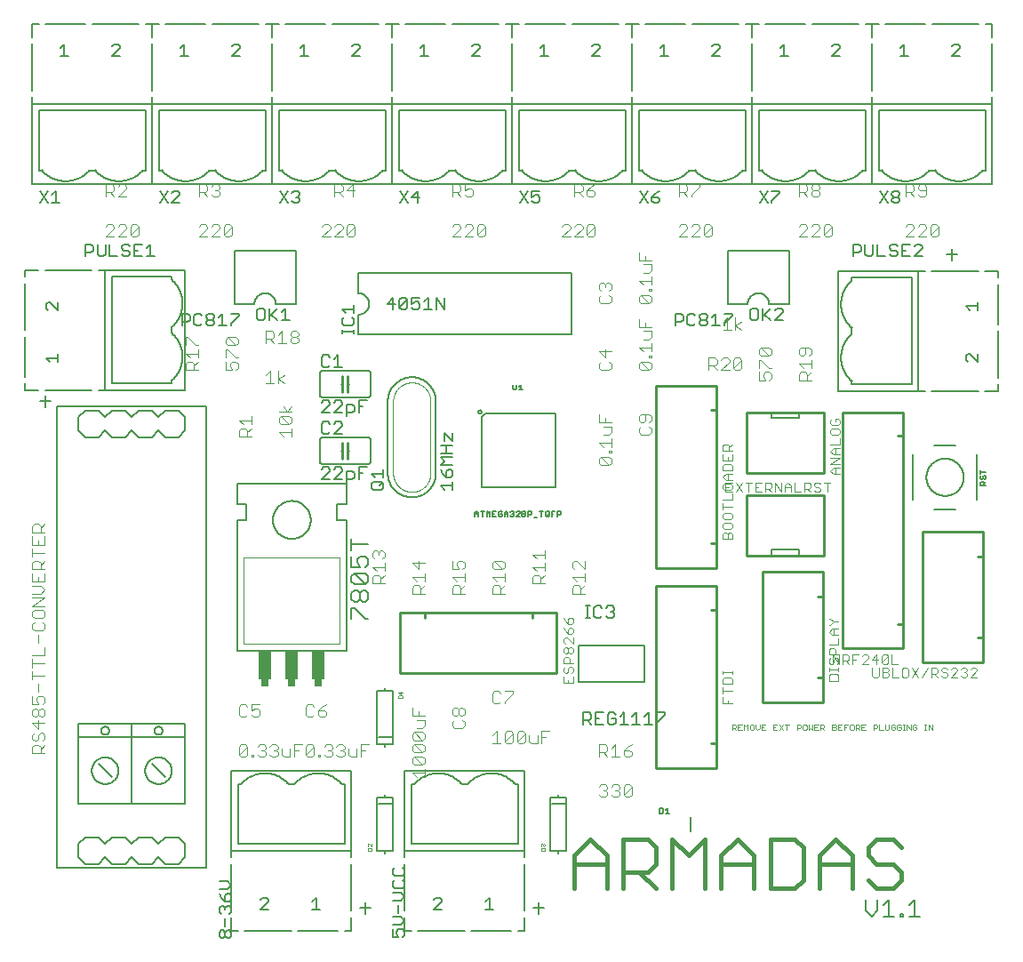
<source format=gto>
G75*
%MOIN*%
%OFA0B0*%
%FSLAX25Y25*%
%IPPOS*%
%LPD*%
%AMOC8*
5,1,8,0,0,1.08239X$1,22.5*
%
%ADD10C,0.00600*%
%ADD11C,0.01600*%
%ADD12C,0.00200*%
%ADD13C,0.00800*%
%ADD14C,0.00500*%
%ADD15C,0.01000*%
%ADD16C,0.00400*%
%ADD17C,0.00787*%
%ADD18R,0.03000X0.02500*%
%ADD19R,0.05000X0.11000*%
%ADD20C,0.00700*%
%ADD21C,0.00100*%
D10*
X0099143Y0026800D02*
X0099143Y0031800D01*
X0099143Y0034300D02*
X0099143Y0051800D01*
X0099143Y0054300D02*
X0099143Y0056800D01*
X0144143Y0056800D01*
X0144143Y0054300D01*
X0144143Y0056800D02*
X0144143Y0086800D01*
X0099143Y0086800D01*
X0099143Y0056800D01*
X0101643Y0059300D02*
X0101643Y0081800D01*
X0102643Y0081800D01*
X0102690Y0081688D02*
X0102877Y0081900D01*
X0103068Y0082108D01*
X0103265Y0082310D01*
X0103466Y0082508D01*
X0103672Y0082701D01*
X0103882Y0082890D01*
X0104097Y0083073D01*
X0104316Y0083251D01*
X0104540Y0083423D01*
X0104767Y0083590D01*
X0104998Y0083752D01*
X0105234Y0083908D01*
X0105472Y0084059D01*
X0105715Y0084203D01*
X0105961Y0084342D01*
X0106210Y0084475D01*
X0106462Y0084602D01*
X0106717Y0084723D01*
X0106975Y0084838D01*
X0107235Y0084946D01*
X0107498Y0085049D01*
X0107764Y0085144D01*
X0108031Y0085234D01*
X0108301Y0085317D01*
X0108573Y0085394D01*
X0108846Y0085464D01*
X0109121Y0085528D01*
X0109398Y0085585D01*
X0109676Y0085635D01*
X0109954Y0085679D01*
X0110234Y0085716D01*
X0110515Y0085746D01*
X0110796Y0085770D01*
X0111078Y0085787D01*
X0111360Y0085797D01*
X0111642Y0085800D01*
X0120643Y0081800D02*
X0122643Y0081800D01*
X0122690Y0081688D02*
X0122877Y0081900D01*
X0123068Y0082108D01*
X0123265Y0082310D01*
X0123466Y0082508D01*
X0123672Y0082701D01*
X0123882Y0082890D01*
X0124097Y0083073D01*
X0124316Y0083251D01*
X0124540Y0083423D01*
X0124767Y0083590D01*
X0124998Y0083752D01*
X0125234Y0083908D01*
X0125472Y0084059D01*
X0125715Y0084203D01*
X0125961Y0084342D01*
X0126210Y0084475D01*
X0126462Y0084602D01*
X0126717Y0084723D01*
X0126975Y0084838D01*
X0127235Y0084946D01*
X0127498Y0085049D01*
X0127764Y0085144D01*
X0128031Y0085234D01*
X0128301Y0085317D01*
X0128573Y0085394D01*
X0128846Y0085464D01*
X0129121Y0085528D01*
X0129398Y0085585D01*
X0129676Y0085635D01*
X0129954Y0085679D01*
X0130234Y0085716D01*
X0130515Y0085746D01*
X0130796Y0085770D01*
X0131078Y0085787D01*
X0131360Y0085797D01*
X0131642Y0085800D01*
X0140643Y0081800D02*
X0141643Y0081800D01*
X0141643Y0059300D01*
X0101643Y0059300D01*
X0111643Y0085800D02*
X0111931Y0085796D01*
X0112220Y0085786D01*
X0112508Y0085768D01*
X0112796Y0085744D01*
X0113083Y0085712D01*
X0113369Y0085673D01*
X0113655Y0085627D01*
X0113939Y0085575D01*
X0114221Y0085515D01*
X0114502Y0085448D01*
X0114782Y0085375D01*
X0115059Y0085295D01*
X0115334Y0085208D01*
X0115608Y0085114D01*
X0115879Y0085014D01*
X0116147Y0084907D01*
X0116412Y0084793D01*
X0116675Y0084673D01*
X0116935Y0084547D01*
X0117191Y0084414D01*
X0117445Y0084275D01*
X0117694Y0084130D01*
X0117941Y0083979D01*
X0118183Y0083822D01*
X0118421Y0083659D01*
X0118656Y0083490D01*
X0118886Y0083316D01*
X0119112Y0083136D01*
X0119333Y0082950D01*
X0119550Y0082759D01*
X0119762Y0082563D01*
X0119969Y0082362D01*
X0120171Y0082155D01*
X0120368Y0081944D01*
X0120560Y0081728D01*
X0131642Y0085800D02*
X0131931Y0085796D01*
X0132220Y0085786D01*
X0132508Y0085768D01*
X0132796Y0085743D01*
X0133083Y0085712D01*
X0133369Y0085673D01*
X0133654Y0085627D01*
X0133938Y0085574D01*
X0134221Y0085515D01*
X0134502Y0085448D01*
X0134781Y0085375D01*
X0135059Y0085295D01*
X0135334Y0085208D01*
X0135607Y0085114D01*
X0135878Y0085013D01*
X0136146Y0084907D01*
X0136412Y0084793D01*
X0136675Y0084673D01*
X0136934Y0084547D01*
X0137191Y0084414D01*
X0137444Y0084275D01*
X0137694Y0084130D01*
X0137940Y0083979D01*
X0138182Y0083822D01*
X0138421Y0083659D01*
X0138655Y0083490D01*
X0138885Y0083315D01*
X0139111Y0083135D01*
X0139332Y0082950D01*
X0139549Y0082759D01*
X0139761Y0082563D01*
X0139968Y0082361D01*
X0140170Y0082155D01*
X0140367Y0081944D01*
X0140559Y0081728D01*
X0164143Y0086800D02*
X0209143Y0086800D01*
X0209143Y0056800D01*
X0209143Y0054300D01*
X0209143Y0056800D02*
X0164143Y0056800D01*
X0164143Y0054300D01*
X0164143Y0056800D02*
X0164143Y0086800D01*
X0166643Y0081800D02*
X0167643Y0081800D01*
X0166643Y0081800D02*
X0166643Y0059300D01*
X0206643Y0059300D01*
X0206643Y0081800D01*
X0205643Y0081800D01*
X0205559Y0081728D02*
X0205367Y0081944D01*
X0205170Y0082155D01*
X0204968Y0082361D01*
X0204761Y0082563D01*
X0204549Y0082759D01*
X0204332Y0082950D01*
X0204111Y0083135D01*
X0203885Y0083315D01*
X0203655Y0083490D01*
X0203421Y0083659D01*
X0203182Y0083822D01*
X0202940Y0083979D01*
X0202694Y0084130D01*
X0202444Y0084275D01*
X0202191Y0084414D01*
X0201934Y0084547D01*
X0201675Y0084673D01*
X0201412Y0084793D01*
X0201146Y0084907D01*
X0200878Y0085013D01*
X0200607Y0085114D01*
X0200334Y0085208D01*
X0200059Y0085295D01*
X0199781Y0085375D01*
X0199502Y0085448D01*
X0199221Y0085515D01*
X0198938Y0085574D01*
X0198654Y0085627D01*
X0198369Y0085673D01*
X0198083Y0085712D01*
X0197796Y0085743D01*
X0197508Y0085768D01*
X0197220Y0085786D01*
X0196931Y0085796D01*
X0196642Y0085800D01*
X0187643Y0081800D02*
X0185643Y0081800D01*
X0185560Y0081728D02*
X0185368Y0081944D01*
X0185171Y0082155D01*
X0184969Y0082362D01*
X0184762Y0082563D01*
X0184550Y0082759D01*
X0184333Y0082950D01*
X0184112Y0083136D01*
X0183886Y0083316D01*
X0183656Y0083490D01*
X0183421Y0083659D01*
X0183183Y0083822D01*
X0182941Y0083979D01*
X0182694Y0084130D01*
X0182445Y0084275D01*
X0182191Y0084414D01*
X0181935Y0084547D01*
X0181675Y0084673D01*
X0181412Y0084793D01*
X0181147Y0084907D01*
X0180879Y0085014D01*
X0180608Y0085114D01*
X0180334Y0085208D01*
X0180059Y0085295D01*
X0179782Y0085375D01*
X0179502Y0085448D01*
X0179221Y0085515D01*
X0178939Y0085575D01*
X0178655Y0085627D01*
X0178369Y0085673D01*
X0178083Y0085712D01*
X0177796Y0085744D01*
X0177508Y0085768D01*
X0177220Y0085786D01*
X0176931Y0085796D01*
X0176643Y0085800D01*
X0176642Y0085800D02*
X0176360Y0085797D01*
X0176078Y0085787D01*
X0175796Y0085770D01*
X0175515Y0085746D01*
X0175234Y0085716D01*
X0174954Y0085679D01*
X0174676Y0085635D01*
X0174398Y0085585D01*
X0174121Y0085528D01*
X0173846Y0085464D01*
X0173573Y0085394D01*
X0173301Y0085317D01*
X0173031Y0085234D01*
X0172764Y0085144D01*
X0172498Y0085049D01*
X0172235Y0084946D01*
X0171975Y0084838D01*
X0171717Y0084723D01*
X0171462Y0084602D01*
X0171210Y0084475D01*
X0170961Y0084342D01*
X0170715Y0084203D01*
X0170472Y0084059D01*
X0170234Y0083908D01*
X0169998Y0083752D01*
X0169767Y0083590D01*
X0169540Y0083423D01*
X0169316Y0083251D01*
X0169097Y0083073D01*
X0168882Y0082890D01*
X0168672Y0082701D01*
X0168466Y0082508D01*
X0168265Y0082310D01*
X0168068Y0082108D01*
X0167877Y0081900D01*
X0167690Y0081688D01*
X0187690Y0081688D02*
X0187877Y0081900D01*
X0188068Y0082108D01*
X0188265Y0082310D01*
X0188466Y0082508D01*
X0188672Y0082701D01*
X0188882Y0082890D01*
X0189097Y0083073D01*
X0189316Y0083251D01*
X0189540Y0083423D01*
X0189767Y0083590D01*
X0189998Y0083752D01*
X0190234Y0083908D01*
X0190472Y0084059D01*
X0190715Y0084203D01*
X0190961Y0084342D01*
X0191210Y0084475D01*
X0191462Y0084602D01*
X0191717Y0084723D01*
X0191975Y0084838D01*
X0192235Y0084946D01*
X0192498Y0085049D01*
X0192764Y0085144D01*
X0193031Y0085234D01*
X0193301Y0085317D01*
X0193573Y0085394D01*
X0193846Y0085464D01*
X0194121Y0085528D01*
X0194398Y0085585D01*
X0194676Y0085635D01*
X0194954Y0085679D01*
X0195234Y0085716D01*
X0195515Y0085746D01*
X0195796Y0085770D01*
X0196078Y0085787D01*
X0196360Y0085797D01*
X0196642Y0085800D01*
X0209143Y0051800D02*
X0209143Y0034300D01*
X0209143Y0031800D02*
X0209143Y0026800D01*
X0206643Y0026800D01*
X0204143Y0026800D02*
X0189143Y0026800D01*
X0186643Y0026800D02*
X0169143Y0026800D01*
X0166643Y0026800D02*
X0164143Y0026800D01*
X0164143Y0031800D01*
X0164143Y0034300D02*
X0164143Y0051800D01*
X0149365Y0037438D02*
X0149365Y0033168D01*
X0151500Y0035303D02*
X0147230Y0035303D01*
X0144143Y0034300D02*
X0144143Y0051800D01*
X0144143Y0031800D02*
X0144143Y0026800D01*
X0141643Y0026800D01*
X0139143Y0026800D02*
X0124143Y0026800D01*
X0121643Y0026800D02*
X0104143Y0026800D01*
X0101643Y0026800D02*
X0099143Y0026800D01*
X0212230Y0035303D02*
X0216500Y0035303D01*
X0214365Y0037438D02*
X0214365Y0033168D01*
X0229501Y0119993D02*
X0254099Y0119993D01*
X0254099Y0133615D01*
X0229501Y0133615D01*
X0229501Y0119993D01*
X0175800Y0198300D02*
X0175800Y0225300D01*
X0175797Y0225519D01*
X0175789Y0225738D01*
X0175776Y0225957D01*
X0175757Y0226175D01*
X0175733Y0226393D01*
X0175704Y0226610D01*
X0175670Y0226827D01*
X0175630Y0227042D01*
X0175585Y0227257D01*
X0175534Y0227470D01*
X0175479Y0227682D01*
X0175418Y0227893D01*
X0175353Y0228102D01*
X0175282Y0228309D01*
X0175206Y0228515D01*
X0175125Y0228719D01*
X0175040Y0228921D01*
X0174949Y0229120D01*
X0174854Y0229317D01*
X0174753Y0229512D01*
X0174648Y0229705D01*
X0174539Y0229895D01*
X0174425Y0230082D01*
X0174306Y0230266D01*
X0174183Y0230447D01*
X0174055Y0230625D01*
X0173923Y0230801D01*
X0173787Y0230972D01*
X0173647Y0231141D01*
X0173503Y0231306D01*
X0173355Y0231467D01*
X0173203Y0231625D01*
X0173047Y0231779D01*
X0172887Y0231929D01*
X0172724Y0232076D01*
X0172557Y0232218D01*
X0172387Y0232356D01*
X0172213Y0232490D01*
X0172037Y0232620D01*
X0171857Y0232745D01*
X0171674Y0232866D01*
X0171488Y0232982D01*
X0171300Y0233094D01*
X0171109Y0233201D01*
X0170915Y0233304D01*
X0170719Y0233402D01*
X0170521Y0233495D01*
X0170320Y0233583D01*
X0170117Y0233666D01*
X0169912Y0233745D01*
X0169706Y0233818D01*
X0169498Y0233886D01*
X0169288Y0233949D01*
X0169076Y0234007D01*
X0168864Y0234060D01*
X0168650Y0234108D01*
X0168435Y0234150D01*
X0168219Y0234187D01*
X0168002Y0234219D01*
X0167784Y0234246D01*
X0167566Y0234267D01*
X0167348Y0234283D01*
X0167129Y0234294D01*
X0166910Y0234299D01*
X0166690Y0234299D01*
X0166471Y0234294D01*
X0166252Y0234283D01*
X0166034Y0234267D01*
X0165816Y0234246D01*
X0165598Y0234219D01*
X0165381Y0234187D01*
X0165165Y0234150D01*
X0164950Y0234108D01*
X0164736Y0234060D01*
X0164524Y0234007D01*
X0164312Y0233949D01*
X0164102Y0233886D01*
X0163894Y0233818D01*
X0163688Y0233745D01*
X0163483Y0233666D01*
X0163280Y0233583D01*
X0163079Y0233495D01*
X0162881Y0233402D01*
X0162685Y0233304D01*
X0162491Y0233201D01*
X0162300Y0233094D01*
X0162112Y0232982D01*
X0161926Y0232866D01*
X0161743Y0232745D01*
X0161563Y0232620D01*
X0161387Y0232490D01*
X0161213Y0232356D01*
X0161043Y0232218D01*
X0160876Y0232076D01*
X0160713Y0231929D01*
X0160553Y0231779D01*
X0160397Y0231625D01*
X0160245Y0231467D01*
X0160097Y0231306D01*
X0159953Y0231141D01*
X0159813Y0230972D01*
X0159677Y0230801D01*
X0159545Y0230625D01*
X0159417Y0230447D01*
X0159294Y0230266D01*
X0159175Y0230082D01*
X0159061Y0229895D01*
X0158952Y0229705D01*
X0158847Y0229512D01*
X0158746Y0229317D01*
X0158651Y0229120D01*
X0158560Y0228921D01*
X0158475Y0228719D01*
X0158394Y0228515D01*
X0158318Y0228309D01*
X0158247Y0228102D01*
X0158182Y0227893D01*
X0158121Y0227682D01*
X0158066Y0227470D01*
X0158015Y0227257D01*
X0157970Y0227042D01*
X0157930Y0226827D01*
X0157896Y0226610D01*
X0157867Y0226393D01*
X0157843Y0226175D01*
X0157824Y0225957D01*
X0157811Y0225738D01*
X0157803Y0225519D01*
X0157800Y0225300D01*
X0157800Y0198300D01*
X0151300Y0202800D02*
X0151300Y0210800D01*
X0151298Y0210860D01*
X0151293Y0210921D01*
X0151284Y0210980D01*
X0151271Y0211039D01*
X0151255Y0211098D01*
X0151235Y0211155D01*
X0151212Y0211210D01*
X0151185Y0211265D01*
X0151156Y0211317D01*
X0151123Y0211368D01*
X0151087Y0211417D01*
X0151049Y0211463D01*
X0151007Y0211507D01*
X0150963Y0211549D01*
X0150917Y0211587D01*
X0150868Y0211623D01*
X0150817Y0211656D01*
X0150765Y0211685D01*
X0150710Y0211712D01*
X0150655Y0211735D01*
X0150598Y0211755D01*
X0150539Y0211771D01*
X0150480Y0211784D01*
X0150421Y0211793D01*
X0150360Y0211798D01*
X0150300Y0211800D01*
X0133300Y0211800D01*
X0133240Y0211798D01*
X0133179Y0211793D01*
X0133120Y0211784D01*
X0133061Y0211771D01*
X0133002Y0211755D01*
X0132945Y0211735D01*
X0132890Y0211712D01*
X0132835Y0211685D01*
X0132783Y0211656D01*
X0132732Y0211623D01*
X0132683Y0211587D01*
X0132637Y0211549D01*
X0132593Y0211507D01*
X0132551Y0211463D01*
X0132513Y0211417D01*
X0132477Y0211368D01*
X0132444Y0211317D01*
X0132415Y0211265D01*
X0132388Y0211210D01*
X0132365Y0211155D01*
X0132345Y0211098D01*
X0132329Y0211039D01*
X0132316Y0210980D01*
X0132307Y0210921D01*
X0132302Y0210860D01*
X0132300Y0210800D01*
X0132300Y0202800D01*
X0132302Y0202740D01*
X0132307Y0202679D01*
X0132316Y0202620D01*
X0132329Y0202561D01*
X0132345Y0202502D01*
X0132365Y0202445D01*
X0132388Y0202390D01*
X0132415Y0202335D01*
X0132444Y0202283D01*
X0132477Y0202232D01*
X0132513Y0202183D01*
X0132551Y0202137D01*
X0132593Y0202093D01*
X0132637Y0202051D01*
X0132683Y0202013D01*
X0132732Y0201977D01*
X0132783Y0201944D01*
X0132835Y0201915D01*
X0132890Y0201888D01*
X0132945Y0201865D01*
X0133002Y0201845D01*
X0133061Y0201829D01*
X0133120Y0201816D01*
X0133179Y0201807D01*
X0133240Y0201802D01*
X0133300Y0201800D01*
X0150300Y0201800D01*
X0150360Y0201802D01*
X0150421Y0201807D01*
X0150480Y0201816D01*
X0150539Y0201829D01*
X0150598Y0201845D01*
X0150655Y0201865D01*
X0150710Y0201888D01*
X0150765Y0201915D01*
X0150817Y0201944D01*
X0150868Y0201977D01*
X0150917Y0202013D01*
X0150963Y0202051D01*
X0151007Y0202093D01*
X0151049Y0202137D01*
X0151087Y0202183D01*
X0151123Y0202232D01*
X0151156Y0202283D01*
X0151185Y0202335D01*
X0151212Y0202390D01*
X0151235Y0202445D01*
X0151255Y0202502D01*
X0151271Y0202561D01*
X0151284Y0202620D01*
X0151293Y0202679D01*
X0151298Y0202740D01*
X0151300Y0202800D01*
X0143300Y0206800D02*
X0142800Y0206800D01*
X0140800Y0206800D02*
X0140300Y0206800D01*
X0142300Y0194300D02*
X0142300Y0186800D01*
X0138800Y0186800D01*
X0138800Y0180800D01*
X0142300Y0180800D01*
X0142300Y0131800D01*
X0101300Y0131800D01*
X0101300Y0180800D01*
X0104800Y0180800D01*
X0104800Y0186800D01*
X0101300Y0186800D01*
X0101300Y0194300D01*
X0142300Y0194300D01*
X0114700Y0180800D02*
X0114702Y0180974D01*
X0114709Y0181148D01*
X0114719Y0181322D01*
X0114734Y0181496D01*
X0114753Y0181669D01*
X0114777Y0181842D01*
X0114805Y0182014D01*
X0114836Y0182185D01*
X0114873Y0182356D01*
X0114913Y0182525D01*
X0114957Y0182694D01*
X0115006Y0182861D01*
X0115058Y0183027D01*
X0115115Y0183192D01*
X0115176Y0183355D01*
X0115240Y0183517D01*
X0115309Y0183677D01*
X0115382Y0183836D01*
X0115458Y0183992D01*
X0115538Y0184147D01*
X0115622Y0184300D01*
X0115710Y0184450D01*
X0115802Y0184598D01*
X0115897Y0184745D01*
X0115995Y0184888D01*
X0116097Y0185029D01*
X0116203Y0185168D01*
X0116312Y0185304D01*
X0116424Y0185438D01*
X0116539Y0185568D01*
X0116658Y0185696D01*
X0116780Y0185820D01*
X0116904Y0185942D01*
X0117032Y0186061D01*
X0117162Y0186176D01*
X0117296Y0186288D01*
X0117432Y0186397D01*
X0117571Y0186503D01*
X0117712Y0186605D01*
X0117855Y0186703D01*
X0118002Y0186798D01*
X0118150Y0186890D01*
X0118300Y0186978D01*
X0118453Y0187062D01*
X0118608Y0187142D01*
X0118764Y0187218D01*
X0118923Y0187291D01*
X0119083Y0187360D01*
X0119245Y0187424D01*
X0119408Y0187485D01*
X0119573Y0187542D01*
X0119739Y0187594D01*
X0119906Y0187643D01*
X0120075Y0187687D01*
X0120244Y0187727D01*
X0120415Y0187764D01*
X0120586Y0187795D01*
X0120758Y0187823D01*
X0120931Y0187847D01*
X0121104Y0187866D01*
X0121278Y0187881D01*
X0121452Y0187891D01*
X0121626Y0187898D01*
X0121800Y0187900D01*
X0121974Y0187898D01*
X0122148Y0187891D01*
X0122322Y0187881D01*
X0122496Y0187866D01*
X0122669Y0187847D01*
X0122842Y0187823D01*
X0123014Y0187795D01*
X0123185Y0187764D01*
X0123356Y0187727D01*
X0123525Y0187687D01*
X0123694Y0187643D01*
X0123861Y0187594D01*
X0124027Y0187542D01*
X0124192Y0187485D01*
X0124355Y0187424D01*
X0124517Y0187360D01*
X0124677Y0187291D01*
X0124836Y0187218D01*
X0124992Y0187142D01*
X0125147Y0187062D01*
X0125300Y0186978D01*
X0125450Y0186890D01*
X0125598Y0186798D01*
X0125745Y0186703D01*
X0125888Y0186605D01*
X0126029Y0186503D01*
X0126168Y0186397D01*
X0126304Y0186288D01*
X0126438Y0186176D01*
X0126568Y0186061D01*
X0126696Y0185942D01*
X0126820Y0185820D01*
X0126942Y0185696D01*
X0127061Y0185568D01*
X0127176Y0185438D01*
X0127288Y0185304D01*
X0127397Y0185168D01*
X0127503Y0185029D01*
X0127605Y0184888D01*
X0127703Y0184745D01*
X0127798Y0184598D01*
X0127890Y0184450D01*
X0127978Y0184300D01*
X0128062Y0184147D01*
X0128142Y0183992D01*
X0128218Y0183836D01*
X0128291Y0183677D01*
X0128360Y0183517D01*
X0128424Y0183355D01*
X0128485Y0183192D01*
X0128542Y0183027D01*
X0128594Y0182861D01*
X0128643Y0182694D01*
X0128687Y0182525D01*
X0128727Y0182356D01*
X0128764Y0182185D01*
X0128795Y0182014D01*
X0128823Y0181842D01*
X0128847Y0181669D01*
X0128866Y0181496D01*
X0128881Y0181322D01*
X0128891Y0181148D01*
X0128898Y0180974D01*
X0128900Y0180800D01*
X0128898Y0180626D01*
X0128891Y0180452D01*
X0128881Y0180278D01*
X0128866Y0180104D01*
X0128847Y0179931D01*
X0128823Y0179758D01*
X0128795Y0179586D01*
X0128764Y0179415D01*
X0128727Y0179244D01*
X0128687Y0179075D01*
X0128643Y0178906D01*
X0128594Y0178739D01*
X0128542Y0178573D01*
X0128485Y0178408D01*
X0128424Y0178245D01*
X0128360Y0178083D01*
X0128291Y0177923D01*
X0128218Y0177764D01*
X0128142Y0177608D01*
X0128062Y0177453D01*
X0127978Y0177300D01*
X0127890Y0177150D01*
X0127798Y0177002D01*
X0127703Y0176855D01*
X0127605Y0176712D01*
X0127503Y0176571D01*
X0127397Y0176432D01*
X0127288Y0176296D01*
X0127176Y0176162D01*
X0127061Y0176032D01*
X0126942Y0175904D01*
X0126820Y0175780D01*
X0126696Y0175658D01*
X0126568Y0175539D01*
X0126438Y0175424D01*
X0126304Y0175312D01*
X0126168Y0175203D01*
X0126029Y0175097D01*
X0125888Y0174995D01*
X0125745Y0174897D01*
X0125598Y0174802D01*
X0125450Y0174710D01*
X0125300Y0174622D01*
X0125147Y0174538D01*
X0124992Y0174458D01*
X0124836Y0174382D01*
X0124677Y0174309D01*
X0124517Y0174240D01*
X0124355Y0174176D01*
X0124192Y0174115D01*
X0124027Y0174058D01*
X0123861Y0174006D01*
X0123694Y0173957D01*
X0123525Y0173913D01*
X0123356Y0173873D01*
X0123185Y0173836D01*
X0123014Y0173805D01*
X0122842Y0173777D01*
X0122669Y0173753D01*
X0122496Y0173734D01*
X0122322Y0173719D01*
X0122148Y0173709D01*
X0121974Y0173702D01*
X0121800Y0173700D01*
X0121626Y0173702D01*
X0121452Y0173709D01*
X0121278Y0173719D01*
X0121104Y0173734D01*
X0120931Y0173753D01*
X0120758Y0173777D01*
X0120586Y0173805D01*
X0120415Y0173836D01*
X0120244Y0173873D01*
X0120075Y0173913D01*
X0119906Y0173957D01*
X0119739Y0174006D01*
X0119573Y0174058D01*
X0119408Y0174115D01*
X0119245Y0174176D01*
X0119083Y0174240D01*
X0118923Y0174309D01*
X0118764Y0174382D01*
X0118608Y0174458D01*
X0118453Y0174538D01*
X0118300Y0174622D01*
X0118150Y0174710D01*
X0118002Y0174802D01*
X0117855Y0174897D01*
X0117712Y0174995D01*
X0117571Y0175097D01*
X0117432Y0175203D01*
X0117296Y0175312D01*
X0117162Y0175424D01*
X0117032Y0175539D01*
X0116904Y0175658D01*
X0116780Y0175780D01*
X0116658Y0175904D01*
X0116539Y0176032D01*
X0116424Y0176162D01*
X0116312Y0176296D01*
X0116203Y0176432D01*
X0116097Y0176571D01*
X0115995Y0176712D01*
X0115897Y0176855D01*
X0115802Y0177002D01*
X0115710Y0177150D01*
X0115622Y0177300D01*
X0115538Y0177453D01*
X0115458Y0177608D01*
X0115382Y0177764D01*
X0115309Y0177923D01*
X0115240Y0178083D01*
X0115176Y0178245D01*
X0115115Y0178408D01*
X0115058Y0178573D01*
X0115006Y0178739D01*
X0114957Y0178906D01*
X0114913Y0179075D01*
X0114873Y0179244D01*
X0114836Y0179415D01*
X0114805Y0179586D01*
X0114777Y0179758D01*
X0114753Y0179931D01*
X0114734Y0180104D01*
X0114719Y0180278D01*
X0114709Y0180452D01*
X0114702Y0180626D01*
X0114700Y0180800D01*
X0133300Y0226800D02*
X0150300Y0226800D01*
X0150360Y0226802D01*
X0150421Y0226807D01*
X0150480Y0226816D01*
X0150539Y0226829D01*
X0150598Y0226845D01*
X0150655Y0226865D01*
X0150710Y0226888D01*
X0150765Y0226915D01*
X0150817Y0226944D01*
X0150868Y0226977D01*
X0150917Y0227013D01*
X0150963Y0227051D01*
X0151007Y0227093D01*
X0151049Y0227137D01*
X0151087Y0227183D01*
X0151123Y0227232D01*
X0151156Y0227283D01*
X0151185Y0227335D01*
X0151212Y0227390D01*
X0151235Y0227445D01*
X0151255Y0227502D01*
X0151271Y0227561D01*
X0151284Y0227620D01*
X0151293Y0227679D01*
X0151298Y0227740D01*
X0151300Y0227800D01*
X0151300Y0235800D01*
X0151298Y0235860D01*
X0151293Y0235921D01*
X0151284Y0235980D01*
X0151271Y0236039D01*
X0151255Y0236098D01*
X0151235Y0236155D01*
X0151212Y0236210D01*
X0151185Y0236265D01*
X0151156Y0236317D01*
X0151123Y0236368D01*
X0151087Y0236417D01*
X0151049Y0236463D01*
X0151007Y0236507D01*
X0150963Y0236549D01*
X0150917Y0236587D01*
X0150868Y0236623D01*
X0150817Y0236656D01*
X0150765Y0236685D01*
X0150710Y0236712D01*
X0150655Y0236735D01*
X0150598Y0236755D01*
X0150539Y0236771D01*
X0150480Y0236784D01*
X0150421Y0236793D01*
X0150360Y0236798D01*
X0150300Y0236800D01*
X0133300Y0236800D01*
X0133240Y0236798D01*
X0133179Y0236793D01*
X0133120Y0236784D01*
X0133061Y0236771D01*
X0133002Y0236755D01*
X0132945Y0236735D01*
X0132890Y0236712D01*
X0132835Y0236685D01*
X0132783Y0236656D01*
X0132732Y0236623D01*
X0132683Y0236587D01*
X0132637Y0236549D01*
X0132593Y0236507D01*
X0132551Y0236463D01*
X0132513Y0236417D01*
X0132477Y0236368D01*
X0132444Y0236317D01*
X0132415Y0236265D01*
X0132388Y0236210D01*
X0132365Y0236155D01*
X0132345Y0236098D01*
X0132329Y0236039D01*
X0132316Y0235980D01*
X0132307Y0235921D01*
X0132302Y0235860D01*
X0132300Y0235800D01*
X0132300Y0227800D01*
X0132302Y0227740D01*
X0132307Y0227679D01*
X0132316Y0227620D01*
X0132329Y0227561D01*
X0132345Y0227502D01*
X0132365Y0227445D01*
X0132388Y0227390D01*
X0132415Y0227335D01*
X0132444Y0227283D01*
X0132477Y0227232D01*
X0132513Y0227183D01*
X0132551Y0227137D01*
X0132593Y0227093D01*
X0132637Y0227051D01*
X0132683Y0227013D01*
X0132732Y0226977D01*
X0132783Y0226944D01*
X0132835Y0226915D01*
X0132890Y0226888D01*
X0132945Y0226865D01*
X0133002Y0226845D01*
X0133061Y0226829D01*
X0133120Y0226816D01*
X0133179Y0226807D01*
X0133240Y0226802D01*
X0133300Y0226800D01*
X0140300Y0231800D02*
X0140800Y0231800D01*
X0142800Y0231800D02*
X0143300Y0231800D01*
X0146800Y0250300D02*
X0146800Y0257800D01*
X0146926Y0257802D01*
X0147051Y0257808D01*
X0147176Y0257818D01*
X0147301Y0257832D01*
X0147426Y0257849D01*
X0147550Y0257871D01*
X0147673Y0257896D01*
X0147795Y0257926D01*
X0147916Y0257959D01*
X0148036Y0257996D01*
X0148155Y0258036D01*
X0148272Y0258081D01*
X0148389Y0258129D01*
X0148503Y0258181D01*
X0148616Y0258236D01*
X0148727Y0258295D01*
X0148836Y0258357D01*
X0148943Y0258423D01*
X0149048Y0258492D01*
X0149151Y0258564D01*
X0149252Y0258639D01*
X0149350Y0258718D01*
X0149445Y0258800D01*
X0149538Y0258884D01*
X0149628Y0258972D01*
X0149716Y0259062D01*
X0149800Y0259155D01*
X0149882Y0259250D01*
X0149961Y0259348D01*
X0150036Y0259449D01*
X0150108Y0259552D01*
X0150177Y0259657D01*
X0150243Y0259764D01*
X0150305Y0259873D01*
X0150364Y0259984D01*
X0150419Y0260097D01*
X0150471Y0260211D01*
X0150519Y0260328D01*
X0150564Y0260445D01*
X0150604Y0260564D01*
X0150641Y0260684D01*
X0150674Y0260805D01*
X0150704Y0260927D01*
X0150729Y0261050D01*
X0150751Y0261174D01*
X0150768Y0261299D01*
X0150782Y0261424D01*
X0150792Y0261549D01*
X0150798Y0261674D01*
X0150800Y0261800D01*
X0150798Y0261926D01*
X0150792Y0262051D01*
X0150782Y0262176D01*
X0150768Y0262301D01*
X0150751Y0262426D01*
X0150729Y0262550D01*
X0150704Y0262673D01*
X0150674Y0262795D01*
X0150641Y0262916D01*
X0150604Y0263036D01*
X0150564Y0263155D01*
X0150519Y0263272D01*
X0150471Y0263389D01*
X0150419Y0263503D01*
X0150364Y0263616D01*
X0150305Y0263727D01*
X0150243Y0263836D01*
X0150177Y0263943D01*
X0150108Y0264048D01*
X0150036Y0264151D01*
X0149961Y0264252D01*
X0149882Y0264350D01*
X0149800Y0264445D01*
X0149716Y0264538D01*
X0149628Y0264628D01*
X0149538Y0264716D01*
X0149445Y0264800D01*
X0149350Y0264882D01*
X0149252Y0264961D01*
X0149151Y0265036D01*
X0149048Y0265108D01*
X0148943Y0265177D01*
X0148836Y0265243D01*
X0148727Y0265305D01*
X0148616Y0265364D01*
X0148503Y0265419D01*
X0148389Y0265471D01*
X0148272Y0265519D01*
X0148155Y0265564D01*
X0148036Y0265604D01*
X0147916Y0265641D01*
X0147795Y0265674D01*
X0147673Y0265704D01*
X0147550Y0265729D01*
X0147426Y0265751D01*
X0147301Y0265768D01*
X0147176Y0265782D01*
X0147051Y0265792D01*
X0146926Y0265798D01*
X0146800Y0265800D01*
X0146800Y0273300D01*
X0226800Y0273300D01*
X0226800Y0250300D01*
X0146800Y0250300D01*
X0123300Y0261800D02*
X0115800Y0261800D01*
X0115798Y0261926D01*
X0115792Y0262051D01*
X0115782Y0262176D01*
X0115768Y0262301D01*
X0115751Y0262426D01*
X0115729Y0262550D01*
X0115704Y0262673D01*
X0115674Y0262795D01*
X0115641Y0262916D01*
X0115604Y0263036D01*
X0115564Y0263155D01*
X0115519Y0263272D01*
X0115471Y0263389D01*
X0115419Y0263503D01*
X0115364Y0263616D01*
X0115305Y0263727D01*
X0115243Y0263836D01*
X0115177Y0263943D01*
X0115108Y0264048D01*
X0115036Y0264151D01*
X0114961Y0264252D01*
X0114882Y0264350D01*
X0114800Y0264445D01*
X0114716Y0264538D01*
X0114628Y0264628D01*
X0114538Y0264716D01*
X0114445Y0264800D01*
X0114350Y0264882D01*
X0114252Y0264961D01*
X0114151Y0265036D01*
X0114048Y0265108D01*
X0113943Y0265177D01*
X0113836Y0265243D01*
X0113727Y0265305D01*
X0113616Y0265364D01*
X0113503Y0265419D01*
X0113389Y0265471D01*
X0113272Y0265519D01*
X0113155Y0265564D01*
X0113036Y0265604D01*
X0112916Y0265641D01*
X0112795Y0265674D01*
X0112673Y0265704D01*
X0112550Y0265729D01*
X0112426Y0265751D01*
X0112301Y0265768D01*
X0112176Y0265782D01*
X0112051Y0265792D01*
X0111926Y0265798D01*
X0111800Y0265800D01*
X0111674Y0265798D01*
X0111549Y0265792D01*
X0111424Y0265782D01*
X0111299Y0265768D01*
X0111174Y0265751D01*
X0111050Y0265729D01*
X0110927Y0265704D01*
X0110805Y0265674D01*
X0110684Y0265641D01*
X0110564Y0265604D01*
X0110445Y0265564D01*
X0110328Y0265519D01*
X0110211Y0265471D01*
X0110097Y0265419D01*
X0109984Y0265364D01*
X0109873Y0265305D01*
X0109764Y0265243D01*
X0109657Y0265177D01*
X0109552Y0265108D01*
X0109449Y0265036D01*
X0109348Y0264961D01*
X0109250Y0264882D01*
X0109155Y0264800D01*
X0109062Y0264716D01*
X0108972Y0264628D01*
X0108884Y0264538D01*
X0108800Y0264445D01*
X0108718Y0264350D01*
X0108639Y0264252D01*
X0108564Y0264151D01*
X0108492Y0264048D01*
X0108423Y0263943D01*
X0108357Y0263836D01*
X0108295Y0263727D01*
X0108236Y0263616D01*
X0108181Y0263503D01*
X0108129Y0263389D01*
X0108081Y0263272D01*
X0108036Y0263155D01*
X0107996Y0263036D01*
X0107959Y0262916D01*
X0107926Y0262795D01*
X0107896Y0262673D01*
X0107871Y0262550D01*
X0107849Y0262426D01*
X0107832Y0262301D01*
X0107818Y0262176D01*
X0107808Y0262051D01*
X0107802Y0261926D01*
X0107800Y0261800D01*
X0100300Y0261800D01*
X0100300Y0281800D01*
X0123300Y0281800D01*
X0123300Y0261800D01*
X0081800Y0274457D02*
X0081800Y0229457D01*
X0051800Y0229457D01*
X0049300Y0229457D01*
X0051800Y0229457D02*
X0051800Y0274457D01*
X0049300Y0274457D01*
X0051800Y0274457D02*
X0081800Y0274457D01*
X0076800Y0271957D02*
X0076800Y0270957D01*
X0076800Y0271957D02*
X0054300Y0271957D01*
X0054300Y0231957D01*
X0076800Y0231957D01*
X0076800Y0232957D01*
X0076728Y0233041D02*
X0076944Y0233233D01*
X0077155Y0233430D01*
X0077361Y0233632D01*
X0077563Y0233839D01*
X0077759Y0234051D01*
X0077950Y0234268D01*
X0078135Y0234489D01*
X0078315Y0234715D01*
X0078490Y0234945D01*
X0078659Y0235179D01*
X0078822Y0235418D01*
X0078979Y0235660D01*
X0079130Y0235906D01*
X0079275Y0236156D01*
X0079414Y0236409D01*
X0079547Y0236666D01*
X0079673Y0236925D01*
X0079793Y0237188D01*
X0079907Y0237454D01*
X0080013Y0237722D01*
X0080114Y0237993D01*
X0080208Y0238266D01*
X0080295Y0238541D01*
X0080375Y0238819D01*
X0080448Y0239098D01*
X0080515Y0239379D01*
X0080574Y0239662D01*
X0080627Y0239946D01*
X0080673Y0240231D01*
X0080712Y0240517D01*
X0080743Y0240804D01*
X0080768Y0241092D01*
X0080786Y0241380D01*
X0080796Y0241669D01*
X0080800Y0241958D01*
X0076800Y0250957D02*
X0076800Y0252957D01*
X0076688Y0250910D02*
X0076900Y0250723D01*
X0077108Y0250532D01*
X0077310Y0250335D01*
X0077508Y0250134D01*
X0077701Y0249928D01*
X0077890Y0249718D01*
X0078073Y0249503D01*
X0078251Y0249284D01*
X0078423Y0249060D01*
X0078590Y0248833D01*
X0078752Y0248602D01*
X0078908Y0248366D01*
X0079059Y0248128D01*
X0079203Y0247885D01*
X0079342Y0247639D01*
X0079475Y0247390D01*
X0079602Y0247138D01*
X0079723Y0246883D01*
X0079838Y0246625D01*
X0079946Y0246365D01*
X0080049Y0246102D01*
X0080144Y0245836D01*
X0080234Y0245569D01*
X0080317Y0245299D01*
X0080394Y0245027D01*
X0080464Y0244754D01*
X0080528Y0244479D01*
X0080585Y0244202D01*
X0080635Y0243924D01*
X0080679Y0243646D01*
X0080716Y0243366D01*
X0080746Y0243085D01*
X0080770Y0242804D01*
X0080787Y0242522D01*
X0080797Y0242240D01*
X0080800Y0241958D01*
X0076728Y0253040D02*
X0076944Y0253232D01*
X0077155Y0253429D01*
X0077362Y0253631D01*
X0077563Y0253838D01*
X0077759Y0254050D01*
X0077950Y0254267D01*
X0078136Y0254488D01*
X0078316Y0254714D01*
X0078490Y0254944D01*
X0078659Y0255179D01*
X0078822Y0255417D01*
X0078979Y0255659D01*
X0079130Y0255906D01*
X0079275Y0256155D01*
X0079414Y0256409D01*
X0079547Y0256665D01*
X0079673Y0256925D01*
X0079793Y0257188D01*
X0079907Y0257453D01*
X0080014Y0257721D01*
X0080114Y0257992D01*
X0080208Y0258266D01*
X0080295Y0258541D01*
X0080375Y0258818D01*
X0080448Y0259098D01*
X0080515Y0259379D01*
X0080575Y0259661D01*
X0080627Y0259945D01*
X0080673Y0260231D01*
X0080712Y0260517D01*
X0080744Y0260804D01*
X0080768Y0261092D01*
X0080786Y0261380D01*
X0080796Y0261669D01*
X0080800Y0261957D01*
X0080800Y0261958D02*
X0080797Y0262240D01*
X0080787Y0262522D01*
X0080770Y0262804D01*
X0080746Y0263085D01*
X0080716Y0263366D01*
X0080679Y0263646D01*
X0080635Y0263924D01*
X0080585Y0264202D01*
X0080528Y0264479D01*
X0080464Y0264754D01*
X0080394Y0265027D01*
X0080317Y0265299D01*
X0080234Y0265569D01*
X0080144Y0265836D01*
X0080049Y0266102D01*
X0079946Y0266365D01*
X0079838Y0266625D01*
X0079723Y0266883D01*
X0079602Y0267138D01*
X0079475Y0267390D01*
X0079342Y0267639D01*
X0079203Y0267885D01*
X0079059Y0268128D01*
X0078908Y0268366D01*
X0078752Y0268602D01*
X0078590Y0268833D01*
X0078423Y0269060D01*
X0078251Y0269284D01*
X0078073Y0269503D01*
X0077890Y0269718D01*
X0077701Y0269928D01*
X0077508Y0270134D01*
X0077310Y0270335D01*
X0077108Y0270532D01*
X0076900Y0270723D01*
X0076688Y0270910D01*
X0046800Y0274457D02*
X0029300Y0274457D01*
X0026800Y0274457D02*
X0021800Y0274457D01*
X0021800Y0271957D01*
X0021800Y0269457D02*
X0021800Y0251957D01*
X0021800Y0249457D02*
X0021800Y0234457D01*
X0021800Y0231957D02*
X0021800Y0229457D01*
X0026800Y0229457D01*
X0029300Y0229457D02*
X0046800Y0229457D01*
X0031500Y0225303D02*
X0027230Y0225303D01*
X0029365Y0227438D02*
X0029365Y0223168D01*
X0024457Y0306800D02*
X0069457Y0306800D01*
X0114457Y0306800D01*
X0159457Y0306800D01*
X0204457Y0306800D01*
X0249457Y0306800D01*
X0294457Y0306800D01*
X0339457Y0306800D01*
X0384457Y0306800D01*
X0384457Y0336800D01*
X0384457Y0339300D01*
X0384457Y0336800D02*
X0339457Y0336800D01*
X0339457Y0339300D01*
X0339457Y0336800D01*
X0339457Y0306800D01*
X0339457Y0336800D01*
X0294457Y0336800D01*
X0294457Y0339300D01*
X0294457Y0336800D01*
X0294457Y0306800D01*
X0294457Y0336800D01*
X0249457Y0336800D01*
X0249457Y0339300D01*
X0249457Y0336800D01*
X0249457Y0306800D01*
X0249457Y0336800D01*
X0204457Y0336800D01*
X0204457Y0339300D01*
X0204457Y0336800D01*
X0204457Y0306800D01*
X0204457Y0336800D01*
X0159457Y0336800D01*
X0159457Y0339300D01*
X0159457Y0336800D01*
X0159457Y0306800D01*
X0159457Y0336800D01*
X0114457Y0336800D01*
X0114457Y0339300D01*
X0114457Y0336800D01*
X0114457Y0306800D01*
X0114457Y0336800D01*
X0069457Y0336800D01*
X0069457Y0339300D01*
X0069457Y0336800D01*
X0069457Y0306800D01*
X0069457Y0336800D01*
X0024457Y0336800D01*
X0024457Y0339300D01*
X0024457Y0336800D02*
X0024457Y0306800D01*
X0026957Y0311800D02*
X0027957Y0311800D01*
X0026957Y0311800D02*
X0026957Y0334300D01*
X0066957Y0334300D01*
X0066957Y0311800D01*
X0065957Y0311800D01*
X0071957Y0311800D02*
X0072957Y0311800D01*
X0071957Y0311800D02*
X0071957Y0334300D01*
X0111957Y0334300D01*
X0111957Y0311800D01*
X0110957Y0311800D01*
X0116957Y0311800D02*
X0117957Y0311800D01*
X0116957Y0311800D02*
X0116957Y0334300D01*
X0156957Y0334300D01*
X0156957Y0311800D01*
X0155957Y0311800D01*
X0161957Y0311800D02*
X0162957Y0311800D01*
X0161957Y0311800D02*
X0161957Y0334300D01*
X0201957Y0334300D01*
X0201957Y0311800D01*
X0200957Y0311800D01*
X0206957Y0311800D02*
X0207957Y0311800D01*
X0206957Y0311800D02*
X0206957Y0334300D01*
X0246957Y0334300D01*
X0246957Y0311800D01*
X0245957Y0311800D01*
X0251957Y0311800D02*
X0252957Y0311800D01*
X0251957Y0311800D02*
X0251957Y0334300D01*
X0291957Y0334300D01*
X0291957Y0311800D01*
X0290957Y0311800D01*
X0296957Y0311800D02*
X0297957Y0311800D01*
X0296957Y0311800D02*
X0296957Y0334300D01*
X0336957Y0334300D01*
X0336957Y0311800D01*
X0335957Y0311800D01*
X0341957Y0311800D02*
X0342957Y0311800D01*
X0341957Y0311800D02*
X0341957Y0334300D01*
X0381957Y0334300D01*
X0381957Y0311800D01*
X0380957Y0311800D01*
X0380910Y0311912D02*
X0380723Y0311700D01*
X0380532Y0311492D01*
X0380335Y0311290D01*
X0380134Y0311092D01*
X0379928Y0310899D01*
X0379718Y0310710D01*
X0379503Y0310527D01*
X0379284Y0310349D01*
X0379060Y0310177D01*
X0378833Y0310010D01*
X0378602Y0309848D01*
X0378366Y0309692D01*
X0378128Y0309541D01*
X0377885Y0309397D01*
X0377639Y0309258D01*
X0377390Y0309125D01*
X0377138Y0308998D01*
X0376883Y0308877D01*
X0376625Y0308762D01*
X0376365Y0308654D01*
X0376102Y0308551D01*
X0375836Y0308456D01*
X0375569Y0308366D01*
X0375299Y0308283D01*
X0375027Y0308206D01*
X0374754Y0308136D01*
X0374479Y0308072D01*
X0374202Y0308015D01*
X0373924Y0307965D01*
X0373646Y0307921D01*
X0373366Y0307884D01*
X0373085Y0307854D01*
X0372804Y0307830D01*
X0372522Y0307813D01*
X0372240Y0307803D01*
X0371958Y0307800D01*
X0362957Y0311800D02*
X0360957Y0311800D01*
X0360910Y0311912D02*
X0360723Y0311700D01*
X0360532Y0311492D01*
X0360335Y0311290D01*
X0360134Y0311092D01*
X0359928Y0310899D01*
X0359718Y0310710D01*
X0359503Y0310527D01*
X0359284Y0310349D01*
X0359060Y0310177D01*
X0358833Y0310010D01*
X0358602Y0309848D01*
X0358366Y0309692D01*
X0358128Y0309541D01*
X0357885Y0309397D01*
X0357639Y0309258D01*
X0357390Y0309125D01*
X0357138Y0308998D01*
X0356883Y0308877D01*
X0356625Y0308762D01*
X0356365Y0308654D01*
X0356102Y0308551D01*
X0355836Y0308456D01*
X0355569Y0308366D01*
X0355299Y0308283D01*
X0355027Y0308206D01*
X0354754Y0308136D01*
X0354479Y0308072D01*
X0354202Y0308015D01*
X0353924Y0307965D01*
X0353646Y0307921D01*
X0353366Y0307884D01*
X0353085Y0307854D01*
X0352804Y0307830D01*
X0352522Y0307813D01*
X0352240Y0307803D01*
X0351958Y0307800D01*
X0351669Y0307804D01*
X0351380Y0307814D01*
X0351092Y0307832D01*
X0350804Y0307857D01*
X0350517Y0307888D01*
X0350231Y0307927D01*
X0349946Y0307973D01*
X0349662Y0308026D01*
X0349379Y0308085D01*
X0349098Y0308152D01*
X0348819Y0308225D01*
X0348541Y0308305D01*
X0348266Y0308392D01*
X0347993Y0308486D01*
X0347722Y0308587D01*
X0347454Y0308693D01*
X0347188Y0308807D01*
X0346925Y0308927D01*
X0346666Y0309053D01*
X0346409Y0309186D01*
X0346156Y0309325D01*
X0345906Y0309470D01*
X0345660Y0309621D01*
X0345418Y0309778D01*
X0345179Y0309941D01*
X0344945Y0310110D01*
X0344715Y0310285D01*
X0344489Y0310465D01*
X0344268Y0310650D01*
X0344051Y0310841D01*
X0343839Y0311037D01*
X0343632Y0311239D01*
X0343430Y0311445D01*
X0343233Y0311656D01*
X0343041Y0311872D01*
X0335910Y0311912D02*
X0335723Y0311700D01*
X0335532Y0311492D01*
X0335335Y0311290D01*
X0335134Y0311092D01*
X0334928Y0310899D01*
X0334718Y0310710D01*
X0334503Y0310527D01*
X0334284Y0310349D01*
X0334060Y0310177D01*
X0333833Y0310010D01*
X0333602Y0309848D01*
X0333366Y0309692D01*
X0333128Y0309541D01*
X0332885Y0309397D01*
X0332639Y0309258D01*
X0332390Y0309125D01*
X0332138Y0308998D01*
X0331883Y0308877D01*
X0331625Y0308762D01*
X0331365Y0308654D01*
X0331102Y0308551D01*
X0330836Y0308456D01*
X0330569Y0308366D01*
X0330299Y0308283D01*
X0330027Y0308206D01*
X0329754Y0308136D01*
X0329479Y0308072D01*
X0329202Y0308015D01*
X0328924Y0307965D01*
X0328646Y0307921D01*
X0328366Y0307884D01*
X0328085Y0307854D01*
X0327804Y0307830D01*
X0327522Y0307813D01*
X0327240Y0307803D01*
X0326958Y0307800D01*
X0317957Y0311800D02*
X0315957Y0311800D01*
X0315910Y0311912D02*
X0315723Y0311700D01*
X0315532Y0311492D01*
X0315335Y0311290D01*
X0315134Y0311092D01*
X0314928Y0310899D01*
X0314718Y0310710D01*
X0314503Y0310527D01*
X0314284Y0310349D01*
X0314060Y0310177D01*
X0313833Y0310010D01*
X0313602Y0309848D01*
X0313366Y0309692D01*
X0313128Y0309541D01*
X0312885Y0309397D01*
X0312639Y0309258D01*
X0312390Y0309125D01*
X0312138Y0308998D01*
X0311883Y0308877D01*
X0311625Y0308762D01*
X0311365Y0308654D01*
X0311102Y0308551D01*
X0310836Y0308456D01*
X0310569Y0308366D01*
X0310299Y0308283D01*
X0310027Y0308206D01*
X0309754Y0308136D01*
X0309479Y0308072D01*
X0309202Y0308015D01*
X0308924Y0307965D01*
X0308646Y0307921D01*
X0308366Y0307884D01*
X0308085Y0307854D01*
X0307804Y0307830D01*
X0307522Y0307813D01*
X0307240Y0307803D01*
X0306958Y0307800D01*
X0306669Y0307804D01*
X0306380Y0307814D01*
X0306092Y0307832D01*
X0305804Y0307857D01*
X0305517Y0307888D01*
X0305231Y0307927D01*
X0304946Y0307973D01*
X0304662Y0308026D01*
X0304379Y0308085D01*
X0304098Y0308152D01*
X0303819Y0308225D01*
X0303541Y0308305D01*
X0303266Y0308392D01*
X0302993Y0308486D01*
X0302722Y0308587D01*
X0302454Y0308693D01*
X0302188Y0308807D01*
X0301925Y0308927D01*
X0301666Y0309053D01*
X0301409Y0309186D01*
X0301156Y0309325D01*
X0300906Y0309470D01*
X0300660Y0309621D01*
X0300418Y0309778D01*
X0300179Y0309941D01*
X0299945Y0310110D01*
X0299715Y0310285D01*
X0299489Y0310465D01*
X0299268Y0310650D01*
X0299051Y0310841D01*
X0298839Y0311037D01*
X0298632Y0311239D01*
X0298430Y0311445D01*
X0298233Y0311656D01*
X0298041Y0311872D01*
X0290910Y0311912D02*
X0290723Y0311700D01*
X0290532Y0311492D01*
X0290335Y0311290D01*
X0290134Y0311092D01*
X0289928Y0310899D01*
X0289718Y0310710D01*
X0289503Y0310527D01*
X0289284Y0310349D01*
X0289060Y0310177D01*
X0288833Y0310010D01*
X0288602Y0309848D01*
X0288366Y0309692D01*
X0288128Y0309541D01*
X0287885Y0309397D01*
X0287639Y0309258D01*
X0287390Y0309125D01*
X0287138Y0308998D01*
X0286883Y0308877D01*
X0286625Y0308762D01*
X0286365Y0308654D01*
X0286102Y0308551D01*
X0285836Y0308456D01*
X0285569Y0308366D01*
X0285299Y0308283D01*
X0285027Y0308206D01*
X0284754Y0308136D01*
X0284479Y0308072D01*
X0284202Y0308015D01*
X0283924Y0307965D01*
X0283646Y0307921D01*
X0283366Y0307884D01*
X0283085Y0307854D01*
X0282804Y0307830D01*
X0282522Y0307813D01*
X0282240Y0307803D01*
X0281958Y0307800D01*
X0272957Y0311800D02*
X0270957Y0311800D01*
X0270910Y0311912D02*
X0270723Y0311700D01*
X0270532Y0311492D01*
X0270335Y0311290D01*
X0270134Y0311092D01*
X0269928Y0310899D01*
X0269718Y0310710D01*
X0269503Y0310527D01*
X0269284Y0310349D01*
X0269060Y0310177D01*
X0268833Y0310010D01*
X0268602Y0309848D01*
X0268366Y0309692D01*
X0268128Y0309541D01*
X0267885Y0309397D01*
X0267639Y0309258D01*
X0267390Y0309125D01*
X0267138Y0308998D01*
X0266883Y0308877D01*
X0266625Y0308762D01*
X0266365Y0308654D01*
X0266102Y0308551D01*
X0265836Y0308456D01*
X0265569Y0308366D01*
X0265299Y0308283D01*
X0265027Y0308206D01*
X0264754Y0308136D01*
X0264479Y0308072D01*
X0264202Y0308015D01*
X0263924Y0307965D01*
X0263646Y0307921D01*
X0263366Y0307884D01*
X0263085Y0307854D01*
X0262804Y0307830D01*
X0262522Y0307813D01*
X0262240Y0307803D01*
X0261958Y0307800D01*
X0261669Y0307804D01*
X0261380Y0307814D01*
X0261092Y0307832D01*
X0260804Y0307857D01*
X0260517Y0307888D01*
X0260231Y0307927D01*
X0259946Y0307973D01*
X0259662Y0308026D01*
X0259379Y0308085D01*
X0259098Y0308152D01*
X0258819Y0308225D01*
X0258541Y0308305D01*
X0258266Y0308392D01*
X0257993Y0308486D01*
X0257722Y0308587D01*
X0257454Y0308693D01*
X0257188Y0308807D01*
X0256925Y0308927D01*
X0256666Y0309053D01*
X0256409Y0309186D01*
X0256156Y0309325D01*
X0255906Y0309470D01*
X0255660Y0309621D01*
X0255418Y0309778D01*
X0255179Y0309941D01*
X0254945Y0310110D01*
X0254715Y0310285D01*
X0254489Y0310465D01*
X0254268Y0310650D01*
X0254051Y0310841D01*
X0253839Y0311037D01*
X0253632Y0311239D01*
X0253430Y0311445D01*
X0253233Y0311656D01*
X0253041Y0311872D01*
X0245910Y0311912D02*
X0245723Y0311700D01*
X0245532Y0311492D01*
X0245335Y0311290D01*
X0245134Y0311092D01*
X0244928Y0310899D01*
X0244718Y0310710D01*
X0244503Y0310527D01*
X0244284Y0310349D01*
X0244060Y0310177D01*
X0243833Y0310010D01*
X0243602Y0309848D01*
X0243366Y0309692D01*
X0243128Y0309541D01*
X0242885Y0309397D01*
X0242639Y0309258D01*
X0242390Y0309125D01*
X0242138Y0308998D01*
X0241883Y0308877D01*
X0241625Y0308762D01*
X0241365Y0308654D01*
X0241102Y0308551D01*
X0240836Y0308456D01*
X0240569Y0308366D01*
X0240299Y0308283D01*
X0240027Y0308206D01*
X0239754Y0308136D01*
X0239479Y0308072D01*
X0239202Y0308015D01*
X0238924Y0307965D01*
X0238646Y0307921D01*
X0238366Y0307884D01*
X0238085Y0307854D01*
X0237804Y0307830D01*
X0237522Y0307813D01*
X0237240Y0307803D01*
X0236958Y0307800D01*
X0227957Y0311800D02*
X0225957Y0311800D01*
X0225910Y0311912D02*
X0225723Y0311700D01*
X0225532Y0311492D01*
X0225335Y0311290D01*
X0225134Y0311092D01*
X0224928Y0310899D01*
X0224718Y0310710D01*
X0224503Y0310527D01*
X0224284Y0310349D01*
X0224060Y0310177D01*
X0223833Y0310010D01*
X0223602Y0309848D01*
X0223366Y0309692D01*
X0223128Y0309541D01*
X0222885Y0309397D01*
X0222639Y0309258D01*
X0222390Y0309125D01*
X0222138Y0308998D01*
X0221883Y0308877D01*
X0221625Y0308762D01*
X0221365Y0308654D01*
X0221102Y0308551D01*
X0220836Y0308456D01*
X0220569Y0308366D01*
X0220299Y0308283D01*
X0220027Y0308206D01*
X0219754Y0308136D01*
X0219479Y0308072D01*
X0219202Y0308015D01*
X0218924Y0307965D01*
X0218646Y0307921D01*
X0218366Y0307884D01*
X0218085Y0307854D01*
X0217804Y0307830D01*
X0217522Y0307813D01*
X0217240Y0307803D01*
X0216958Y0307800D01*
X0216669Y0307804D01*
X0216380Y0307814D01*
X0216092Y0307832D01*
X0215804Y0307857D01*
X0215517Y0307888D01*
X0215231Y0307927D01*
X0214946Y0307973D01*
X0214662Y0308026D01*
X0214379Y0308085D01*
X0214098Y0308152D01*
X0213819Y0308225D01*
X0213541Y0308305D01*
X0213266Y0308392D01*
X0212993Y0308486D01*
X0212722Y0308587D01*
X0212454Y0308693D01*
X0212188Y0308807D01*
X0211925Y0308927D01*
X0211666Y0309053D01*
X0211409Y0309186D01*
X0211156Y0309325D01*
X0210906Y0309470D01*
X0210660Y0309621D01*
X0210418Y0309778D01*
X0210179Y0309941D01*
X0209945Y0310110D01*
X0209715Y0310285D01*
X0209489Y0310465D01*
X0209268Y0310650D01*
X0209051Y0310841D01*
X0208839Y0311037D01*
X0208632Y0311239D01*
X0208430Y0311445D01*
X0208233Y0311656D01*
X0208041Y0311872D01*
X0200910Y0311912D02*
X0200723Y0311700D01*
X0200532Y0311492D01*
X0200335Y0311290D01*
X0200134Y0311092D01*
X0199928Y0310899D01*
X0199718Y0310710D01*
X0199503Y0310527D01*
X0199284Y0310349D01*
X0199060Y0310177D01*
X0198833Y0310010D01*
X0198602Y0309848D01*
X0198366Y0309692D01*
X0198128Y0309541D01*
X0197885Y0309397D01*
X0197639Y0309258D01*
X0197390Y0309125D01*
X0197138Y0308998D01*
X0196883Y0308877D01*
X0196625Y0308762D01*
X0196365Y0308654D01*
X0196102Y0308551D01*
X0195836Y0308456D01*
X0195569Y0308366D01*
X0195299Y0308283D01*
X0195027Y0308206D01*
X0194754Y0308136D01*
X0194479Y0308072D01*
X0194202Y0308015D01*
X0193924Y0307965D01*
X0193646Y0307921D01*
X0193366Y0307884D01*
X0193085Y0307854D01*
X0192804Y0307830D01*
X0192522Y0307813D01*
X0192240Y0307803D01*
X0191958Y0307800D01*
X0182957Y0311800D02*
X0180957Y0311800D01*
X0180910Y0311912D02*
X0180723Y0311700D01*
X0180532Y0311492D01*
X0180335Y0311290D01*
X0180134Y0311092D01*
X0179928Y0310899D01*
X0179718Y0310710D01*
X0179503Y0310527D01*
X0179284Y0310349D01*
X0179060Y0310177D01*
X0178833Y0310010D01*
X0178602Y0309848D01*
X0178366Y0309692D01*
X0178128Y0309541D01*
X0177885Y0309397D01*
X0177639Y0309258D01*
X0177390Y0309125D01*
X0177138Y0308998D01*
X0176883Y0308877D01*
X0176625Y0308762D01*
X0176365Y0308654D01*
X0176102Y0308551D01*
X0175836Y0308456D01*
X0175569Y0308366D01*
X0175299Y0308283D01*
X0175027Y0308206D01*
X0174754Y0308136D01*
X0174479Y0308072D01*
X0174202Y0308015D01*
X0173924Y0307965D01*
X0173646Y0307921D01*
X0173366Y0307884D01*
X0173085Y0307854D01*
X0172804Y0307830D01*
X0172522Y0307813D01*
X0172240Y0307803D01*
X0171958Y0307800D01*
X0171669Y0307804D01*
X0171380Y0307814D01*
X0171092Y0307832D01*
X0170804Y0307857D01*
X0170517Y0307888D01*
X0170231Y0307927D01*
X0169946Y0307973D01*
X0169662Y0308026D01*
X0169379Y0308085D01*
X0169098Y0308152D01*
X0168819Y0308225D01*
X0168541Y0308305D01*
X0168266Y0308392D01*
X0167993Y0308486D01*
X0167722Y0308587D01*
X0167454Y0308693D01*
X0167188Y0308807D01*
X0166925Y0308927D01*
X0166666Y0309053D01*
X0166409Y0309186D01*
X0166156Y0309325D01*
X0165906Y0309470D01*
X0165660Y0309621D01*
X0165418Y0309778D01*
X0165179Y0309941D01*
X0164945Y0310110D01*
X0164715Y0310285D01*
X0164489Y0310465D01*
X0164268Y0310650D01*
X0164051Y0310841D01*
X0163839Y0311037D01*
X0163632Y0311239D01*
X0163430Y0311445D01*
X0163233Y0311656D01*
X0163041Y0311872D01*
X0155910Y0311912D02*
X0155723Y0311700D01*
X0155532Y0311492D01*
X0155335Y0311290D01*
X0155134Y0311092D01*
X0154928Y0310899D01*
X0154718Y0310710D01*
X0154503Y0310527D01*
X0154284Y0310349D01*
X0154060Y0310177D01*
X0153833Y0310010D01*
X0153602Y0309848D01*
X0153366Y0309692D01*
X0153128Y0309541D01*
X0152885Y0309397D01*
X0152639Y0309258D01*
X0152390Y0309125D01*
X0152138Y0308998D01*
X0151883Y0308877D01*
X0151625Y0308762D01*
X0151365Y0308654D01*
X0151102Y0308551D01*
X0150836Y0308456D01*
X0150569Y0308366D01*
X0150299Y0308283D01*
X0150027Y0308206D01*
X0149754Y0308136D01*
X0149479Y0308072D01*
X0149202Y0308015D01*
X0148924Y0307965D01*
X0148646Y0307921D01*
X0148366Y0307884D01*
X0148085Y0307854D01*
X0147804Y0307830D01*
X0147522Y0307813D01*
X0147240Y0307803D01*
X0146958Y0307800D01*
X0137957Y0311800D02*
X0135957Y0311800D01*
X0135910Y0311912D02*
X0135723Y0311700D01*
X0135532Y0311492D01*
X0135335Y0311290D01*
X0135134Y0311092D01*
X0134928Y0310899D01*
X0134718Y0310710D01*
X0134503Y0310527D01*
X0134284Y0310349D01*
X0134060Y0310177D01*
X0133833Y0310010D01*
X0133602Y0309848D01*
X0133366Y0309692D01*
X0133128Y0309541D01*
X0132885Y0309397D01*
X0132639Y0309258D01*
X0132390Y0309125D01*
X0132138Y0308998D01*
X0131883Y0308877D01*
X0131625Y0308762D01*
X0131365Y0308654D01*
X0131102Y0308551D01*
X0130836Y0308456D01*
X0130569Y0308366D01*
X0130299Y0308283D01*
X0130027Y0308206D01*
X0129754Y0308136D01*
X0129479Y0308072D01*
X0129202Y0308015D01*
X0128924Y0307965D01*
X0128646Y0307921D01*
X0128366Y0307884D01*
X0128085Y0307854D01*
X0127804Y0307830D01*
X0127522Y0307813D01*
X0127240Y0307803D01*
X0126958Y0307800D01*
X0126669Y0307804D01*
X0126380Y0307814D01*
X0126092Y0307832D01*
X0125804Y0307857D01*
X0125517Y0307888D01*
X0125231Y0307927D01*
X0124946Y0307973D01*
X0124662Y0308026D01*
X0124379Y0308085D01*
X0124098Y0308152D01*
X0123819Y0308225D01*
X0123541Y0308305D01*
X0123266Y0308392D01*
X0122993Y0308486D01*
X0122722Y0308587D01*
X0122454Y0308693D01*
X0122188Y0308807D01*
X0121925Y0308927D01*
X0121666Y0309053D01*
X0121409Y0309186D01*
X0121156Y0309325D01*
X0120906Y0309470D01*
X0120660Y0309621D01*
X0120418Y0309778D01*
X0120179Y0309941D01*
X0119945Y0310110D01*
X0119715Y0310285D01*
X0119489Y0310465D01*
X0119268Y0310650D01*
X0119051Y0310841D01*
X0118839Y0311037D01*
X0118632Y0311239D01*
X0118430Y0311445D01*
X0118233Y0311656D01*
X0118041Y0311872D01*
X0110910Y0311912D02*
X0110723Y0311700D01*
X0110532Y0311492D01*
X0110335Y0311290D01*
X0110134Y0311092D01*
X0109928Y0310899D01*
X0109718Y0310710D01*
X0109503Y0310527D01*
X0109284Y0310349D01*
X0109060Y0310177D01*
X0108833Y0310010D01*
X0108602Y0309848D01*
X0108366Y0309692D01*
X0108128Y0309541D01*
X0107885Y0309397D01*
X0107639Y0309258D01*
X0107390Y0309125D01*
X0107138Y0308998D01*
X0106883Y0308877D01*
X0106625Y0308762D01*
X0106365Y0308654D01*
X0106102Y0308551D01*
X0105836Y0308456D01*
X0105569Y0308366D01*
X0105299Y0308283D01*
X0105027Y0308206D01*
X0104754Y0308136D01*
X0104479Y0308072D01*
X0104202Y0308015D01*
X0103924Y0307965D01*
X0103646Y0307921D01*
X0103366Y0307884D01*
X0103085Y0307854D01*
X0102804Y0307830D01*
X0102522Y0307813D01*
X0102240Y0307803D01*
X0101958Y0307800D01*
X0092957Y0311800D02*
X0090957Y0311800D01*
X0090910Y0311912D02*
X0090723Y0311700D01*
X0090532Y0311492D01*
X0090335Y0311290D01*
X0090134Y0311092D01*
X0089928Y0310899D01*
X0089718Y0310710D01*
X0089503Y0310527D01*
X0089284Y0310349D01*
X0089060Y0310177D01*
X0088833Y0310010D01*
X0088602Y0309848D01*
X0088366Y0309692D01*
X0088128Y0309541D01*
X0087885Y0309397D01*
X0087639Y0309258D01*
X0087390Y0309125D01*
X0087138Y0308998D01*
X0086883Y0308877D01*
X0086625Y0308762D01*
X0086365Y0308654D01*
X0086102Y0308551D01*
X0085836Y0308456D01*
X0085569Y0308366D01*
X0085299Y0308283D01*
X0085027Y0308206D01*
X0084754Y0308136D01*
X0084479Y0308072D01*
X0084202Y0308015D01*
X0083924Y0307965D01*
X0083646Y0307921D01*
X0083366Y0307884D01*
X0083085Y0307854D01*
X0082804Y0307830D01*
X0082522Y0307813D01*
X0082240Y0307803D01*
X0081958Y0307800D01*
X0081669Y0307804D01*
X0081380Y0307814D01*
X0081092Y0307832D01*
X0080804Y0307857D01*
X0080517Y0307888D01*
X0080231Y0307927D01*
X0079946Y0307973D01*
X0079662Y0308026D01*
X0079379Y0308085D01*
X0079098Y0308152D01*
X0078819Y0308225D01*
X0078541Y0308305D01*
X0078266Y0308392D01*
X0077993Y0308486D01*
X0077722Y0308587D01*
X0077454Y0308693D01*
X0077188Y0308807D01*
X0076925Y0308927D01*
X0076666Y0309053D01*
X0076409Y0309186D01*
X0076156Y0309325D01*
X0075906Y0309470D01*
X0075660Y0309621D01*
X0075418Y0309778D01*
X0075179Y0309941D01*
X0074945Y0310110D01*
X0074715Y0310285D01*
X0074489Y0310465D01*
X0074268Y0310650D01*
X0074051Y0310841D01*
X0073839Y0311037D01*
X0073632Y0311239D01*
X0073430Y0311445D01*
X0073233Y0311656D01*
X0073041Y0311872D01*
X0065910Y0311912D02*
X0065723Y0311700D01*
X0065532Y0311492D01*
X0065335Y0311290D01*
X0065134Y0311092D01*
X0064928Y0310899D01*
X0064718Y0310710D01*
X0064503Y0310527D01*
X0064284Y0310349D01*
X0064060Y0310177D01*
X0063833Y0310010D01*
X0063602Y0309848D01*
X0063366Y0309692D01*
X0063128Y0309541D01*
X0062885Y0309397D01*
X0062639Y0309258D01*
X0062390Y0309125D01*
X0062138Y0308998D01*
X0061883Y0308877D01*
X0061625Y0308762D01*
X0061365Y0308654D01*
X0061102Y0308551D01*
X0060836Y0308456D01*
X0060569Y0308366D01*
X0060299Y0308283D01*
X0060027Y0308206D01*
X0059754Y0308136D01*
X0059479Y0308072D01*
X0059202Y0308015D01*
X0058924Y0307965D01*
X0058646Y0307921D01*
X0058366Y0307884D01*
X0058085Y0307854D01*
X0057804Y0307830D01*
X0057522Y0307813D01*
X0057240Y0307803D01*
X0056958Y0307800D01*
X0047957Y0311800D02*
X0045957Y0311800D01*
X0045910Y0311912D02*
X0045723Y0311700D01*
X0045532Y0311492D01*
X0045335Y0311290D01*
X0045134Y0311092D01*
X0044928Y0310899D01*
X0044718Y0310710D01*
X0044503Y0310527D01*
X0044284Y0310349D01*
X0044060Y0310177D01*
X0043833Y0310010D01*
X0043602Y0309848D01*
X0043366Y0309692D01*
X0043128Y0309541D01*
X0042885Y0309397D01*
X0042639Y0309258D01*
X0042390Y0309125D01*
X0042138Y0308998D01*
X0041883Y0308877D01*
X0041625Y0308762D01*
X0041365Y0308654D01*
X0041102Y0308551D01*
X0040836Y0308456D01*
X0040569Y0308366D01*
X0040299Y0308283D01*
X0040027Y0308206D01*
X0039754Y0308136D01*
X0039479Y0308072D01*
X0039202Y0308015D01*
X0038924Y0307965D01*
X0038646Y0307921D01*
X0038366Y0307884D01*
X0038085Y0307854D01*
X0037804Y0307830D01*
X0037522Y0307813D01*
X0037240Y0307803D01*
X0036958Y0307800D01*
X0036669Y0307804D01*
X0036380Y0307814D01*
X0036092Y0307832D01*
X0035804Y0307857D01*
X0035517Y0307888D01*
X0035231Y0307927D01*
X0034946Y0307973D01*
X0034662Y0308026D01*
X0034379Y0308085D01*
X0034098Y0308152D01*
X0033819Y0308225D01*
X0033541Y0308305D01*
X0033266Y0308392D01*
X0032993Y0308486D01*
X0032722Y0308587D01*
X0032454Y0308693D01*
X0032188Y0308807D01*
X0031925Y0308927D01*
X0031666Y0309053D01*
X0031409Y0309186D01*
X0031156Y0309325D01*
X0030906Y0309470D01*
X0030660Y0309621D01*
X0030418Y0309778D01*
X0030179Y0309941D01*
X0029945Y0310110D01*
X0029715Y0310285D01*
X0029489Y0310465D01*
X0029268Y0310650D01*
X0029051Y0310841D01*
X0028839Y0311037D01*
X0028632Y0311239D01*
X0028430Y0311445D01*
X0028233Y0311656D01*
X0028041Y0311872D01*
X0048040Y0311872D02*
X0048232Y0311656D01*
X0048429Y0311445D01*
X0048631Y0311238D01*
X0048838Y0311037D01*
X0049050Y0310841D01*
X0049267Y0310650D01*
X0049488Y0310464D01*
X0049714Y0310284D01*
X0049944Y0310110D01*
X0050179Y0309941D01*
X0050417Y0309778D01*
X0050659Y0309621D01*
X0050906Y0309470D01*
X0051155Y0309325D01*
X0051409Y0309186D01*
X0051665Y0309053D01*
X0051925Y0308927D01*
X0052188Y0308807D01*
X0052453Y0308693D01*
X0052721Y0308586D01*
X0052992Y0308486D01*
X0053266Y0308392D01*
X0053541Y0308305D01*
X0053818Y0308225D01*
X0054098Y0308152D01*
X0054379Y0308085D01*
X0054661Y0308025D01*
X0054945Y0307973D01*
X0055231Y0307927D01*
X0055517Y0307888D01*
X0055804Y0307856D01*
X0056092Y0307832D01*
X0056380Y0307814D01*
X0056669Y0307804D01*
X0056957Y0307800D01*
X0069457Y0341800D02*
X0069457Y0359300D01*
X0069457Y0341800D01*
X0069457Y0361800D02*
X0069457Y0366800D01*
X0071957Y0366800D01*
X0069457Y0366800D02*
X0069457Y0361800D01*
X0069457Y0366800D02*
X0066957Y0366800D01*
X0064457Y0366800D02*
X0046957Y0366800D01*
X0044457Y0366800D02*
X0029457Y0366800D01*
X0026957Y0366800D02*
X0024457Y0366800D01*
X0024457Y0361800D01*
X0024457Y0359300D02*
X0024457Y0341800D01*
X0074457Y0366800D02*
X0089457Y0366800D01*
X0091957Y0366800D02*
X0109457Y0366800D01*
X0111957Y0366800D02*
X0114457Y0366800D01*
X0114457Y0361800D01*
X0114457Y0366800D01*
X0116957Y0366800D01*
X0119457Y0366800D02*
X0134457Y0366800D01*
X0136957Y0366800D02*
X0154457Y0366800D01*
X0156957Y0366800D02*
X0159457Y0366800D01*
X0159457Y0361800D01*
X0159457Y0366800D01*
X0161957Y0366800D01*
X0164457Y0366800D02*
X0179457Y0366800D01*
X0181957Y0366800D02*
X0199457Y0366800D01*
X0201957Y0366800D02*
X0204457Y0366800D01*
X0204457Y0361800D01*
X0204457Y0366800D01*
X0206957Y0366800D01*
X0209457Y0366800D02*
X0224457Y0366800D01*
X0226957Y0366800D02*
X0244457Y0366800D01*
X0246957Y0366800D02*
X0249457Y0366800D01*
X0249457Y0361800D01*
X0249457Y0366800D01*
X0251957Y0366800D01*
X0254457Y0366800D02*
X0269457Y0366800D01*
X0271957Y0366800D02*
X0289457Y0366800D01*
X0291957Y0366800D02*
X0294457Y0366800D01*
X0294457Y0361800D01*
X0294457Y0366800D01*
X0296957Y0366800D01*
X0299457Y0366800D02*
X0314457Y0366800D01*
X0316957Y0366800D02*
X0334457Y0366800D01*
X0336957Y0366800D02*
X0339457Y0366800D01*
X0339457Y0361800D01*
X0339457Y0366800D01*
X0341957Y0366800D01*
X0344457Y0366800D02*
X0359457Y0366800D01*
X0361957Y0366800D02*
X0379457Y0366800D01*
X0381957Y0366800D02*
X0384457Y0366800D01*
X0384457Y0361800D01*
X0384457Y0359300D02*
X0384457Y0341800D01*
X0371957Y0307800D02*
X0371669Y0307804D01*
X0371380Y0307814D01*
X0371092Y0307832D01*
X0370804Y0307856D01*
X0370517Y0307888D01*
X0370231Y0307927D01*
X0369945Y0307973D01*
X0369661Y0308025D01*
X0369379Y0308085D01*
X0369098Y0308152D01*
X0368818Y0308225D01*
X0368541Y0308305D01*
X0368266Y0308392D01*
X0367992Y0308486D01*
X0367721Y0308586D01*
X0367453Y0308693D01*
X0367188Y0308807D01*
X0366925Y0308927D01*
X0366665Y0309053D01*
X0366409Y0309186D01*
X0366155Y0309325D01*
X0365906Y0309470D01*
X0365659Y0309621D01*
X0365417Y0309778D01*
X0365179Y0309941D01*
X0364944Y0310110D01*
X0364714Y0310284D01*
X0364488Y0310464D01*
X0364267Y0310650D01*
X0364050Y0310841D01*
X0363838Y0311037D01*
X0363631Y0311238D01*
X0363429Y0311445D01*
X0363232Y0311656D01*
X0363040Y0311872D01*
X0369365Y0282438D02*
X0369365Y0278168D01*
X0371500Y0280303D02*
X0367230Y0280303D01*
X0361800Y0274143D02*
X0379300Y0274143D01*
X0381800Y0274143D02*
X0386800Y0274143D01*
X0386800Y0271643D01*
X0386800Y0269143D02*
X0386800Y0254143D01*
X0386800Y0251643D02*
X0386800Y0234143D01*
X0386800Y0231643D02*
X0386800Y0229143D01*
X0381800Y0229143D01*
X0379300Y0229143D02*
X0361800Y0229143D01*
X0359300Y0229143D02*
X0356800Y0229143D01*
X0356800Y0274143D01*
X0359300Y0274143D01*
X0356800Y0274143D02*
X0326800Y0274143D01*
X0326800Y0229143D01*
X0356800Y0229143D01*
X0354300Y0231643D02*
X0331800Y0231643D01*
X0331800Y0232643D01*
X0331912Y0232690D02*
X0331700Y0232877D01*
X0331492Y0233068D01*
X0331290Y0233265D01*
X0331092Y0233466D01*
X0330899Y0233672D01*
X0330710Y0233882D01*
X0330527Y0234097D01*
X0330349Y0234316D01*
X0330177Y0234540D01*
X0330010Y0234767D01*
X0329848Y0234998D01*
X0329692Y0235234D01*
X0329541Y0235472D01*
X0329397Y0235715D01*
X0329258Y0235961D01*
X0329125Y0236210D01*
X0328998Y0236462D01*
X0328877Y0236717D01*
X0328762Y0236975D01*
X0328654Y0237235D01*
X0328551Y0237498D01*
X0328456Y0237764D01*
X0328366Y0238031D01*
X0328283Y0238301D01*
X0328206Y0238573D01*
X0328136Y0238846D01*
X0328072Y0239121D01*
X0328015Y0239398D01*
X0327965Y0239676D01*
X0327921Y0239954D01*
X0327884Y0240234D01*
X0327854Y0240515D01*
X0327830Y0240796D01*
X0327813Y0241078D01*
X0327803Y0241360D01*
X0327800Y0241642D01*
X0331800Y0250643D02*
X0331800Y0252643D01*
X0331912Y0252690D02*
X0331700Y0252877D01*
X0331492Y0253068D01*
X0331290Y0253265D01*
X0331092Y0253466D01*
X0330899Y0253672D01*
X0330710Y0253882D01*
X0330527Y0254097D01*
X0330349Y0254316D01*
X0330177Y0254540D01*
X0330010Y0254767D01*
X0329848Y0254998D01*
X0329692Y0255234D01*
X0329541Y0255472D01*
X0329397Y0255715D01*
X0329258Y0255961D01*
X0329125Y0256210D01*
X0328998Y0256462D01*
X0328877Y0256717D01*
X0328762Y0256975D01*
X0328654Y0257235D01*
X0328551Y0257498D01*
X0328456Y0257764D01*
X0328366Y0258031D01*
X0328283Y0258301D01*
X0328206Y0258573D01*
X0328136Y0258846D01*
X0328072Y0259121D01*
X0328015Y0259398D01*
X0327965Y0259676D01*
X0327921Y0259954D01*
X0327884Y0260234D01*
X0327854Y0260515D01*
X0327830Y0260796D01*
X0327813Y0261078D01*
X0327803Y0261360D01*
X0327800Y0261642D01*
X0331800Y0270643D02*
X0331800Y0271643D01*
X0354300Y0271643D01*
X0354300Y0231643D01*
X0327800Y0241643D02*
X0327804Y0241931D01*
X0327814Y0242220D01*
X0327832Y0242508D01*
X0327856Y0242796D01*
X0327888Y0243083D01*
X0327927Y0243369D01*
X0327973Y0243655D01*
X0328025Y0243939D01*
X0328085Y0244221D01*
X0328152Y0244502D01*
X0328225Y0244782D01*
X0328305Y0245059D01*
X0328392Y0245334D01*
X0328486Y0245608D01*
X0328586Y0245879D01*
X0328693Y0246147D01*
X0328807Y0246412D01*
X0328927Y0246675D01*
X0329053Y0246935D01*
X0329186Y0247191D01*
X0329325Y0247445D01*
X0329470Y0247694D01*
X0329621Y0247941D01*
X0329778Y0248183D01*
X0329941Y0248421D01*
X0330110Y0248656D01*
X0330284Y0248886D01*
X0330464Y0249112D01*
X0330650Y0249333D01*
X0330841Y0249550D01*
X0331037Y0249762D01*
X0331238Y0249969D01*
X0331445Y0250171D01*
X0331656Y0250368D01*
X0331872Y0250560D01*
X0327800Y0261642D02*
X0327804Y0261931D01*
X0327814Y0262220D01*
X0327832Y0262508D01*
X0327857Y0262796D01*
X0327888Y0263083D01*
X0327927Y0263369D01*
X0327973Y0263654D01*
X0328026Y0263938D01*
X0328085Y0264221D01*
X0328152Y0264502D01*
X0328225Y0264781D01*
X0328305Y0265059D01*
X0328392Y0265334D01*
X0328486Y0265607D01*
X0328587Y0265878D01*
X0328693Y0266146D01*
X0328807Y0266412D01*
X0328927Y0266675D01*
X0329053Y0266934D01*
X0329186Y0267191D01*
X0329325Y0267444D01*
X0329470Y0267694D01*
X0329621Y0267940D01*
X0329778Y0268182D01*
X0329941Y0268421D01*
X0330110Y0268655D01*
X0330285Y0268885D01*
X0330465Y0269111D01*
X0330650Y0269332D01*
X0330841Y0269549D01*
X0331037Y0269761D01*
X0331239Y0269968D01*
X0331445Y0270170D01*
X0331656Y0270367D01*
X0331872Y0270559D01*
X0308300Y0261800D02*
X0300800Y0261800D01*
X0300798Y0261926D01*
X0300792Y0262051D01*
X0300782Y0262176D01*
X0300768Y0262301D01*
X0300751Y0262426D01*
X0300729Y0262550D01*
X0300704Y0262673D01*
X0300674Y0262795D01*
X0300641Y0262916D01*
X0300604Y0263036D01*
X0300564Y0263155D01*
X0300519Y0263272D01*
X0300471Y0263389D01*
X0300419Y0263503D01*
X0300364Y0263616D01*
X0300305Y0263727D01*
X0300243Y0263836D01*
X0300177Y0263943D01*
X0300108Y0264048D01*
X0300036Y0264151D01*
X0299961Y0264252D01*
X0299882Y0264350D01*
X0299800Y0264445D01*
X0299716Y0264538D01*
X0299628Y0264628D01*
X0299538Y0264716D01*
X0299445Y0264800D01*
X0299350Y0264882D01*
X0299252Y0264961D01*
X0299151Y0265036D01*
X0299048Y0265108D01*
X0298943Y0265177D01*
X0298836Y0265243D01*
X0298727Y0265305D01*
X0298616Y0265364D01*
X0298503Y0265419D01*
X0298389Y0265471D01*
X0298272Y0265519D01*
X0298155Y0265564D01*
X0298036Y0265604D01*
X0297916Y0265641D01*
X0297795Y0265674D01*
X0297673Y0265704D01*
X0297550Y0265729D01*
X0297426Y0265751D01*
X0297301Y0265768D01*
X0297176Y0265782D01*
X0297051Y0265792D01*
X0296926Y0265798D01*
X0296800Y0265800D01*
X0296674Y0265798D01*
X0296549Y0265792D01*
X0296424Y0265782D01*
X0296299Y0265768D01*
X0296174Y0265751D01*
X0296050Y0265729D01*
X0295927Y0265704D01*
X0295805Y0265674D01*
X0295684Y0265641D01*
X0295564Y0265604D01*
X0295445Y0265564D01*
X0295328Y0265519D01*
X0295211Y0265471D01*
X0295097Y0265419D01*
X0294984Y0265364D01*
X0294873Y0265305D01*
X0294764Y0265243D01*
X0294657Y0265177D01*
X0294552Y0265108D01*
X0294449Y0265036D01*
X0294348Y0264961D01*
X0294250Y0264882D01*
X0294155Y0264800D01*
X0294062Y0264716D01*
X0293972Y0264628D01*
X0293884Y0264538D01*
X0293800Y0264445D01*
X0293718Y0264350D01*
X0293639Y0264252D01*
X0293564Y0264151D01*
X0293492Y0264048D01*
X0293423Y0263943D01*
X0293357Y0263836D01*
X0293295Y0263727D01*
X0293236Y0263616D01*
X0293181Y0263503D01*
X0293129Y0263389D01*
X0293081Y0263272D01*
X0293036Y0263155D01*
X0292996Y0263036D01*
X0292959Y0262916D01*
X0292926Y0262795D01*
X0292896Y0262673D01*
X0292871Y0262550D01*
X0292849Y0262426D01*
X0292832Y0262301D01*
X0292818Y0262176D01*
X0292808Y0262051D01*
X0292802Y0261926D01*
X0292800Y0261800D01*
X0285300Y0261800D01*
X0285300Y0281800D01*
X0308300Y0281800D01*
X0308300Y0261800D01*
X0326957Y0307800D02*
X0326669Y0307804D01*
X0326380Y0307814D01*
X0326092Y0307832D01*
X0325804Y0307856D01*
X0325517Y0307888D01*
X0325231Y0307927D01*
X0324945Y0307973D01*
X0324661Y0308025D01*
X0324379Y0308085D01*
X0324098Y0308152D01*
X0323818Y0308225D01*
X0323541Y0308305D01*
X0323266Y0308392D01*
X0322992Y0308486D01*
X0322721Y0308586D01*
X0322453Y0308693D01*
X0322188Y0308807D01*
X0321925Y0308927D01*
X0321665Y0309053D01*
X0321409Y0309186D01*
X0321155Y0309325D01*
X0320906Y0309470D01*
X0320659Y0309621D01*
X0320417Y0309778D01*
X0320179Y0309941D01*
X0319944Y0310110D01*
X0319714Y0310284D01*
X0319488Y0310464D01*
X0319267Y0310650D01*
X0319050Y0310841D01*
X0318838Y0311037D01*
X0318631Y0311238D01*
X0318429Y0311445D01*
X0318232Y0311656D01*
X0318040Y0311872D01*
X0339457Y0341800D02*
X0339457Y0359300D01*
X0339457Y0341800D01*
X0294457Y0341800D02*
X0294457Y0359300D01*
X0294457Y0341800D01*
X0281957Y0307800D02*
X0281669Y0307804D01*
X0281380Y0307814D01*
X0281092Y0307832D01*
X0280804Y0307856D01*
X0280517Y0307888D01*
X0280231Y0307927D01*
X0279945Y0307973D01*
X0279661Y0308025D01*
X0279379Y0308085D01*
X0279098Y0308152D01*
X0278818Y0308225D01*
X0278541Y0308305D01*
X0278266Y0308392D01*
X0277992Y0308486D01*
X0277721Y0308586D01*
X0277453Y0308693D01*
X0277188Y0308807D01*
X0276925Y0308927D01*
X0276665Y0309053D01*
X0276409Y0309186D01*
X0276155Y0309325D01*
X0275906Y0309470D01*
X0275659Y0309621D01*
X0275417Y0309778D01*
X0275179Y0309941D01*
X0274944Y0310110D01*
X0274714Y0310284D01*
X0274488Y0310464D01*
X0274267Y0310650D01*
X0274050Y0310841D01*
X0273838Y0311037D01*
X0273631Y0311238D01*
X0273429Y0311445D01*
X0273232Y0311656D01*
X0273040Y0311872D01*
X0249457Y0341800D02*
X0249457Y0359300D01*
X0249457Y0341800D01*
X0236957Y0307800D02*
X0236669Y0307804D01*
X0236380Y0307814D01*
X0236092Y0307832D01*
X0235804Y0307856D01*
X0235517Y0307888D01*
X0235231Y0307927D01*
X0234945Y0307973D01*
X0234661Y0308025D01*
X0234379Y0308085D01*
X0234098Y0308152D01*
X0233818Y0308225D01*
X0233541Y0308305D01*
X0233266Y0308392D01*
X0232992Y0308486D01*
X0232721Y0308586D01*
X0232453Y0308693D01*
X0232188Y0308807D01*
X0231925Y0308927D01*
X0231665Y0309053D01*
X0231409Y0309186D01*
X0231155Y0309325D01*
X0230906Y0309470D01*
X0230659Y0309621D01*
X0230417Y0309778D01*
X0230179Y0309941D01*
X0229944Y0310110D01*
X0229714Y0310284D01*
X0229488Y0310464D01*
X0229267Y0310650D01*
X0229050Y0310841D01*
X0228838Y0311037D01*
X0228631Y0311238D01*
X0228429Y0311445D01*
X0228232Y0311656D01*
X0228040Y0311872D01*
X0204457Y0341800D02*
X0204457Y0359300D01*
X0204457Y0341800D01*
X0191957Y0307800D02*
X0191669Y0307804D01*
X0191380Y0307814D01*
X0191092Y0307832D01*
X0190804Y0307856D01*
X0190517Y0307888D01*
X0190231Y0307927D01*
X0189945Y0307973D01*
X0189661Y0308025D01*
X0189379Y0308085D01*
X0189098Y0308152D01*
X0188818Y0308225D01*
X0188541Y0308305D01*
X0188266Y0308392D01*
X0187992Y0308486D01*
X0187721Y0308586D01*
X0187453Y0308693D01*
X0187188Y0308807D01*
X0186925Y0308927D01*
X0186665Y0309053D01*
X0186409Y0309186D01*
X0186155Y0309325D01*
X0185906Y0309470D01*
X0185659Y0309621D01*
X0185417Y0309778D01*
X0185179Y0309941D01*
X0184944Y0310110D01*
X0184714Y0310284D01*
X0184488Y0310464D01*
X0184267Y0310650D01*
X0184050Y0310841D01*
X0183838Y0311037D01*
X0183631Y0311238D01*
X0183429Y0311445D01*
X0183232Y0311656D01*
X0183040Y0311872D01*
X0159457Y0341800D02*
X0159457Y0359300D01*
X0159457Y0341800D01*
X0146957Y0307800D02*
X0146669Y0307804D01*
X0146380Y0307814D01*
X0146092Y0307832D01*
X0145804Y0307856D01*
X0145517Y0307888D01*
X0145231Y0307927D01*
X0144945Y0307973D01*
X0144661Y0308025D01*
X0144379Y0308085D01*
X0144098Y0308152D01*
X0143818Y0308225D01*
X0143541Y0308305D01*
X0143266Y0308392D01*
X0142992Y0308486D01*
X0142721Y0308586D01*
X0142453Y0308693D01*
X0142188Y0308807D01*
X0141925Y0308927D01*
X0141665Y0309053D01*
X0141409Y0309186D01*
X0141155Y0309325D01*
X0140906Y0309470D01*
X0140659Y0309621D01*
X0140417Y0309778D01*
X0140179Y0309941D01*
X0139944Y0310110D01*
X0139714Y0310284D01*
X0139488Y0310464D01*
X0139267Y0310650D01*
X0139050Y0310841D01*
X0138838Y0311037D01*
X0138631Y0311238D01*
X0138429Y0311445D01*
X0138232Y0311656D01*
X0138040Y0311872D01*
X0114457Y0341800D02*
X0114457Y0359300D01*
X0114457Y0341800D01*
X0101957Y0307800D02*
X0101669Y0307804D01*
X0101380Y0307814D01*
X0101092Y0307832D01*
X0100804Y0307856D01*
X0100517Y0307888D01*
X0100231Y0307927D01*
X0099945Y0307973D01*
X0099661Y0308025D01*
X0099379Y0308085D01*
X0099098Y0308152D01*
X0098818Y0308225D01*
X0098541Y0308305D01*
X0098266Y0308392D01*
X0097992Y0308486D01*
X0097721Y0308586D01*
X0097453Y0308693D01*
X0097188Y0308807D01*
X0096925Y0308927D01*
X0096665Y0309053D01*
X0096409Y0309186D01*
X0096155Y0309325D01*
X0095906Y0309470D01*
X0095659Y0309621D01*
X0095417Y0309778D01*
X0095179Y0309941D01*
X0094944Y0310110D01*
X0094714Y0310284D01*
X0094488Y0310464D01*
X0094267Y0310650D01*
X0094050Y0310841D01*
X0093838Y0311037D01*
X0093631Y0311238D01*
X0093429Y0311445D01*
X0093232Y0311656D01*
X0093040Y0311872D01*
X0157800Y0198300D02*
X0157803Y0198081D01*
X0157811Y0197862D01*
X0157824Y0197643D01*
X0157843Y0197425D01*
X0157867Y0197207D01*
X0157896Y0196990D01*
X0157930Y0196773D01*
X0157970Y0196558D01*
X0158015Y0196343D01*
X0158066Y0196130D01*
X0158121Y0195918D01*
X0158182Y0195707D01*
X0158247Y0195498D01*
X0158318Y0195291D01*
X0158394Y0195085D01*
X0158475Y0194881D01*
X0158560Y0194679D01*
X0158651Y0194480D01*
X0158746Y0194283D01*
X0158847Y0194088D01*
X0158952Y0193895D01*
X0159061Y0193705D01*
X0159175Y0193518D01*
X0159294Y0193334D01*
X0159417Y0193153D01*
X0159545Y0192975D01*
X0159677Y0192799D01*
X0159813Y0192628D01*
X0159953Y0192459D01*
X0160097Y0192294D01*
X0160245Y0192133D01*
X0160397Y0191975D01*
X0160553Y0191821D01*
X0160713Y0191671D01*
X0160876Y0191524D01*
X0161043Y0191382D01*
X0161213Y0191244D01*
X0161387Y0191110D01*
X0161563Y0190980D01*
X0161743Y0190855D01*
X0161926Y0190734D01*
X0162112Y0190618D01*
X0162300Y0190506D01*
X0162491Y0190399D01*
X0162685Y0190296D01*
X0162881Y0190198D01*
X0163079Y0190105D01*
X0163280Y0190017D01*
X0163483Y0189934D01*
X0163688Y0189855D01*
X0163894Y0189782D01*
X0164102Y0189714D01*
X0164312Y0189651D01*
X0164524Y0189593D01*
X0164736Y0189540D01*
X0164950Y0189492D01*
X0165165Y0189450D01*
X0165381Y0189413D01*
X0165598Y0189381D01*
X0165816Y0189354D01*
X0166034Y0189333D01*
X0166252Y0189317D01*
X0166471Y0189306D01*
X0166690Y0189301D01*
X0166910Y0189301D01*
X0167129Y0189306D01*
X0167348Y0189317D01*
X0167566Y0189333D01*
X0167784Y0189354D01*
X0168002Y0189381D01*
X0168219Y0189413D01*
X0168435Y0189450D01*
X0168650Y0189492D01*
X0168864Y0189540D01*
X0169076Y0189593D01*
X0169288Y0189651D01*
X0169498Y0189714D01*
X0169706Y0189782D01*
X0169912Y0189855D01*
X0170117Y0189934D01*
X0170320Y0190017D01*
X0170521Y0190105D01*
X0170719Y0190198D01*
X0170915Y0190296D01*
X0171109Y0190399D01*
X0171300Y0190506D01*
X0171488Y0190618D01*
X0171674Y0190734D01*
X0171857Y0190855D01*
X0172037Y0190980D01*
X0172213Y0191110D01*
X0172387Y0191244D01*
X0172557Y0191382D01*
X0172724Y0191524D01*
X0172887Y0191671D01*
X0173047Y0191821D01*
X0173203Y0191975D01*
X0173355Y0192133D01*
X0173503Y0192294D01*
X0173647Y0192459D01*
X0173787Y0192628D01*
X0173923Y0192799D01*
X0174055Y0192975D01*
X0174183Y0193153D01*
X0174306Y0193334D01*
X0174425Y0193518D01*
X0174539Y0193705D01*
X0174648Y0193895D01*
X0174753Y0194088D01*
X0174854Y0194283D01*
X0174949Y0194480D01*
X0175040Y0194679D01*
X0175125Y0194881D01*
X0175206Y0195085D01*
X0175282Y0195291D01*
X0175353Y0195498D01*
X0175418Y0195707D01*
X0175479Y0195918D01*
X0175534Y0196130D01*
X0175585Y0196343D01*
X0175630Y0196558D01*
X0175670Y0196773D01*
X0175704Y0196990D01*
X0175733Y0197207D01*
X0175757Y0197425D01*
X0175776Y0197643D01*
X0175789Y0197862D01*
X0175797Y0198081D01*
X0175800Y0198300D01*
X0337100Y0038505D02*
X0337100Y0034235D01*
X0339235Y0032100D01*
X0341370Y0034235D01*
X0341370Y0038505D01*
X0343545Y0036370D02*
X0345681Y0038505D01*
X0345681Y0032100D01*
X0347816Y0032100D02*
X0343545Y0032100D01*
X0349991Y0032100D02*
X0351059Y0032100D01*
X0351059Y0033168D01*
X0349991Y0033168D01*
X0349991Y0032100D01*
X0353214Y0032100D02*
X0357484Y0032100D01*
X0355349Y0032100D02*
X0355349Y0038505D01*
X0353214Y0036370D01*
D11*
X0347302Y0042600D02*
X0341164Y0042600D01*
X0338094Y0045669D01*
X0331956Y0042600D02*
X0331956Y0054877D01*
X0325817Y0061016D01*
X0319679Y0054877D01*
X0319679Y0042600D01*
X0313540Y0045669D02*
X0313540Y0057946D01*
X0310471Y0061016D01*
X0301263Y0061016D01*
X0301263Y0042600D01*
X0310471Y0042600D01*
X0313540Y0045669D01*
X0319679Y0051808D02*
X0331956Y0051808D01*
X0338094Y0054877D02*
X0341164Y0051808D01*
X0347302Y0051808D01*
X0350372Y0048739D01*
X0350372Y0045669D01*
X0347302Y0042600D01*
X0338094Y0054877D02*
X0338094Y0057946D01*
X0341164Y0061016D01*
X0347302Y0061016D01*
X0350372Y0057946D01*
X0295124Y0054877D02*
X0295124Y0042600D01*
X0295124Y0051808D02*
X0282847Y0051808D01*
X0282847Y0054877D02*
X0288986Y0061016D01*
X0295124Y0054877D01*
X0282847Y0054877D02*
X0282847Y0042600D01*
X0276709Y0042600D02*
X0276709Y0061016D01*
X0270570Y0054877D01*
X0264431Y0061016D01*
X0264431Y0042600D01*
X0258293Y0042600D02*
X0252154Y0048739D01*
X0255224Y0048739D02*
X0246016Y0048739D01*
X0246016Y0042600D02*
X0246016Y0061016D01*
X0255224Y0061016D01*
X0258293Y0057946D01*
X0258293Y0051808D01*
X0255224Y0048739D01*
X0239877Y0051808D02*
X0227600Y0051808D01*
X0227600Y0054877D02*
X0233739Y0061016D01*
X0239877Y0054877D01*
X0239877Y0042600D01*
X0227600Y0042600D02*
X0227600Y0054877D01*
D12*
X0286900Y0101900D02*
X0286900Y0104102D01*
X0288001Y0104102D01*
X0288368Y0103735D01*
X0288368Y0103001D01*
X0288001Y0102634D01*
X0286900Y0102634D01*
X0287634Y0102634D02*
X0288368Y0101900D01*
X0289110Y0101900D02*
X0290578Y0101900D01*
X0291320Y0101900D02*
X0291320Y0104102D01*
X0292054Y0103368D01*
X0292788Y0104102D01*
X0292788Y0101900D01*
X0293530Y0102267D02*
X0293897Y0101900D01*
X0294631Y0101900D01*
X0294998Y0102267D01*
X0294998Y0103735D01*
X0294631Y0104102D01*
X0293897Y0104102D01*
X0293530Y0103735D01*
X0293530Y0102267D01*
X0295740Y0102634D02*
X0295740Y0104102D01*
X0297207Y0104102D02*
X0297207Y0102634D01*
X0296473Y0101900D01*
X0295740Y0102634D01*
X0297949Y0103001D02*
X0298683Y0103001D01*
X0297949Y0104102D02*
X0297949Y0101900D01*
X0299417Y0101900D01*
X0299417Y0104102D02*
X0297949Y0104102D01*
X0290578Y0104102D02*
X0289110Y0104102D01*
X0289110Y0101900D01*
X0289110Y0103001D02*
X0289844Y0103001D01*
X0302369Y0103001D02*
X0303103Y0103001D01*
X0302369Y0104102D02*
X0302369Y0101900D01*
X0303837Y0101900D01*
X0304579Y0101900D02*
X0306047Y0104102D01*
X0306789Y0104102D02*
X0308257Y0104102D01*
X0307523Y0104102D02*
X0307523Y0101900D01*
X0306047Y0101900D02*
X0304579Y0104102D01*
X0303837Y0104102D02*
X0302369Y0104102D01*
X0311209Y0104102D02*
X0311209Y0101900D01*
X0311209Y0102634D02*
X0312310Y0102634D01*
X0312677Y0103001D01*
X0312677Y0103735D01*
X0312310Y0104102D01*
X0311209Y0104102D01*
X0313419Y0103735D02*
X0313419Y0102267D01*
X0313786Y0101900D01*
X0314519Y0101900D01*
X0314886Y0102267D01*
X0314886Y0103735D01*
X0314519Y0104102D01*
X0313786Y0104102D01*
X0313419Y0103735D01*
X0315628Y0104102D02*
X0315628Y0101900D01*
X0316362Y0102634D01*
X0317096Y0101900D01*
X0317096Y0104102D01*
X0317838Y0104102D02*
X0317838Y0101900D01*
X0319306Y0101900D01*
X0320048Y0101900D02*
X0320048Y0104102D01*
X0321149Y0104102D01*
X0321516Y0103735D01*
X0321516Y0103001D01*
X0321149Y0102634D01*
X0320048Y0102634D01*
X0320782Y0102634D02*
X0321516Y0101900D01*
X0324468Y0101900D02*
X0324468Y0104102D01*
X0325569Y0104102D01*
X0325936Y0103735D01*
X0325936Y0103368D01*
X0325569Y0103001D01*
X0324468Y0103001D01*
X0325569Y0103001D02*
X0325936Y0102634D01*
X0325936Y0102267D01*
X0325569Y0101900D01*
X0324468Y0101900D01*
X0326678Y0101900D02*
X0328146Y0101900D01*
X0328888Y0101900D02*
X0328888Y0104102D01*
X0330356Y0104102D01*
X0331098Y0103735D02*
X0331098Y0102267D01*
X0331465Y0101900D01*
X0332199Y0101900D01*
X0332566Y0102267D01*
X0332566Y0103735D01*
X0332199Y0104102D01*
X0331465Y0104102D01*
X0331098Y0103735D01*
X0329622Y0103001D02*
X0328888Y0103001D01*
X0328146Y0104102D02*
X0326678Y0104102D01*
X0326678Y0101900D01*
X0326678Y0103001D02*
X0327412Y0103001D01*
X0333307Y0102634D02*
X0334408Y0102634D01*
X0334775Y0103001D01*
X0334775Y0103735D01*
X0334408Y0104102D01*
X0333307Y0104102D01*
X0333307Y0101900D01*
X0334041Y0102634D02*
X0334775Y0101900D01*
X0335517Y0101900D02*
X0335517Y0104102D01*
X0336985Y0104102D01*
X0336251Y0103001D02*
X0335517Y0103001D01*
X0335517Y0101900D02*
X0336985Y0101900D01*
X0339937Y0101900D02*
X0339937Y0104102D01*
X0341038Y0104102D01*
X0341405Y0103735D01*
X0341405Y0103001D01*
X0341038Y0102634D01*
X0339937Y0102634D01*
X0342147Y0101900D02*
X0343615Y0101900D01*
X0344357Y0102267D02*
X0344724Y0101900D01*
X0345458Y0101900D01*
X0345825Y0102267D01*
X0345825Y0104102D01*
X0346567Y0103735D02*
X0346567Y0102267D01*
X0346934Y0101900D01*
X0347668Y0101900D01*
X0348035Y0102267D01*
X0348035Y0103001D01*
X0347301Y0103001D01*
X0348035Y0103735D02*
X0347668Y0104102D01*
X0346934Y0104102D01*
X0346567Y0103735D01*
X0348777Y0103735D02*
X0348777Y0102267D01*
X0349144Y0101900D01*
X0349878Y0101900D01*
X0350245Y0102267D01*
X0350245Y0103001D01*
X0349511Y0103001D01*
X0350245Y0103735D02*
X0349878Y0104102D01*
X0349144Y0104102D01*
X0348777Y0103735D01*
X0350987Y0104102D02*
X0351720Y0104102D01*
X0351353Y0104102D02*
X0351353Y0101900D01*
X0350987Y0101900D02*
X0351720Y0101900D01*
X0352460Y0101900D02*
X0352460Y0104102D01*
X0353928Y0101900D01*
X0353928Y0104102D01*
X0354670Y0103735D02*
X0354670Y0102267D01*
X0355037Y0101900D01*
X0355771Y0101900D01*
X0356138Y0102267D01*
X0356138Y0103001D01*
X0355404Y0103001D01*
X0356138Y0103735D02*
X0355771Y0104102D01*
X0355037Y0104102D01*
X0354670Y0103735D01*
X0359089Y0104102D02*
X0359823Y0104102D01*
X0359456Y0104102D02*
X0359456Y0101900D01*
X0359089Y0101900D02*
X0359823Y0101900D01*
X0360563Y0101900D02*
X0360563Y0104102D01*
X0362031Y0101900D01*
X0362031Y0104102D01*
X0344357Y0104102D02*
X0344357Y0102267D01*
X0342147Y0101900D02*
X0342147Y0104102D01*
X0319306Y0104102D02*
X0317838Y0104102D01*
X0317838Y0103001D02*
X0318572Y0103001D01*
X0173800Y0198300D02*
X0173800Y0225300D01*
X0173798Y0225470D01*
X0173792Y0225641D01*
X0173781Y0225811D01*
X0173767Y0225981D01*
X0173748Y0226150D01*
X0173725Y0226319D01*
X0173699Y0226488D01*
X0173668Y0226655D01*
X0173633Y0226822D01*
X0173593Y0226988D01*
X0173550Y0227153D01*
X0173503Y0227317D01*
X0173452Y0227479D01*
X0173397Y0227641D01*
X0173338Y0227801D01*
X0173275Y0227959D01*
X0173209Y0228116D01*
X0173138Y0228271D01*
X0173064Y0228425D01*
X0172986Y0228576D01*
X0172904Y0228726D01*
X0172819Y0228874D01*
X0172730Y0229019D01*
X0172638Y0229162D01*
X0172542Y0229303D01*
X0172443Y0229442D01*
X0172340Y0229578D01*
X0172235Y0229712D01*
X0172126Y0229843D01*
X0172013Y0229971D01*
X0171898Y0230097D01*
X0171780Y0230220D01*
X0171659Y0230339D01*
X0171534Y0230456D01*
X0171407Y0230570D01*
X0171278Y0230681D01*
X0171145Y0230788D01*
X0171010Y0230892D01*
X0170873Y0230993D01*
X0170733Y0231091D01*
X0170591Y0231185D01*
X0170447Y0231275D01*
X0170300Y0231362D01*
X0170151Y0231446D01*
X0170001Y0231525D01*
X0169848Y0231601D01*
X0169694Y0231674D01*
X0169538Y0231742D01*
X0169380Y0231807D01*
X0169221Y0231868D01*
X0169060Y0231925D01*
X0168898Y0231978D01*
X0168735Y0232027D01*
X0168571Y0232072D01*
X0168405Y0232113D01*
X0168239Y0232151D01*
X0168071Y0232184D01*
X0167903Y0232212D01*
X0167735Y0232237D01*
X0167566Y0232258D01*
X0167396Y0232275D01*
X0167226Y0232287D01*
X0167056Y0232295D01*
X0166885Y0232299D01*
X0166715Y0232299D01*
X0166544Y0232295D01*
X0166374Y0232287D01*
X0166204Y0232275D01*
X0166034Y0232258D01*
X0165865Y0232237D01*
X0165697Y0232212D01*
X0165529Y0232184D01*
X0165361Y0232151D01*
X0165195Y0232113D01*
X0165029Y0232072D01*
X0164865Y0232027D01*
X0164702Y0231978D01*
X0164540Y0231925D01*
X0164379Y0231868D01*
X0164220Y0231807D01*
X0164062Y0231742D01*
X0163906Y0231674D01*
X0163752Y0231601D01*
X0163599Y0231525D01*
X0163449Y0231446D01*
X0163300Y0231362D01*
X0163153Y0231275D01*
X0163009Y0231185D01*
X0162867Y0231091D01*
X0162727Y0230993D01*
X0162590Y0230892D01*
X0162455Y0230788D01*
X0162322Y0230681D01*
X0162193Y0230570D01*
X0162066Y0230456D01*
X0161941Y0230339D01*
X0161820Y0230220D01*
X0161702Y0230097D01*
X0161587Y0229971D01*
X0161474Y0229843D01*
X0161365Y0229712D01*
X0161260Y0229578D01*
X0161157Y0229442D01*
X0161058Y0229303D01*
X0160962Y0229162D01*
X0160870Y0229019D01*
X0160781Y0228874D01*
X0160696Y0228726D01*
X0160614Y0228576D01*
X0160536Y0228425D01*
X0160462Y0228271D01*
X0160391Y0228116D01*
X0160325Y0227959D01*
X0160262Y0227801D01*
X0160203Y0227641D01*
X0160148Y0227479D01*
X0160097Y0227317D01*
X0160050Y0227153D01*
X0160007Y0226988D01*
X0159967Y0226822D01*
X0159932Y0226655D01*
X0159901Y0226488D01*
X0159875Y0226319D01*
X0159852Y0226150D01*
X0159833Y0225981D01*
X0159819Y0225811D01*
X0159808Y0225641D01*
X0159802Y0225470D01*
X0159800Y0225300D01*
X0159800Y0198300D01*
X0159802Y0198130D01*
X0159808Y0197959D01*
X0159819Y0197789D01*
X0159833Y0197619D01*
X0159852Y0197450D01*
X0159875Y0197281D01*
X0159901Y0197112D01*
X0159932Y0196945D01*
X0159967Y0196778D01*
X0160007Y0196612D01*
X0160050Y0196447D01*
X0160097Y0196283D01*
X0160148Y0196121D01*
X0160203Y0195959D01*
X0160262Y0195799D01*
X0160325Y0195641D01*
X0160391Y0195484D01*
X0160462Y0195329D01*
X0160536Y0195175D01*
X0160614Y0195024D01*
X0160696Y0194874D01*
X0160781Y0194726D01*
X0160870Y0194581D01*
X0160962Y0194438D01*
X0161058Y0194297D01*
X0161157Y0194158D01*
X0161260Y0194022D01*
X0161365Y0193888D01*
X0161474Y0193757D01*
X0161587Y0193629D01*
X0161702Y0193503D01*
X0161820Y0193380D01*
X0161941Y0193261D01*
X0162066Y0193144D01*
X0162193Y0193030D01*
X0162322Y0192919D01*
X0162455Y0192812D01*
X0162590Y0192708D01*
X0162727Y0192607D01*
X0162867Y0192509D01*
X0163009Y0192415D01*
X0163153Y0192325D01*
X0163300Y0192238D01*
X0163449Y0192154D01*
X0163599Y0192075D01*
X0163752Y0191999D01*
X0163906Y0191926D01*
X0164062Y0191858D01*
X0164220Y0191793D01*
X0164379Y0191732D01*
X0164540Y0191675D01*
X0164702Y0191622D01*
X0164865Y0191573D01*
X0165029Y0191528D01*
X0165195Y0191487D01*
X0165361Y0191449D01*
X0165529Y0191416D01*
X0165697Y0191388D01*
X0165865Y0191363D01*
X0166034Y0191342D01*
X0166204Y0191325D01*
X0166374Y0191313D01*
X0166544Y0191305D01*
X0166715Y0191301D01*
X0166885Y0191301D01*
X0167056Y0191305D01*
X0167226Y0191313D01*
X0167396Y0191325D01*
X0167566Y0191342D01*
X0167735Y0191363D01*
X0167903Y0191388D01*
X0168071Y0191416D01*
X0168239Y0191449D01*
X0168405Y0191487D01*
X0168571Y0191528D01*
X0168735Y0191573D01*
X0168898Y0191622D01*
X0169060Y0191675D01*
X0169221Y0191732D01*
X0169380Y0191793D01*
X0169538Y0191858D01*
X0169694Y0191926D01*
X0169848Y0191999D01*
X0170001Y0192075D01*
X0170151Y0192154D01*
X0170300Y0192238D01*
X0170447Y0192325D01*
X0170591Y0192415D01*
X0170733Y0192509D01*
X0170873Y0192607D01*
X0171010Y0192708D01*
X0171145Y0192812D01*
X0171278Y0192919D01*
X0171407Y0193030D01*
X0171534Y0193144D01*
X0171659Y0193261D01*
X0171780Y0193380D01*
X0171898Y0193503D01*
X0172013Y0193629D01*
X0172126Y0193757D01*
X0172235Y0193888D01*
X0172340Y0194022D01*
X0172443Y0194158D01*
X0172542Y0194297D01*
X0172638Y0194438D01*
X0172730Y0194581D01*
X0172819Y0194726D01*
X0172904Y0194874D01*
X0172986Y0195024D01*
X0173064Y0195175D01*
X0173138Y0195329D01*
X0173209Y0195484D01*
X0173275Y0195641D01*
X0173338Y0195799D01*
X0173397Y0195959D01*
X0173452Y0196121D01*
X0173503Y0196283D01*
X0173550Y0196447D01*
X0173593Y0196612D01*
X0173633Y0196778D01*
X0173668Y0196945D01*
X0173699Y0197112D01*
X0173725Y0197281D01*
X0173748Y0197450D01*
X0173767Y0197619D01*
X0173781Y0197789D01*
X0173792Y0197959D01*
X0173798Y0198130D01*
X0173800Y0198300D01*
X0139800Y0166800D02*
X0103800Y0166800D01*
X0103800Y0134300D01*
X0139800Y0134300D01*
X0139800Y0166800D01*
D13*
X0156800Y0117800D02*
X0156800Y0116800D01*
X0159800Y0116800D01*
X0159800Y0096800D01*
X0156800Y0096800D01*
X0156800Y0095800D01*
X0156800Y0096800D02*
X0153800Y0096800D01*
X0153800Y0116800D01*
X0156800Y0116800D01*
X0159300Y0099300D02*
X0154300Y0099300D01*
X0156800Y0077800D02*
X0156800Y0076800D01*
X0159800Y0076800D01*
X0159800Y0056800D01*
X0156800Y0056800D01*
X0156800Y0055800D01*
X0156800Y0056800D02*
X0153800Y0056800D01*
X0153800Y0076800D01*
X0156800Y0076800D01*
X0154300Y0074300D02*
X0159300Y0074300D01*
X0218800Y0076800D02*
X0218800Y0056800D01*
X0221800Y0056800D01*
X0221800Y0055800D01*
X0221800Y0056800D02*
X0224800Y0056800D01*
X0224800Y0076800D01*
X0221800Y0076800D01*
X0221800Y0077800D01*
X0221800Y0076800D02*
X0218800Y0076800D01*
X0219300Y0074300D02*
X0224300Y0074300D01*
X0271249Y0069487D02*
X0271249Y0064113D01*
X0362800Y0184800D02*
X0370729Y0184800D01*
X0378800Y0188300D02*
X0378800Y0205300D01*
X0370847Y0208800D02*
X0362800Y0208800D01*
X0354800Y0205300D02*
X0354800Y0188300D01*
X0359800Y0196800D02*
X0359802Y0196972D01*
X0359808Y0197143D01*
X0359819Y0197315D01*
X0359834Y0197486D01*
X0359853Y0197657D01*
X0359876Y0197827D01*
X0359903Y0197997D01*
X0359935Y0198166D01*
X0359970Y0198334D01*
X0360010Y0198501D01*
X0360054Y0198667D01*
X0360101Y0198832D01*
X0360153Y0198996D01*
X0360209Y0199158D01*
X0360269Y0199319D01*
X0360333Y0199479D01*
X0360401Y0199637D01*
X0360472Y0199793D01*
X0360547Y0199947D01*
X0360627Y0200100D01*
X0360709Y0200250D01*
X0360796Y0200399D01*
X0360886Y0200545D01*
X0360980Y0200689D01*
X0361077Y0200831D01*
X0361178Y0200970D01*
X0361282Y0201107D01*
X0361389Y0201241D01*
X0361500Y0201372D01*
X0361613Y0201501D01*
X0361730Y0201627D01*
X0361850Y0201750D01*
X0361973Y0201870D01*
X0362099Y0201987D01*
X0362228Y0202100D01*
X0362359Y0202211D01*
X0362493Y0202318D01*
X0362630Y0202422D01*
X0362769Y0202523D01*
X0362911Y0202620D01*
X0363055Y0202714D01*
X0363201Y0202804D01*
X0363350Y0202891D01*
X0363500Y0202973D01*
X0363653Y0203053D01*
X0363807Y0203128D01*
X0363963Y0203199D01*
X0364121Y0203267D01*
X0364281Y0203331D01*
X0364442Y0203391D01*
X0364604Y0203447D01*
X0364768Y0203499D01*
X0364933Y0203546D01*
X0365099Y0203590D01*
X0365266Y0203630D01*
X0365434Y0203665D01*
X0365603Y0203697D01*
X0365773Y0203724D01*
X0365943Y0203747D01*
X0366114Y0203766D01*
X0366285Y0203781D01*
X0366457Y0203792D01*
X0366628Y0203798D01*
X0366800Y0203800D01*
X0366972Y0203798D01*
X0367143Y0203792D01*
X0367315Y0203781D01*
X0367486Y0203766D01*
X0367657Y0203747D01*
X0367827Y0203724D01*
X0367997Y0203697D01*
X0368166Y0203665D01*
X0368334Y0203630D01*
X0368501Y0203590D01*
X0368667Y0203546D01*
X0368832Y0203499D01*
X0368996Y0203447D01*
X0369158Y0203391D01*
X0369319Y0203331D01*
X0369479Y0203267D01*
X0369637Y0203199D01*
X0369793Y0203128D01*
X0369947Y0203053D01*
X0370100Y0202973D01*
X0370250Y0202891D01*
X0370399Y0202804D01*
X0370545Y0202714D01*
X0370689Y0202620D01*
X0370831Y0202523D01*
X0370970Y0202422D01*
X0371107Y0202318D01*
X0371241Y0202211D01*
X0371372Y0202100D01*
X0371501Y0201987D01*
X0371627Y0201870D01*
X0371750Y0201750D01*
X0371870Y0201627D01*
X0371987Y0201501D01*
X0372100Y0201372D01*
X0372211Y0201241D01*
X0372318Y0201107D01*
X0372422Y0200970D01*
X0372523Y0200831D01*
X0372620Y0200689D01*
X0372714Y0200545D01*
X0372804Y0200399D01*
X0372891Y0200250D01*
X0372973Y0200100D01*
X0373053Y0199947D01*
X0373128Y0199793D01*
X0373199Y0199637D01*
X0373267Y0199479D01*
X0373331Y0199319D01*
X0373391Y0199158D01*
X0373447Y0198996D01*
X0373499Y0198832D01*
X0373546Y0198667D01*
X0373590Y0198501D01*
X0373630Y0198334D01*
X0373665Y0198166D01*
X0373697Y0197997D01*
X0373724Y0197827D01*
X0373747Y0197657D01*
X0373766Y0197486D01*
X0373781Y0197315D01*
X0373792Y0197143D01*
X0373798Y0196972D01*
X0373800Y0196800D01*
X0373798Y0196628D01*
X0373792Y0196457D01*
X0373781Y0196285D01*
X0373766Y0196114D01*
X0373747Y0195943D01*
X0373724Y0195773D01*
X0373697Y0195603D01*
X0373665Y0195434D01*
X0373630Y0195266D01*
X0373590Y0195099D01*
X0373546Y0194933D01*
X0373499Y0194768D01*
X0373447Y0194604D01*
X0373391Y0194442D01*
X0373331Y0194281D01*
X0373267Y0194121D01*
X0373199Y0193963D01*
X0373128Y0193807D01*
X0373053Y0193653D01*
X0372973Y0193500D01*
X0372891Y0193350D01*
X0372804Y0193201D01*
X0372714Y0193055D01*
X0372620Y0192911D01*
X0372523Y0192769D01*
X0372422Y0192630D01*
X0372318Y0192493D01*
X0372211Y0192359D01*
X0372100Y0192228D01*
X0371987Y0192099D01*
X0371870Y0191973D01*
X0371750Y0191850D01*
X0371627Y0191730D01*
X0371501Y0191613D01*
X0371372Y0191500D01*
X0371241Y0191389D01*
X0371107Y0191282D01*
X0370970Y0191178D01*
X0370831Y0191077D01*
X0370689Y0190980D01*
X0370545Y0190886D01*
X0370399Y0190796D01*
X0370250Y0190709D01*
X0370100Y0190627D01*
X0369947Y0190547D01*
X0369793Y0190472D01*
X0369637Y0190401D01*
X0369479Y0190333D01*
X0369319Y0190269D01*
X0369158Y0190209D01*
X0368996Y0190153D01*
X0368832Y0190101D01*
X0368667Y0190054D01*
X0368501Y0190010D01*
X0368334Y0189970D01*
X0368166Y0189935D01*
X0367997Y0189903D01*
X0367827Y0189876D01*
X0367657Y0189853D01*
X0367486Y0189834D01*
X0367315Y0189819D01*
X0367143Y0189808D01*
X0366972Y0189802D01*
X0366800Y0189800D01*
X0366628Y0189802D01*
X0366457Y0189808D01*
X0366285Y0189819D01*
X0366114Y0189834D01*
X0365943Y0189853D01*
X0365773Y0189876D01*
X0365603Y0189903D01*
X0365434Y0189935D01*
X0365266Y0189970D01*
X0365099Y0190010D01*
X0364933Y0190054D01*
X0364768Y0190101D01*
X0364604Y0190153D01*
X0364442Y0190209D01*
X0364281Y0190269D01*
X0364121Y0190333D01*
X0363963Y0190401D01*
X0363807Y0190472D01*
X0363653Y0190547D01*
X0363500Y0190627D01*
X0363350Y0190709D01*
X0363201Y0190796D01*
X0363055Y0190886D01*
X0362911Y0190980D01*
X0362769Y0191077D01*
X0362630Y0191178D01*
X0362493Y0191282D01*
X0362359Y0191389D01*
X0362228Y0191500D01*
X0362099Y0191613D01*
X0361973Y0191730D01*
X0361850Y0191850D01*
X0361730Y0191973D01*
X0361613Y0192099D01*
X0361500Y0192228D01*
X0361389Y0192359D01*
X0361282Y0192493D01*
X0361178Y0192630D01*
X0361077Y0192769D01*
X0360980Y0192911D01*
X0360886Y0193055D01*
X0360796Y0193201D01*
X0360709Y0193350D01*
X0360627Y0193500D01*
X0360547Y0193653D01*
X0360472Y0193807D01*
X0360401Y0193963D01*
X0360333Y0194121D01*
X0360269Y0194281D01*
X0360209Y0194442D01*
X0360153Y0194604D01*
X0360101Y0194768D01*
X0360054Y0194933D01*
X0360010Y0195099D01*
X0359970Y0195266D01*
X0359935Y0195434D01*
X0359903Y0195603D01*
X0359876Y0195773D01*
X0359853Y0195943D01*
X0359834Y0196114D01*
X0359819Y0196285D01*
X0359808Y0196457D01*
X0359802Y0196628D01*
X0359800Y0196800D01*
X0220599Y0193001D02*
X0193001Y0193001D01*
X0193001Y0219202D01*
X0194398Y0220599D01*
X0220599Y0220599D01*
X0220599Y0193001D01*
X0191800Y0221300D02*
X0191802Y0221349D01*
X0191808Y0221397D01*
X0191818Y0221445D01*
X0191832Y0221492D01*
X0191849Y0221538D01*
X0191870Y0221582D01*
X0191895Y0221624D01*
X0191923Y0221664D01*
X0191955Y0221702D01*
X0191989Y0221737D01*
X0192026Y0221769D01*
X0192065Y0221798D01*
X0192107Y0221824D01*
X0192151Y0221846D01*
X0192196Y0221864D01*
X0192243Y0221879D01*
X0192290Y0221890D01*
X0192339Y0221897D01*
X0192388Y0221900D01*
X0192437Y0221899D01*
X0192485Y0221894D01*
X0192534Y0221885D01*
X0192581Y0221872D01*
X0192627Y0221855D01*
X0192671Y0221835D01*
X0192714Y0221811D01*
X0192755Y0221784D01*
X0192793Y0221753D01*
X0192829Y0221720D01*
X0192861Y0221684D01*
X0192891Y0221645D01*
X0192918Y0221604D01*
X0192941Y0221560D01*
X0192960Y0221515D01*
X0192976Y0221469D01*
X0192988Y0221422D01*
X0192996Y0221373D01*
X0193000Y0221324D01*
X0193000Y0221276D01*
X0192996Y0221227D01*
X0192988Y0221178D01*
X0192976Y0221131D01*
X0192960Y0221085D01*
X0192941Y0221040D01*
X0192918Y0220996D01*
X0192891Y0220955D01*
X0192861Y0220916D01*
X0192829Y0220880D01*
X0192793Y0220847D01*
X0192755Y0220816D01*
X0192714Y0220789D01*
X0192671Y0220765D01*
X0192627Y0220745D01*
X0192581Y0220728D01*
X0192534Y0220715D01*
X0192485Y0220706D01*
X0192437Y0220701D01*
X0192388Y0220700D01*
X0192339Y0220703D01*
X0192290Y0220710D01*
X0192243Y0220721D01*
X0192196Y0220736D01*
X0192151Y0220754D01*
X0192107Y0220776D01*
X0192065Y0220802D01*
X0192026Y0220831D01*
X0191989Y0220863D01*
X0191955Y0220898D01*
X0191923Y0220936D01*
X0191895Y0220976D01*
X0191870Y0221018D01*
X0191849Y0221062D01*
X0191832Y0221108D01*
X0191818Y0221155D01*
X0191808Y0221203D01*
X0191802Y0221251D01*
X0191800Y0221300D01*
D14*
X0033800Y0223300D02*
X0033800Y0050300D01*
X0089800Y0050300D01*
X0089800Y0223300D01*
X0033800Y0223300D01*
X0041800Y0219300D02*
X0044300Y0221800D01*
X0049300Y0221800D01*
X0051800Y0219300D01*
X0054300Y0221800D01*
X0059300Y0221800D01*
X0061800Y0219300D01*
X0064300Y0221800D01*
X0069300Y0221800D01*
X0071800Y0219300D01*
X0074300Y0221800D01*
X0079300Y0221800D01*
X0081800Y0219300D01*
X0081800Y0214300D01*
X0079300Y0211800D01*
X0074300Y0211800D01*
X0071800Y0214300D01*
X0069300Y0211800D01*
X0064300Y0211800D01*
X0061800Y0214300D01*
X0059300Y0211800D01*
X0054300Y0211800D01*
X0051800Y0214300D01*
X0049300Y0211800D01*
X0044300Y0211800D01*
X0041800Y0214300D01*
X0041800Y0219300D01*
X0034050Y0240007D02*
X0034050Y0243010D01*
X0034050Y0241509D02*
X0029546Y0241509D01*
X0031047Y0240007D01*
X0030297Y0259407D02*
X0029546Y0260158D01*
X0029546Y0261659D01*
X0030297Y0262410D01*
X0031047Y0262410D01*
X0034050Y0259407D01*
X0034050Y0262410D01*
X0044269Y0279550D02*
X0044269Y0284054D01*
X0046521Y0284054D01*
X0047271Y0283303D01*
X0047271Y0281802D01*
X0046521Y0281051D01*
X0044269Y0281051D01*
X0048873Y0280301D02*
X0048873Y0284054D01*
X0051875Y0284054D02*
X0051875Y0280301D01*
X0051125Y0279550D01*
X0049623Y0279550D01*
X0048873Y0280301D01*
X0053477Y0279550D02*
X0056479Y0279550D01*
X0058081Y0280301D02*
X0058831Y0279550D01*
X0060333Y0279550D01*
X0061083Y0280301D01*
X0061083Y0281051D01*
X0060333Y0281802D01*
X0058831Y0281802D01*
X0058081Y0282553D01*
X0058081Y0283303D01*
X0058831Y0284054D01*
X0060333Y0284054D01*
X0061083Y0283303D01*
X0062685Y0284054D02*
X0062685Y0279550D01*
X0065687Y0279550D01*
X0067289Y0279550D02*
X0070291Y0279550D01*
X0068790Y0279550D02*
X0068790Y0284054D01*
X0067289Y0282553D01*
X0065687Y0284054D02*
X0062685Y0284054D01*
X0062685Y0281802D02*
X0064186Y0281802D01*
X0053477Y0284054D02*
X0053477Y0279550D01*
X0034814Y0299550D02*
X0031811Y0299550D01*
X0033313Y0299550D02*
X0033313Y0304054D01*
X0031811Y0302553D01*
X0030210Y0304054D02*
X0027207Y0299550D01*
X0030210Y0299550D02*
X0027207Y0304054D01*
X0072207Y0304054D02*
X0075210Y0299550D01*
X0076811Y0299550D02*
X0079814Y0302553D01*
X0079814Y0303303D01*
X0079063Y0304054D01*
X0077562Y0304054D01*
X0076811Y0303303D01*
X0075210Y0304054D02*
X0072207Y0299550D01*
X0076811Y0299550D02*
X0079814Y0299550D01*
X0117207Y0299550D02*
X0120210Y0304054D01*
X0121811Y0303303D02*
X0122562Y0304054D01*
X0124063Y0304054D01*
X0124814Y0303303D01*
X0124814Y0302553D01*
X0124063Y0301802D01*
X0124814Y0301051D01*
X0124814Y0300301D01*
X0124063Y0299550D01*
X0122562Y0299550D01*
X0121811Y0300301D01*
X0120210Y0299550D02*
X0117207Y0304054D01*
X0123313Y0301802D02*
X0124063Y0301802D01*
X0162207Y0304054D02*
X0165210Y0299550D01*
X0166811Y0301802D02*
X0169814Y0301802D01*
X0169063Y0299550D02*
X0169063Y0304054D01*
X0166811Y0301802D01*
X0165210Y0304054D02*
X0162207Y0299550D01*
X0162905Y0264054D02*
X0164406Y0264054D01*
X0165156Y0263303D01*
X0162154Y0260301D01*
X0162905Y0259550D01*
X0164406Y0259550D01*
X0165156Y0260301D01*
X0165156Y0263303D01*
X0166758Y0264054D02*
X0166758Y0261802D01*
X0168259Y0262553D01*
X0169010Y0262553D01*
X0169760Y0261802D01*
X0169760Y0260301D01*
X0169010Y0259550D01*
X0167508Y0259550D01*
X0166758Y0260301D01*
X0166758Y0264054D02*
X0169760Y0264054D01*
X0171362Y0262553D02*
X0172863Y0264054D01*
X0172863Y0259550D01*
X0171362Y0259550D02*
X0174364Y0259550D01*
X0175966Y0259550D02*
X0175966Y0264054D01*
X0178968Y0259550D01*
X0178968Y0264054D01*
X0162905Y0264054D02*
X0162154Y0263303D01*
X0162154Y0260301D01*
X0160553Y0261802D02*
X0157550Y0261802D01*
X0159802Y0264054D01*
X0159802Y0259550D01*
X0145050Y0259724D02*
X0140546Y0259724D01*
X0142047Y0258223D01*
X0141297Y0256622D02*
X0140546Y0255871D01*
X0140546Y0254370D01*
X0141297Y0253619D01*
X0144299Y0253619D01*
X0145050Y0254370D01*
X0145050Y0255871D01*
X0144299Y0256622D01*
X0145050Y0258223D02*
X0145050Y0261226D01*
X0145050Y0252051D02*
X0145050Y0250550D01*
X0145050Y0251301D02*
X0140546Y0251301D01*
X0140546Y0252051D02*
X0140546Y0250550D01*
X0139155Y0242554D02*
X0139155Y0238050D01*
X0137654Y0238050D02*
X0140656Y0238050D01*
X0137654Y0241053D02*
X0139155Y0242554D01*
X0136053Y0241803D02*
X0135302Y0242554D01*
X0133801Y0242554D01*
X0133050Y0241803D01*
X0133050Y0238801D01*
X0133801Y0238050D01*
X0135302Y0238050D01*
X0136053Y0238801D01*
X0135302Y0225554D02*
X0133801Y0225554D01*
X0133050Y0224803D01*
X0135302Y0225554D02*
X0136053Y0224803D01*
X0136053Y0224053D01*
X0133050Y0221050D01*
X0136053Y0221050D01*
X0137654Y0221050D02*
X0140656Y0224053D01*
X0140656Y0224803D01*
X0139906Y0225554D01*
X0138405Y0225554D01*
X0137654Y0224803D01*
X0137654Y0221050D02*
X0140656Y0221050D01*
X0142258Y0221050D02*
X0144510Y0221050D01*
X0145260Y0221801D01*
X0145260Y0223302D01*
X0144510Y0224053D01*
X0142258Y0224053D01*
X0142258Y0219549D01*
X0139906Y0217554D02*
X0138405Y0217554D01*
X0137654Y0216803D01*
X0136053Y0216803D02*
X0135302Y0217554D01*
X0133801Y0217554D01*
X0133050Y0216803D01*
X0133050Y0213801D01*
X0133801Y0213050D01*
X0135302Y0213050D01*
X0136053Y0213801D01*
X0137654Y0213050D02*
X0140656Y0216053D01*
X0140656Y0216803D01*
X0139906Y0217554D01*
X0140656Y0213050D02*
X0137654Y0213050D01*
X0146862Y0221050D02*
X0146862Y0225554D01*
X0149864Y0225554D01*
X0148363Y0223302D02*
X0146862Y0223302D01*
X0146862Y0200554D02*
X0149864Y0200554D01*
X0148363Y0198302D02*
X0146862Y0198302D01*
X0145260Y0198302D02*
X0145260Y0196801D01*
X0144510Y0196050D01*
X0142258Y0196050D01*
X0142258Y0194549D02*
X0142258Y0199053D01*
X0144510Y0199053D01*
X0145260Y0198302D01*
X0146862Y0196050D02*
X0146862Y0200554D01*
X0140656Y0199803D02*
X0140656Y0199053D01*
X0137654Y0196050D01*
X0140656Y0196050D01*
X0140656Y0199803D02*
X0139906Y0200554D01*
X0138405Y0200554D01*
X0137654Y0199803D01*
X0136053Y0199803D02*
X0135302Y0200554D01*
X0133801Y0200554D01*
X0133050Y0199803D01*
X0136053Y0199803D02*
X0136053Y0199053D01*
X0133050Y0196050D01*
X0136053Y0196050D01*
X0151546Y0194302D02*
X0152297Y0195053D01*
X0155299Y0195053D01*
X0156050Y0194302D01*
X0156050Y0192801D01*
X0155299Y0192050D01*
X0152297Y0192050D01*
X0151546Y0192801D01*
X0151546Y0194302D01*
X0153047Y0196654D02*
X0151546Y0198155D01*
X0156050Y0198155D01*
X0156050Y0196654D02*
X0156050Y0199656D01*
X0156050Y0195053D02*
X0154549Y0193551D01*
X0177546Y0193551D02*
X0182050Y0193551D01*
X0182050Y0192050D02*
X0182050Y0195053D01*
X0181299Y0196654D02*
X0182050Y0197405D01*
X0182050Y0198906D01*
X0181299Y0199656D01*
X0180549Y0199656D01*
X0179798Y0198906D01*
X0179798Y0196654D01*
X0181299Y0196654D01*
X0179798Y0196654D02*
X0178297Y0198155D01*
X0177546Y0199656D01*
X0177546Y0201258D02*
X0179047Y0202759D01*
X0177546Y0204260D01*
X0182050Y0204260D01*
X0182050Y0205862D02*
X0177546Y0205862D01*
X0179798Y0205862D02*
X0179798Y0208864D01*
X0179047Y0210466D02*
X0179047Y0213468D01*
X0182050Y0210466D01*
X0182050Y0213468D01*
X0182050Y0208864D02*
X0177546Y0208864D01*
X0177546Y0201258D02*
X0182050Y0201258D01*
X0177546Y0193551D02*
X0179047Y0192050D01*
X0190476Y0183318D02*
X0191110Y0183952D01*
X0191744Y0183318D01*
X0191744Y0182050D01*
X0191744Y0183001D02*
X0190476Y0183001D01*
X0190476Y0183318D02*
X0190476Y0182050D01*
X0193320Y0182050D02*
X0193320Y0183952D01*
X0193953Y0183952D02*
X0192686Y0183952D01*
X0194896Y0183952D02*
X0195529Y0183318D01*
X0196163Y0183952D01*
X0196163Y0182050D01*
X0197105Y0182050D02*
X0198373Y0182050D01*
X0199315Y0182367D02*
X0199632Y0182050D01*
X0200266Y0182050D01*
X0200583Y0182367D01*
X0200583Y0183001D01*
X0199949Y0183001D01*
X0199315Y0183635D02*
X0199315Y0182367D01*
X0199315Y0183635D02*
X0199632Y0183952D01*
X0200266Y0183952D01*
X0200583Y0183635D01*
X0201525Y0183318D02*
X0202159Y0183952D01*
X0202793Y0183318D01*
X0202793Y0182050D01*
X0202793Y0183001D02*
X0201525Y0183001D01*
X0201525Y0183318D02*
X0201525Y0182050D01*
X0203735Y0182367D02*
X0204052Y0182050D01*
X0204686Y0182050D01*
X0205003Y0182367D01*
X0205003Y0182684D01*
X0204686Y0183001D01*
X0204369Y0183001D01*
X0204686Y0183001D02*
X0205003Y0183318D01*
X0205003Y0183635D01*
X0204686Y0183952D01*
X0204052Y0183952D01*
X0203735Y0183635D01*
X0205945Y0183635D02*
X0206262Y0183952D01*
X0206896Y0183952D01*
X0207213Y0183635D01*
X0207213Y0183318D01*
X0205945Y0182050D01*
X0207213Y0182050D01*
X0208155Y0182367D02*
X0208155Y0182684D01*
X0208472Y0183001D01*
X0209106Y0183001D01*
X0209423Y0182684D01*
X0209423Y0182367D01*
X0209106Y0182050D01*
X0208472Y0182050D01*
X0208155Y0182367D01*
X0208472Y0183001D02*
X0208155Y0183318D01*
X0208155Y0183635D01*
X0208472Y0183952D01*
X0209106Y0183952D01*
X0209423Y0183635D01*
X0209423Y0183318D01*
X0209106Y0183001D01*
X0210365Y0182684D02*
X0211316Y0182684D01*
X0211632Y0183001D01*
X0211632Y0183635D01*
X0211316Y0183952D01*
X0210365Y0183952D01*
X0210365Y0182050D01*
X0212575Y0181733D02*
X0213842Y0181733D01*
X0215418Y0182050D02*
X0215418Y0183952D01*
X0214785Y0183952D02*
X0216052Y0183952D01*
X0216994Y0183635D02*
X0217311Y0183952D01*
X0217945Y0183952D01*
X0218262Y0183635D01*
X0218262Y0182367D01*
X0217945Y0182050D01*
X0217311Y0182050D01*
X0216994Y0182367D01*
X0216994Y0183635D01*
X0217628Y0182684D02*
X0218262Y0182050D01*
X0219204Y0182050D02*
X0219204Y0183952D01*
X0220472Y0183952D01*
X0221414Y0183952D02*
X0222365Y0183952D01*
X0222682Y0183635D01*
X0222682Y0183001D01*
X0222365Y0182684D01*
X0221414Y0182684D01*
X0221414Y0182050D02*
X0221414Y0183952D01*
X0219838Y0183001D02*
X0219204Y0183001D01*
X0198373Y0183952D02*
X0197105Y0183952D01*
X0197105Y0182050D01*
X0197105Y0183001D02*
X0197739Y0183001D01*
X0194896Y0182050D02*
X0194896Y0183952D01*
X0232050Y0148554D02*
X0233551Y0148554D01*
X0232801Y0148554D02*
X0232801Y0144050D01*
X0233551Y0144050D02*
X0232050Y0144050D01*
X0235119Y0144801D02*
X0235119Y0147803D01*
X0235870Y0148554D01*
X0237371Y0148554D01*
X0238122Y0147803D01*
X0239723Y0147803D02*
X0240474Y0148554D01*
X0241975Y0148554D01*
X0242726Y0147803D01*
X0242726Y0147053D01*
X0241975Y0146302D01*
X0242726Y0145551D01*
X0242726Y0144801D01*
X0241975Y0144050D01*
X0240474Y0144050D01*
X0239723Y0144801D01*
X0238122Y0144801D02*
X0237371Y0144050D01*
X0235870Y0144050D01*
X0235119Y0144801D01*
X0241224Y0146302D02*
X0241975Y0146302D01*
X0242510Y0108554D02*
X0241008Y0108554D01*
X0240258Y0107803D01*
X0240258Y0104801D01*
X0241008Y0104050D01*
X0242510Y0104050D01*
X0243260Y0104801D01*
X0243260Y0106302D01*
X0241759Y0106302D01*
X0243260Y0107803D02*
X0242510Y0108554D01*
X0244862Y0107053D02*
X0246363Y0108554D01*
X0246363Y0104050D01*
X0244862Y0104050D02*
X0247864Y0104050D01*
X0249466Y0104050D02*
X0252468Y0104050D01*
X0250967Y0104050D02*
X0250967Y0108554D01*
X0249466Y0107053D01*
X0254070Y0107053D02*
X0255571Y0108554D01*
X0255571Y0104050D01*
X0254070Y0104050D02*
X0257072Y0104050D01*
X0258674Y0104050D02*
X0258674Y0104801D01*
X0261676Y0107803D01*
X0261676Y0108554D01*
X0258674Y0108554D01*
X0238656Y0108554D02*
X0235654Y0108554D01*
X0235654Y0104050D01*
X0238656Y0104050D01*
X0237155Y0106302D02*
X0235654Y0106302D01*
X0234053Y0106302D02*
X0233302Y0105551D01*
X0231050Y0105551D01*
X0231050Y0104050D02*
X0231050Y0108554D01*
X0233302Y0108554D01*
X0234053Y0107803D01*
X0234053Y0106302D01*
X0232551Y0105551D02*
X0234053Y0104050D01*
X0259840Y0072702D02*
X0260791Y0072702D01*
X0261108Y0072385D01*
X0261108Y0071117D01*
X0260791Y0070800D01*
X0259840Y0070800D01*
X0259840Y0072702D01*
X0262050Y0072068D02*
X0262684Y0072702D01*
X0262684Y0070800D01*
X0262050Y0070800D02*
X0263318Y0070800D01*
X0197491Y0034550D02*
X0194489Y0034550D01*
X0195990Y0034550D02*
X0195990Y0039054D01*
X0194489Y0037553D01*
X0178091Y0037553D02*
X0178091Y0038303D01*
X0177341Y0039054D01*
X0175839Y0039054D01*
X0175089Y0038303D01*
X0178091Y0037553D02*
X0175089Y0034550D01*
X0178091Y0034550D01*
X0164050Y0030374D02*
X0162549Y0031875D01*
X0159546Y0031875D01*
X0161798Y0033477D02*
X0161798Y0036479D01*
X0162549Y0038081D02*
X0164050Y0039582D01*
X0162549Y0041083D01*
X0159546Y0041083D01*
X0160297Y0042685D02*
X0163299Y0042685D01*
X0164050Y0043435D01*
X0164050Y0044937D01*
X0163299Y0045687D01*
X0163299Y0047289D02*
X0164050Y0048039D01*
X0164050Y0049540D01*
X0163299Y0050291D01*
X0160297Y0050291D02*
X0159546Y0049540D01*
X0159546Y0048039D01*
X0160297Y0047289D01*
X0163299Y0047289D01*
X0160297Y0045687D02*
X0159546Y0044937D01*
X0159546Y0043435D01*
X0160297Y0042685D01*
X0159546Y0038081D02*
X0162549Y0038081D01*
X0164050Y0030374D02*
X0162549Y0028873D01*
X0159546Y0028873D01*
X0159546Y0027271D02*
X0159546Y0024269D01*
X0161798Y0024269D01*
X0161047Y0025770D01*
X0161047Y0026521D01*
X0161798Y0027271D01*
X0163299Y0027271D01*
X0164050Y0026521D01*
X0164050Y0025020D01*
X0163299Y0024269D01*
X0132491Y0034550D02*
X0129489Y0034550D01*
X0130990Y0034550D02*
X0130990Y0039054D01*
X0129489Y0037553D01*
X0113091Y0037553D02*
X0113091Y0038303D01*
X0112341Y0039054D01*
X0110839Y0039054D01*
X0110089Y0038303D01*
X0113091Y0037553D02*
X0110089Y0034550D01*
X0113091Y0034550D01*
X0099050Y0033831D02*
X0098299Y0033081D01*
X0099050Y0033831D02*
X0099050Y0035333D01*
X0098299Y0036083D01*
X0097549Y0036083D01*
X0096798Y0035333D01*
X0096798Y0034582D01*
X0096798Y0035333D02*
X0096047Y0036083D01*
X0095297Y0036083D01*
X0094546Y0035333D01*
X0094546Y0033831D01*
X0095297Y0033081D01*
X0096798Y0031479D02*
X0096798Y0028477D01*
X0096047Y0026875D02*
X0096798Y0026125D01*
X0096798Y0024623D01*
X0096047Y0023873D01*
X0095297Y0023873D01*
X0094546Y0024623D01*
X0094546Y0026125D01*
X0095297Y0026875D01*
X0096047Y0026875D01*
X0096798Y0026125D02*
X0097549Y0026875D01*
X0098299Y0026875D01*
X0099050Y0026125D01*
X0099050Y0024623D01*
X0098299Y0023873D01*
X0097549Y0023873D01*
X0096798Y0024623D01*
X0096798Y0037685D02*
X0096798Y0039937D01*
X0097549Y0040687D01*
X0098299Y0040687D01*
X0099050Y0039937D01*
X0099050Y0038435D01*
X0098299Y0037685D01*
X0096798Y0037685D01*
X0095297Y0039186D01*
X0094546Y0040687D01*
X0094546Y0042289D02*
X0097549Y0042289D01*
X0099050Y0043790D01*
X0097549Y0045291D01*
X0094546Y0045291D01*
X0081800Y0054300D02*
X0079300Y0051800D01*
X0074300Y0051800D01*
X0071800Y0054300D01*
X0069300Y0051800D01*
X0064300Y0051800D01*
X0061800Y0054300D01*
X0059300Y0051800D01*
X0054300Y0051800D01*
X0051800Y0054300D01*
X0049300Y0051800D01*
X0044300Y0051800D01*
X0041800Y0054300D01*
X0041800Y0059300D01*
X0044300Y0061800D01*
X0049300Y0061800D01*
X0051800Y0059300D01*
X0054300Y0061800D01*
X0059300Y0061800D01*
X0061800Y0059300D01*
X0064300Y0061800D01*
X0069300Y0061800D01*
X0071800Y0059300D01*
X0074300Y0061800D01*
X0079300Y0061800D01*
X0081800Y0059300D01*
X0081800Y0054300D01*
X0081800Y0074300D02*
X0061800Y0074300D01*
X0061800Y0104300D01*
X0081800Y0104300D01*
X0081800Y0099300D01*
X0041800Y0099300D01*
X0041800Y0104300D01*
X0061800Y0104300D01*
X0070300Y0101800D02*
X0070302Y0101877D01*
X0070308Y0101954D01*
X0070318Y0102031D01*
X0070332Y0102107D01*
X0070349Y0102182D01*
X0070371Y0102256D01*
X0070396Y0102329D01*
X0070426Y0102401D01*
X0070458Y0102471D01*
X0070495Y0102539D01*
X0070534Y0102605D01*
X0070577Y0102669D01*
X0070624Y0102731D01*
X0070673Y0102790D01*
X0070726Y0102847D01*
X0070781Y0102901D01*
X0070839Y0102952D01*
X0070900Y0103000D01*
X0070963Y0103045D01*
X0071028Y0103086D01*
X0071095Y0103124D01*
X0071164Y0103159D01*
X0071235Y0103189D01*
X0071307Y0103217D01*
X0071381Y0103240D01*
X0071455Y0103260D01*
X0071531Y0103276D01*
X0071607Y0103288D01*
X0071684Y0103296D01*
X0071761Y0103300D01*
X0071839Y0103300D01*
X0071916Y0103296D01*
X0071993Y0103288D01*
X0072069Y0103276D01*
X0072145Y0103260D01*
X0072219Y0103240D01*
X0072293Y0103217D01*
X0072365Y0103189D01*
X0072436Y0103159D01*
X0072505Y0103124D01*
X0072572Y0103086D01*
X0072637Y0103045D01*
X0072700Y0103000D01*
X0072761Y0102952D01*
X0072819Y0102901D01*
X0072874Y0102847D01*
X0072927Y0102790D01*
X0072976Y0102731D01*
X0073023Y0102669D01*
X0073066Y0102605D01*
X0073105Y0102539D01*
X0073142Y0102471D01*
X0073174Y0102401D01*
X0073204Y0102329D01*
X0073229Y0102256D01*
X0073251Y0102182D01*
X0073268Y0102107D01*
X0073282Y0102031D01*
X0073292Y0101954D01*
X0073298Y0101877D01*
X0073300Y0101800D01*
X0073298Y0101723D01*
X0073292Y0101646D01*
X0073282Y0101569D01*
X0073268Y0101493D01*
X0073251Y0101418D01*
X0073229Y0101344D01*
X0073204Y0101271D01*
X0073174Y0101199D01*
X0073142Y0101129D01*
X0073105Y0101061D01*
X0073066Y0100995D01*
X0073023Y0100931D01*
X0072976Y0100869D01*
X0072927Y0100810D01*
X0072874Y0100753D01*
X0072819Y0100699D01*
X0072761Y0100648D01*
X0072700Y0100600D01*
X0072637Y0100555D01*
X0072572Y0100514D01*
X0072505Y0100476D01*
X0072436Y0100441D01*
X0072365Y0100411D01*
X0072293Y0100383D01*
X0072219Y0100360D01*
X0072145Y0100340D01*
X0072069Y0100324D01*
X0071993Y0100312D01*
X0071916Y0100304D01*
X0071839Y0100300D01*
X0071761Y0100300D01*
X0071684Y0100304D01*
X0071607Y0100312D01*
X0071531Y0100324D01*
X0071455Y0100340D01*
X0071381Y0100360D01*
X0071307Y0100383D01*
X0071235Y0100411D01*
X0071164Y0100441D01*
X0071095Y0100476D01*
X0071028Y0100514D01*
X0070963Y0100555D01*
X0070900Y0100600D01*
X0070839Y0100648D01*
X0070781Y0100699D01*
X0070726Y0100753D01*
X0070673Y0100810D01*
X0070624Y0100869D01*
X0070577Y0100931D01*
X0070534Y0100995D01*
X0070495Y0101061D01*
X0070458Y0101129D01*
X0070426Y0101199D01*
X0070396Y0101271D01*
X0070371Y0101344D01*
X0070349Y0101418D01*
X0070332Y0101493D01*
X0070318Y0101569D01*
X0070308Y0101646D01*
X0070302Y0101723D01*
X0070300Y0101800D01*
X0081800Y0099300D02*
X0081800Y0074300D01*
X0074300Y0084300D02*
X0069300Y0089300D01*
X0066800Y0086800D02*
X0066802Y0086941D01*
X0066808Y0087082D01*
X0066818Y0087222D01*
X0066832Y0087362D01*
X0066850Y0087502D01*
X0066871Y0087641D01*
X0066897Y0087780D01*
X0066926Y0087918D01*
X0066960Y0088054D01*
X0066997Y0088190D01*
X0067038Y0088325D01*
X0067083Y0088459D01*
X0067132Y0088591D01*
X0067184Y0088722D01*
X0067240Y0088851D01*
X0067300Y0088978D01*
X0067363Y0089104D01*
X0067429Y0089228D01*
X0067500Y0089351D01*
X0067573Y0089471D01*
X0067650Y0089589D01*
X0067730Y0089705D01*
X0067814Y0089818D01*
X0067900Y0089929D01*
X0067990Y0090038D01*
X0068083Y0090144D01*
X0068178Y0090247D01*
X0068277Y0090348D01*
X0068378Y0090446D01*
X0068482Y0090541D01*
X0068589Y0090633D01*
X0068698Y0090722D01*
X0068810Y0090807D01*
X0068924Y0090890D01*
X0069040Y0090970D01*
X0069159Y0091046D01*
X0069280Y0091118D01*
X0069402Y0091188D01*
X0069527Y0091253D01*
X0069653Y0091316D01*
X0069781Y0091374D01*
X0069911Y0091429D01*
X0070042Y0091481D01*
X0070175Y0091528D01*
X0070309Y0091572D01*
X0070444Y0091613D01*
X0070580Y0091649D01*
X0070717Y0091681D01*
X0070855Y0091710D01*
X0070993Y0091735D01*
X0071133Y0091755D01*
X0071273Y0091772D01*
X0071413Y0091785D01*
X0071554Y0091794D01*
X0071694Y0091799D01*
X0071835Y0091800D01*
X0071976Y0091797D01*
X0072117Y0091790D01*
X0072257Y0091779D01*
X0072397Y0091764D01*
X0072537Y0091745D01*
X0072676Y0091723D01*
X0072814Y0091696D01*
X0072952Y0091666D01*
X0073088Y0091631D01*
X0073224Y0091593D01*
X0073358Y0091551D01*
X0073492Y0091505D01*
X0073624Y0091456D01*
X0073754Y0091402D01*
X0073883Y0091345D01*
X0074010Y0091285D01*
X0074136Y0091221D01*
X0074259Y0091153D01*
X0074381Y0091082D01*
X0074501Y0091008D01*
X0074618Y0090930D01*
X0074733Y0090849D01*
X0074846Y0090765D01*
X0074957Y0090678D01*
X0075065Y0090587D01*
X0075170Y0090494D01*
X0075273Y0090397D01*
X0075373Y0090298D01*
X0075470Y0090196D01*
X0075564Y0090091D01*
X0075655Y0089984D01*
X0075743Y0089874D01*
X0075828Y0089762D01*
X0075910Y0089647D01*
X0075989Y0089530D01*
X0076064Y0089411D01*
X0076136Y0089290D01*
X0076204Y0089167D01*
X0076269Y0089042D01*
X0076331Y0088915D01*
X0076388Y0088786D01*
X0076443Y0088656D01*
X0076493Y0088525D01*
X0076540Y0088392D01*
X0076583Y0088258D01*
X0076622Y0088122D01*
X0076657Y0087986D01*
X0076689Y0087849D01*
X0076716Y0087711D01*
X0076740Y0087572D01*
X0076760Y0087432D01*
X0076776Y0087292D01*
X0076788Y0087152D01*
X0076796Y0087011D01*
X0076800Y0086870D01*
X0076800Y0086730D01*
X0076796Y0086589D01*
X0076788Y0086448D01*
X0076776Y0086308D01*
X0076760Y0086168D01*
X0076740Y0086028D01*
X0076716Y0085889D01*
X0076689Y0085751D01*
X0076657Y0085614D01*
X0076622Y0085478D01*
X0076583Y0085342D01*
X0076540Y0085208D01*
X0076493Y0085075D01*
X0076443Y0084944D01*
X0076388Y0084814D01*
X0076331Y0084685D01*
X0076269Y0084558D01*
X0076204Y0084433D01*
X0076136Y0084310D01*
X0076064Y0084189D01*
X0075989Y0084070D01*
X0075910Y0083953D01*
X0075828Y0083838D01*
X0075743Y0083726D01*
X0075655Y0083616D01*
X0075564Y0083509D01*
X0075470Y0083404D01*
X0075373Y0083302D01*
X0075273Y0083203D01*
X0075170Y0083106D01*
X0075065Y0083013D01*
X0074957Y0082922D01*
X0074846Y0082835D01*
X0074733Y0082751D01*
X0074618Y0082670D01*
X0074501Y0082592D01*
X0074381Y0082518D01*
X0074259Y0082447D01*
X0074136Y0082379D01*
X0074010Y0082315D01*
X0073883Y0082255D01*
X0073754Y0082198D01*
X0073624Y0082144D01*
X0073492Y0082095D01*
X0073358Y0082049D01*
X0073224Y0082007D01*
X0073088Y0081969D01*
X0072952Y0081934D01*
X0072814Y0081904D01*
X0072676Y0081877D01*
X0072537Y0081855D01*
X0072397Y0081836D01*
X0072257Y0081821D01*
X0072117Y0081810D01*
X0071976Y0081803D01*
X0071835Y0081800D01*
X0071694Y0081801D01*
X0071554Y0081806D01*
X0071413Y0081815D01*
X0071273Y0081828D01*
X0071133Y0081845D01*
X0070993Y0081865D01*
X0070855Y0081890D01*
X0070717Y0081919D01*
X0070580Y0081951D01*
X0070444Y0081987D01*
X0070309Y0082028D01*
X0070175Y0082072D01*
X0070042Y0082119D01*
X0069911Y0082171D01*
X0069781Y0082226D01*
X0069653Y0082284D01*
X0069527Y0082347D01*
X0069402Y0082412D01*
X0069280Y0082482D01*
X0069159Y0082554D01*
X0069040Y0082630D01*
X0068924Y0082710D01*
X0068810Y0082793D01*
X0068698Y0082878D01*
X0068589Y0082967D01*
X0068482Y0083059D01*
X0068378Y0083154D01*
X0068277Y0083252D01*
X0068178Y0083353D01*
X0068083Y0083456D01*
X0067990Y0083562D01*
X0067900Y0083671D01*
X0067814Y0083782D01*
X0067730Y0083895D01*
X0067650Y0084011D01*
X0067573Y0084129D01*
X0067500Y0084249D01*
X0067429Y0084372D01*
X0067363Y0084496D01*
X0067300Y0084622D01*
X0067240Y0084749D01*
X0067184Y0084878D01*
X0067132Y0085009D01*
X0067083Y0085141D01*
X0067038Y0085275D01*
X0066997Y0085410D01*
X0066960Y0085546D01*
X0066926Y0085682D01*
X0066897Y0085820D01*
X0066871Y0085959D01*
X0066850Y0086098D01*
X0066832Y0086238D01*
X0066818Y0086378D01*
X0066808Y0086518D01*
X0066802Y0086659D01*
X0066800Y0086800D01*
X0054300Y0084300D02*
X0049300Y0089300D01*
X0046800Y0086800D02*
X0046802Y0086941D01*
X0046808Y0087082D01*
X0046818Y0087222D01*
X0046832Y0087362D01*
X0046850Y0087502D01*
X0046871Y0087641D01*
X0046897Y0087780D01*
X0046926Y0087918D01*
X0046960Y0088054D01*
X0046997Y0088190D01*
X0047038Y0088325D01*
X0047083Y0088459D01*
X0047132Y0088591D01*
X0047184Y0088722D01*
X0047240Y0088851D01*
X0047300Y0088978D01*
X0047363Y0089104D01*
X0047429Y0089228D01*
X0047500Y0089351D01*
X0047573Y0089471D01*
X0047650Y0089589D01*
X0047730Y0089705D01*
X0047814Y0089818D01*
X0047900Y0089929D01*
X0047990Y0090038D01*
X0048083Y0090144D01*
X0048178Y0090247D01*
X0048277Y0090348D01*
X0048378Y0090446D01*
X0048482Y0090541D01*
X0048589Y0090633D01*
X0048698Y0090722D01*
X0048810Y0090807D01*
X0048924Y0090890D01*
X0049040Y0090970D01*
X0049159Y0091046D01*
X0049280Y0091118D01*
X0049402Y0091188D01*
X0049527Y0091253D01*
X0049653Y0091316D01*
X0049781Y0091374D01*
X0049911Y0091429D01*
X0050042Y0091481D01*
X0050175Y0091528D01*
X0050309Y0091572D01*
X0050444Y0091613D01*
X0050580Y0091649D01*
X0050717Y0091681D01*
X0050855Y0091710D01*
X0050993Y0091735D01*
X0051133Y0091755D01*
X0051273Y0091772D01*
X0051413Y0091785D01*
X0051554Y0091794D01*
X0051694Y0091799D01*
X0051835Y0091800D01*
X0051976Y0091797D01*
X0052117Y0091790D01*
X0052257Y0091779D01*
X0052397Y0091764D01*
X0052537Y0091745D01*
X0052676Y0091723D01*
X0052814Y0091696D01*
X0052952Y0091666D01*
X0053088Y0091631D01*
X0053224Y0091593D01*
X0053358Y0091551D01*
X0053492Y0091505D01*
X0053624Y0091456D01*
X0053754Y0091402D01*
X0053883Y0091345D01*
X0054010Y0091285D01*
X0054136Y0091221D01*
X0054259Y0091153D01*
X0054381Y0091082D01*
X0054501Y0091008D01*
X0054618Y0090930D01*
X0054733Y0090849D01*
X0054846Y0090765D01*
X0054957Y0090678D01*
X0055065Y0090587D01*
X0055170Y0090494D01*
X0055273Y0090397D01*
X0055373Y0090298D01*
X0055470Y0090196D01*
X0055564Y0090091D01*
X0055655Y0089984D01*
X0055743Y0089874D01*
X0055828Y0089762D01*
X0055910Y0089647D01*
X0055989Y0089530D01*
X0056064Y0089411D01*
X0056136Y0089290D01*
X0056204Y0089167D01*
X0056269Y0089042D01*
X0056331Y0088915D01*
X0056388Y0088786D01*
X0056443Y0088656D01*
X0056493Y0088525D01*
X0056540Y0088392D01*
X0056583Y0088258D01*
X0056622Y0088122D01*
X0056657Y0087986D01*
X0056689Y0087849D01*
X0056716Y0087711D01*
X0056740Y0087572D01*
X0056760Y0087432D01*
X0056776Y0087292D01*
X0056788Y0087152D01*
X0056796Y0087011D01*
X0056800Y0086870D01*
X0056800Y0086730D01*
X0056796Y0086589D01*
X0056788Y0086448D01*
X0056776Y0086308D01*
X0056760Y0086168D01*
X0056740Y0086028D01*
X0056716Y0085889D01*
X0056689Y0085751D01*
X0056657Y0085614D01*
X0056622Y0085478D01*
X0056583Y0085342D01*
X0056540Y0085208D01*
X0056493Y0085075D01*
X0056443Y0084944D01*
X0056388Y0084814D01*
X0056331Y0084685D01*
X0056269Y0084558D01*
X0056204Y0084433D01*
X0056136Y0084310D01*
X0056064Y0084189D01*
X0055989Y0084070D01*
X0055910Y0083953D01*
X0055828Y0083838D01*
X0055743Y0083726D01*
X0055655Y0083616D01*
X0055564Y0083509D01*
X0055470Y0083404D01*
X0055373Y0083302D01*
X0055273Y0083203D01*
X0055170Y0083106D01*
X0055065Y0083013D01*
X0054957Y0082922D01*
X0054846Y0082835D01*
X0054733Y0082751D01*
X0054618Y0082670D01*
X0054501Y0082592D01*
X0054381Y0082518D01*
X0054259Y0082447D01*
X0054136Y0082379D01*
X0054010Y0082315D01*
X0053883Y0082255D01*
X0053754Y0082198D01*
X0053624Y0082144D01*
X0053492Y0082095D01*
X0053358Y0082049D01*
X0053224Y0082007D01*
X0053088Y0081969D01*
X0052952Y0081934D01*
X0052814Y0081904D01*
X0052676Y0081877D01*
X0052537Y0081855D01*
X0052397Y0081836D01*
X0052257Y0081821D01*
X0052117Y0081810D01*
X0051976Y0081803D01*
X0051835Y0081800D01*
X0051694Y0081801D01*
X0051554Y0081806D01*
X0051413Y0081815D01*
X0051273Y0081828D01*
X0051133Y0081845D01*
X0050993Y0081865D01*
X0050855Y0081890D01*
X0050717Y0081919D01*
X0050580Y0081951D01*
X0050444Y0081987D01*
X0050309Y0082028D01*
X0050175Y0082072D01*
X0050042Y0082119D01*
X0049911Y0082171D01*
X0049781Y0082226D01*
X0049653Y0082284D01*
X0049527Y0082347D01*
X0049402Y0082412D01*
X0049280Y0082482D01*
X0049159Y0082554D01*
X0049040Y0082630D01*
X0048924Y0082710D01*
X0048810Y0082793D01*
X0048698Y0082878D01*
X0048589Y0082967D01*
X0048482Y0083059D01*
X0048378Y0083154D01*
X0048277Y0083252D01*
X0048178Y0083353D01*
X0048083Y0083456D01*
X0047990Y0083562D01*
X0047900Y0083671D01*
X0047814Y0083782D01*
X0047730Y0083895D01*
X0047650Y0084011D01*
X0047573Y0084129D01*
X0047500Y0084249D01*
X0047429Y0084372D01*
X0047363Y0084496D01*
X0047300Y0084622D01*
X0047240Y0084749D01*
X0047184Y0084878D01*
X0047132Y0085009D01*
X0047083Y0085141D01*
X0047038Y0085275D01*
X0046997Y0085410D01*
X0046960Y0085546D01*
X0046926Y0085682D01*
X0046897Y0085820D01*
X0046871Y0085959D01*
X0046850Y0086098D01*
X0046832Y0086238D01*
X0046818Y0086378D01*
X0046808Y0086518D01*
X0046802Y0086659D01*
X0046800Y0086800D01*
X0041800Y0074300D02*
X0061800Y0074300D01*
X0041800Y0074300D02*
X0041800Y0099300D01*
X0050300Y0101800D02*
X0050302Y0101877D01*
X0050308Y0101954D01*
X0050318Y0102031D01*
X0050332Y0102107D01*
X0050349Y0102182D01*
X0050371Y0102256D01*
X0050396Y0102329D01*
X0050426Y0102401D01*
X0050458Y0102471D01*
X0050495Y0102539D01*
X0050534Y0102605D01*
X0050577Y0102669D01*
X0050624Y0102731D01*
X0050673Y0102790D01*
X0050726Y0102847D01*
X0050781Y0102901D01*
X0050839Y0102952D01*
X0050900Y0103000D01*
X0050963Y0103045D01*
X0051028Y0103086D01*
X0051095Y0103124D01*
X0051164Y0103159D01*
X0051235Y0103189D01*
X0051307Y0103217D01*
X0051381Y0103240D01*
X0051455Y0103260D01*
X0051531Y0103276D01*
X0051607Y0103288D01*
X0051684Y0103296D01*
X0051761Y0103300D01*
X0051839Y0103300D01*
X0051916Y0103296D01*
X0051993Y0103288D01*
X0052069Y0103276D01*
X0052145Y0103260D01*
X0052219Y0103240D01*
X0052293Y0103217D01*
X0052365Y0103189D01*
X0052436Y0103159D01*
X0052505Y0103124D01*
X0052572Y0103086D01*
X0052637Y0103045D01*
X0052700Y0103000D01*
X0052761Y0102952D01*
X0052819Y0102901D01*
X0052874Y0102847D01*
X0052927Y0102790D01*
X0052976Y0102731D01*
X0053023Y0102669D01*
X0053066Y0102605D01*
X0053105Y0102539D01*
X0053142Y0102471D01*
X0053174Y0102401D01*
X0053204Y0102329D01*
X0053229Y0102256D01*
X0053251Y0102182D01*
X0053268Y0102107D01*
X0053282Y0102031D01*
X0053292Y0101954D01*
X0053298Y0101877D01*
X0053300Y0101800D01*
X0053298Y0101723D01*
X0053292Y0101646D01*
X0053282Y0101569D01*
X0053268Y0101493D01*
X0053251Y0101418D01*
X0053229Y0101344D01*
X0053204Y0101271D01*
X0053174Y0101199D01*
X0053142Y0101129D01*
X0053105Y0101061D01*
X0053066Y0100995D01*
X0053023Y0100931D01*
X0052976Y0100869D01*
X0052927Y0100810D01*
X0052874Y0100753D01*
X0052819Y0100699D01*
X0052761Y0100648D01*
X0052700Y0100600D01*
X0052637Y0100555D01*
X0052572Y0100514D01*
X0052505Y0100476D01*
X0052436Y0100441D01*
X0052365Y0100411D01*
X0052293Y0100383D01*
X0052219Y0100360D01*
X0052145Y0100340D01*
X0052069Y0100324D01*
X0051993Y0100312D01*
X0051916Y0100304D01*
X0051839Y0100300D01*
X0051761Y0100300D01*
X0051684Y0100304D01*
X0051607Y0100312D01*
X0051531Y0100324D01*
X0051455Y0100340D01*
X0051381Y0100360D01*
X0051307Y0100383D01*
X0051235Y0100411D01*
X0051164Y0100441D01*
X0051095Y0100476D01*
X0051028Y0100514D01*
X0050963Y0100555D01*
X0050900Y0100600D01*
X0050839Y0100648D01*
X0050781Y0100699D01*
X0050726Y0100753D01*
X0050673Y0100810D01*
X0050624Y0100869D01*
X0050577Y0100931D01*
X0050534Y0100995D01*
X0050495Y0101061D01*
X0050458Y0101129D01*
X0050426Y0101199D01*
X0050396Y0101271D01*
X0050371Y0101344D01*
X0050349Y0101418D01*
X0050332Y0101493D01*
X0050318Y0101569D01*
X0050308Y0101646D01*
X0050302Y0101723D01*
X0050300Y0101800D01*
X0204840Y0229867D02*
X0205157Y0229550D01*
X0205791Y0229550D01*
X0206108Y0229867D01*
X0206108Y0231452D01*
X0207050Y0230818D02*
X0207684Y0231452D01*
X0207684Y0229550D01*
X0207050Y0229550D02*
X0208318Y0229550D01*
X0204840Y0229867D02*
X0204840Y0231452D01*
X0265530Y0253550D02*
X0265530Y0258054D01*
X0267782Y0258054D01*
X0268533Y0257303D01*
X0268533Y0255802D01*
X0267782Y0255051D01*
X0265530Y0255051D01*
X0270134Y0254301D02*
X0270885Y0253550D01*
X0272386Y0253550D01*
X0273137Y0254301D01*
X0274738Y0254301D02*
X0274738Y0255051D01*
X0275489Y0255802D01*
X0276990Y0255802D01*
X0277741Y0255051D01*
X0277741Y0254301D01*
X0276990Y0253550D01*
X0275489Y0253550D01*
X0274738Y0254301D01*
X0275489Y0255802D02*
X0274738Y0256553D01*
X0274738Y0257303D01*
X0275489Y0258054D01*
X0276990Y0258054D01*
X0277741Y0257303D01*
X0277741Y0256553D01*
X0276990Y0255802D01*
X0279342Y0256553D02*
X0280843Y0258054D01*
X0280843Y0253550D01*
X0279342Y0253550D02*
X0282345Y0253550D01*
X0283946Y0253550D02*
X0283946Y0254301D01*
X0286949Y0257303D01*
X0286949Y0258054D01*
X0283946Y0258054D01*
X0293738Y0259303D02*
X0293738Y0256301D01*
X0294489Y0255550D01*
X0295990Y0255550D01*
X0296741Y0256301D01*
X0296741Y0259303D01*
X0295990Y0260054D01*
X0294489Y0260054D01*
X0293738Y0259303D01*
X0298342Y0260054D02*
X0298342Y0255550D01*
X0298342Y0257051D02*
X0301345Y0260054D01*
X0302946Y0259303D02*
X0303697Y0260054D01*
X0305198Y0260054D01*
X0305949Y0259303D01*
X0305949Y0258553D01*
X0302946Y0255550D01*
X0305949Y0255550D01*
X0301345Y0255550D02*
X0299093Y0257802D01*
X0273137Y0257303D02*
X0272386Y0258054D01*
X0270885Y0258054D01*
X0270134Y0257303D01*
X0270134Y0254301D01*
X0259063Y0299550D02*
X0259814Y0300301D01*
X0259814Y0301051D01*
X0259063Y0301802D01*
X0256811Y0301802D01*
X0256811Y0300301D01*
X0257562Y0299550D01*
X0259063Y0299550D01*
X0256811Y0301802D02*
X0258313Y0303303D01*
X0259814Y0304054D01*
X0255210Y0304054D02*
X0252207Y0299550D01*
X0255210Y0299550D02*
X0252207Y0304054D01*
X0214814Y0304054D02*
X0211811Y0304054D01*
X0211811Y0301802D01*
X0213313Y0302553D01*
X0214063Y0302553D01*
X0214814Y0301802D01*
X0214814Y0300301D01*
X0214063Y0299550D01*
X0212562Y0299550D01*
X0211811Y0300301D01*
X0210210Y0299550D02*
X0207207Y0304054D01*
X0210210Y0304054D02*
X0207207Y0299550D01*
X0215007Y0354550D02*
X0218010Y0354550D01*
X0216509Y0354550D02*
X0216509Y0359054D01*
X0215007Y0357553D01*
X0234407Y0358303D02*
X0235158Y0359054D01*
X0236659Y0359054D01*
X0237410Y0358303D01*
X0237410Y0357553D01*
X0234407Y0354550D01*
X0237410Y0354550D01*
X0260007Y0354550D02*
X0263010Y0354550D01*
X0261509Y0354550D02*
X0261509Y0359054D01*
X0260007Y0357553D01*
X0279407Y0358303D02*
X0280158Y0359054D01*
X0281659Y0359054D01*
X0282410Y0358303D01*
X0282410Y0357553D01*
X0279407Y0354550D01*
X0282410Y0354550D01*
X0305007Y0354550D02*
X0308010Y0354550D01*
X0306509Y0354550D02*
X0306509Y0359054D01*
X0305007Y0357553D01*
X0324407Y0358303D02*
X0325158Y0359054D01*
X0326659Y0359054D01*
X0327410Y0358303D01*
X0327410Y0357553D01*
X0324407Y0354550D01*
X0327410Y0354550D01*
X0350007Y0354550D02*
X0353010Y0354550D01*
X0351509Y0354550D02*
X0351509Y0359054D01*
X0350007Y0357553D01*
X0369407Y0358303D02*
X0370158Y0359054D01*
X0371659Y0359054D01*
X0372410Y0358303D01*
X0372410Y0357553D01*
X0369407Y0354550D01*
X0372410Y0354550D01*
X0349063Y0304054D02*
X0349814Y0303303D01*
X0349814Y0302553D01*
X0349063Y0301802D01*
X0347562Y0301802D01*
X0346811Y0302553D01*
X0346811Y0303303D01*
X0347562Y0304054D01*
X0349063Y0304054D01*
X0349063Y0301802D02*
X0349814Y0301051D01*
X0349814Y0300301D01*
X0349063Y0299550D01*
X0347562Y0299550D01*
X0346811Y0300301D01*
X0346811Y0301051D01*
X0347562Y0301802D01*
X0345210Y0304054D02*
X0342207Y0299550D01*
X0345210Y0299550D02*
X0342207Y0304054D01*
X0341415Y0284054D02*
X0341415Y0279550D01*
X0344418Y0279550D01*
X0346019Y0280301D02*
X0346770Y0279550D01*
X0348271Y0279550D01*
X0349022Y0280301D01*
X0349022Y0281051D01*
X0348271Y0281802D01*
X0346770Y0281802D01*
X0346019Y0282553D01*
X0346019Y0283303D01*
X0346770Y0284054D01*
X0348271Y0284054D01*
X0349022Y0283303D01*
X0350623Y0284054D02*
X0350623Y0279550D01*
X0353626Y0279550D01*
X0355227Y0279550D02*
X0358230Y0282553D01*
X0358230Y0283303D01*
X0357479Y0284054D01*
X0355978Y0284054D01*
X0355227Y0283303D01*
X0353626Y0284054D02*
X0350623Y0284054D01*
X0350623Y0281802D02*
X0352124Y0281802D01*
X0355227Y0279550D02*
X0358230Y0279550D01*
X0339814Y0280301D02*
X0339814Y0284054D01*
X0336811Y0284054D02*
X0336811Y0280301D01*
X0337562Y0279550D01*
X0339063Y0279550D01*
X0339814Y0280301D01*
X0335210Y0281802D02*
X0334459Y0281051D01*
X0332207Y0281051D01*
X0332207Y0279550D02*
X0332207Y0284054D01*
X0334459Y0284054D01*
X0335210Y0283303D01*
X0335210Y0281802D01*
X0304814Y0303303D02*
X0301811Y0300301D01*
X0301811Y0299550D01*
X0300210Y0299550D02*
X0297207Y0304054D01*
X0300210Y0304054D02*
X0297207Y0299550D01*
X0301811Y0304054D02*
X0304814Y0304054D01*
X0304814Y0303303D01*
X0374546Y0260990D02*
X0379050Y0260990D01*
X0379050Y0259489D02*
X0379050Y0262491D01*
X0376047Y0259489D02*
X0374546Y0260990D01*
X0375297Y0243091D02*
X0374546Y0242341D01*
X0374546Y0240839D01*
X0375297Y0240089D01*
X0375297Y0243091D02*
X0376047Y0243091D01*
X0379050Y0240089D01*
X0379050Y0243091D01*
X0380048Y0199423D02*
X0380048Y0198155D01*
X0380048Y0198789D02*
X0381950Y0198789D01*
X0381633Y0197213D02*
X0381950Y0196896D01*
X0381950Y0196262D01*
X0381633Y0195945D01*
X0380999Y0196262D02*
X0380999Y0196896D01*
X0381316Y0197213D01*
X0381633Y0197213D01*
X0380999Y0196262D02*
X0380682Y0195945D01*
X0380365Y0195945D01*
X0380048Y0196262D01*
X0380048Y0196896D01*
X0380365Y0197213D01*
X0380365Y0195003D02*
X0380999Y0195003D01*
X0381316Y0194686D01*
X0381316Y0193735D01*
X0381950Y0193735D02*
X0380048Y0193735D01*
X0380048Y0194686D01*
X0380365Y0195003D01*
X0381316Y0194369D02*
X0381950Y0195003D01*
X0192410Y0354550D02*
X0189407Y0354550D01*
X0192410Y0357553D01*
X0192410Y0358303D01*
X0191659Y0359054D01*
X0190158Y0359054D01*
X0189407Y0358303D01*
X0173010Y0354550D02*
X0170007Y0354550D01*
X0171509Y0354550D02*
X0171509Y0359054D01*
X0170007Y0357553D01*
X0147410Y0357553D02*
X0147410Y0358303D01*
X0146659Y0359054D01*
X0145158Y0359054D01*
X0144407Y0358303D01*
X0147410Y0357553D02*
X0144407Y0354550D01*
X0147410Y0354550D01*
X0128010Y0354550D02*
X0125007Y0354550D01*
X0126509Y0354550D02*
X0126509Y0359054D01*
X0125007Y0357553D01*
X0102410Y0357553D02*
X0102410Y0358303D01*
X0101659Y0359054D01*
X0100158Y0359054D01*
X0099407Y0358303D01*
X0102410Y0357553D02*
X0099407Y0354550D01*
X0102410Y0354550D01*
X0083010Y0354550D02*
X0080007Y0354550D01*
X0081509Y0354550D02*
X0081509Y0359054D01*
X0080007Y0357553D01*
X0057410Y0357553D02*
X0057410Y0358303D01*
X0056659Y0359054D01*
X0055158Y0359054D01*
X0054407Y0358303D01*
X0057410Y0357553D02*
X0054407Y0354550D01*
X0057410Y0354550D01*
X0038010Y0354550D02*
X0035007Y0354550D01*
X0036509Y0354550D02*
X0036509Y0359054D01*
X0035007Y0357553D01*
X0080530Y0258054D02*
X0082782Y0258054D01*
X0083533Y0257303D01*
X0083533Y0255802D01*
X0082782Y0255051D01*
X0080530Y0255051D01*
X0080530Y0253550D02*
X0080530Y0258054D01*
X0085134Y0257303D02*
X0085134Y0254301D01*
X0085885Y0253550D01*
X0087386Y0253550D01*
X0088137Y0254301D01*
X0089738Y0254301D02*
X0089738Y0255051D01*
X0090489Y0255802D01*
X0091990Y0255802D01*
X0092741Y0255051D01*
X0092741Y0254301D01*
X0091990Y0253550D01*
X0090489Y0253550D01*
X0089738Y0254301D01*
X0090489Y0255802D02*
X0089738Y0256553D01*
X0089738Y0257303D01*
X0090489Y0258054D01*
X0091990Y0258054D01*
X0092741Y0257303D01*
X0092741Y0256553D01*
X0091990Y0255802D01*
X0094342Y0256553D02*
X0095843Y0258054D01*
X0095843Y0253550D01*
X0094342Y0253550D02*
X0097345Y0253550D01*
X0098946Y0253550D02*
X0098946Y0254301D01*
X0101949Y0257303D01*
X0101949Y0258054D01*
X0098946Y0258054D01*
X0108738Y0259303D02*
X0108738Y0256301D01*
X0109489Y0255550D01*
X0110990Y0255550D01*
X0111741Y0256301D01*
X0111741Y0259303D01*
X0110990Y0260054D01*
X0109489Y0260054D01*
X0108738Y0259303D01*
X0113342Y0260054D02*
X0113342Y0255550D01*
X0113342Y0257051D02*
X0116345Y0260054D01*
X0117946Y0258553D02*
X0119447Y0260054D01*
X0119447Y0255550D01*
X0117946Y0255550D02*
X0120949Y0255550D01*
X0116345Y0255550D02*
X0114093Y0257802D01*
X0088137Y0257303D02*
X0087386Y0258054D01*
X0085885Y0258054D01*
X0085134Y0257303D01*
D15*
X0140800Y0234800D02*
X0140800Y0231800D01*
X0140800Y0228800D01*
X0142800Y0228800D02*
X0142800Y0231800D01*
X0142800Y0234800D01*
X0142800Y0209800D02*
X0142800Y0206800D01*
X0142800Y0203800D01*
X0140800Y0203800D02*
X0140800Y0206800D01*
X0140800Y0209800D01*
X0162469Y0146081D02*
X0221131Y0146081D01*
X0221131Y0123444D01*
X0162469Y0123444D01*
X0162469Y0146081D01*
X0171721Y0145855D02*
X0171721Y0143887D01*
X0211879Y0143887D02*
X0211879Y0145855D01*
X0258444Y0156052D02*
X0258444Y0087548D01*
X0281081Y0087548D01*
X0281081Y0156052D01*
X0258444Y0156052D01*
X0258444Y0162548D02*
X0281081Y0162548D01*
X0281081Y0231052D01*
X0258444Y0231052D01*
X0258444Y0162548D01*
X0278887Y0171997D02*
X0280855Y0171997D01*
X0292233Y0167519D02*
X0321367Y0167519D01*
X0321367Y0190156D01*
X0292233Y0190156D01*
X0292233Y0167519D01*
X0298444Y0161209D02*
X0298444Y0112391D01*
X0321081Y0112391D01*
X0321081Y0161209D01*
X0298444Y0161209D01*
X0318887Y0152154D02*
X0320855Y0152154D01*
X0328444Y0132706D02*
X0351081Y0132706D01*
X0351081Y0220894D01*
X0328444Y0220894D01*
X0328444Y0132706D01*
X0320855Y0121839D02*
X0318887Y0121839D01*
X0348887Y0141761D02*
X0350855Y0141761D01*
X0358444Y0127391D02*
X0381081Y0127391D01*
X0381081Y0176209D01*
X0358444Y0176209D01*
X0358444Y0127391D01*
X0378887Y0136839D02*
X0380855Y0136839D01*
X0380855Y0167154D02*
X0378887Y0167154D01*
X0350855Y0212233D02*
X0348887Y0212233D01*
X0321367Y0221081D02*
X0321367Y0198444D01*
X0292233Y0198444D01*
X0292233Y0221081D01*
X0321367Y0221081D01*
X0280855Y0221997D02*
X0278887Y0221997D01*
X0278887Y0146997D02*
X0280855Y0146997D01*
X0280855Y0096997D02*
X0278887Y0096997D01*
D16*
X0283434Y0111920D02*
X0283434Y0114322D01*
X0283434Y0115603D02*
X0283434Y0118006D01*
X0283434Y0116804D02*
X0287037Y0116804D01*
X0287037Y0119287D02*
X0283434Y0119287D01*
X0283434Y0121088D01*
X0284034Y0121689D01*
X0286437Y0121689D01*
X0287037Y0121088D01*
X0287037Y0119287D01*
X0287037Y0122970D02*
X0287037Y0124171D01*
X0287037Y0123570D02*
X0283434Y0123570D01*
X0283434Y0122970D02*
X0283434Y0124171D01*
X0285235Y0113121D02*
X0285235Y0111920D01*
X0283434Y0111920D02*
X0287037Y0111920D01*
X0323198Y0120477D02*
X0323198Y0122279D01*
X0323798Y0122879D01*
X0326200Y0122879D01*
X0326801Y0122279D01*
X0326801Y0120477D01*
X0323198Y0120477D01*
X0323198Y0124160D02*
X0323198Y0125361D01*
X0323198Y0124761D02*
X0326801Y0124761D01*
X0326801Y0125361D02*
X0326801Y0124160D01*
X0326200Y0126616D02*
X0326801Y0127216D01*
X0326801Y0128417D01*
X0326200Y0129018D01*
X0325600Y0129018D01*
X0324999Y0128417D01*
X0324999Y0127216D01*
X0324399Y0126616D01*
X0323798Y0126616D01*
X0323198Y0127216D01*
X0323198Y0128417D01*
X0323798Y0129018D01*
X0323198Y0130299D02*
X0323198Y0132100D01*
X0323798Y0132701D01*
X0324999Y0132701D01*
X0325600Y0132100D01*
X0325600Y0130299D01*
X0324643Y0130324D02*
X0327045Y0126720D01*
X0327045Y0130324D01*
X0326801Y0130299D02*
X0323198Y0130299D01*
X0324643Y0130324D02*
X0324643Y0126720D01*
X0328326Y0126720D02*
X0328326Y0130324D01*
X0330128Y0130324D01*
X0330728Y0129723D01*
X0330728Y0128522D01*
X0330128Y0127921D01*
X0328326Y0127921D01*
X0329527Y0127921D02*
X0330728Y0126720D01*
X0332009Y0126720D02*
X0332009Y0130324D01*
X0334412Y0130324D01*
X0335693Y0129723D02*
X0336293Y0130324D01*
X0337494Y0130324D01*
X0338095Y0129723D01*
X0338095Y0129123D01*
X0335693Y0126720D01*
X0338095Y0126720D01*
X0339517Y0125402D02*
X0339517Y0122400D01*
X0340117Y0121799D01*
X0341318Y0121799D01*
X0341919Y0122400D01*
X0341919Y0125402D01*
X0343200Y0125402D02*
X0345002Y0125402D01*
X0345602Y0124802D01*
X0345602Y0124201D01*
X0345002Y0123601D01*
X0343200Y0123601D01*
X0343200Y0125402D02*
X0343200Y0121799D01*
X0345002Y0121799D01*
X0345602Y0122400D01*
X0345602Y0123000D01*
X0345002Y0123601D01*
X0346883Y0125402D02*
X0346883Y0121799D01*
X0349285Y0121799D01*
X0350566Y0122400D02*
X0351167Y0121799D01*
X0352368Y0121799D01*
X0352968Y0122400D01*
X0352968Y0124802D01*
X0352368Y0125402D01*
X0351167Y0125402D01*
X0350566Y0124802D01*
X0350566Y0122400D01*
X0354249Y0121799D02*
X0356652Y0125402D01*
X0354249Y0125402D02*
X0356652Y0121799D01*
X0357933Y0121799D02*
X0360335Y0125402D01*
X0361616Y0125402D02*
X0363417Y0125402D01*
X0364018Y0124802D01*
X0364018Y0123601D01*
X0363417Y0123000D01*
X0361616Y0123000D01*
X0362817Y0123000D02*
X0364018Y0121799D01*
X0365299Y0122400D02*
X0365899Y0121799D01*
X0367100Y0121799D01*
X0367701Y0122400D01*
X0367701Y0123000D01*
X0367100Y0123601D01*
X0365899Y0123601D01*
X0365299Y0124201D01*
X0365299Y0124802D01*
X0365899Y0125402D01*
X0367100Y0125402D01*
X0367701Y0124802D01*
X0368982Y0124802D02*
X0369583Y0125402D01*
X0370784Y0125402D01*
X0371384Y0124802D01*
X0371384Y0124201D01*
X0368982Y0121799D01*
X0371384Y0121799D01*
X0372665Y0122400D02*
X0373266Y0121799D01*
X0374467Y0121799D01*
X0375067Y0122400D01*
X0375067Y0123000D01*
X0374467Y0123601D01*
X0373866Y0123601D01*
X0374467Y0123601D02*
X0375067Y0124201D01*
X0375067Y0124802D01*
X0374467Y0125402D01*
X0373266Y0125402D01*
X0372665Y0124802D01*
X0376348Y0124802D02*
X0376949Y0125402D01*
X0378150Y0125402D01*
X0378750Y0124802D01*
X0378750Y0124201D01*
X0376348Y0121799D01*
X0378750Y0121799D01*
X0361616Y0121799D02*
X0361616Y0125402D01*
X0349144Y0126720D02*
X0346742Y0126720D01*
X0346742Y0130324D01*
X0345461Y0129723D02*
X0343059Y0127321D01*
X0343659Y0126720D01*
X0344860Y0126720D01*
X0345461Y0127321D01*
X0345461Y0129723D01*
X0344860Y0130324D01*
X0343659Y0130324D01*
X0343059Y0129723D01*
X0343059Y0127321D01*
X0341778Y0128522D02*
X0339376Y0128522D01*
X0341177Y0130324D01*
X0341177Y0126720D01*
X0333210Y0128522D02*
X0332009Y0128522D01*
X0326801Y0133982D02*
X0326801Y0136384D01*
X0326801Y0137665D02*
X0324399Y0137665D01*
X0323198Y0138866D01*
X0324399Y0140067D01*
X0326801Y0140067D01*
X0324999Y0140067D02*
X0324999Y0137665D01*
X0323798Y0141348D02*
X0324999Y0142549D01*
X0326801Y0142549D01*
X0324999Y0142549D02*
X0323798Y0143750D01*
X0323198Y0143750D01*
X0323198Y0141348D02*
X0323798Y0141348D01*
X0323198Y0133982D02*
X0326801Y0133982D01*
X0287037Y0173594D02*
X0283434Y0173594D01*
X0283434Y0175395D01*
X0284034Y0175996D01*
X0284635Y0175996D01*
X0285235Y0175395D01*
X0285235Y0173594D01*
X0285235Y0175395D02*
X0285836Y0175996D01*
X0286437Y0175996D01*
X0287037Y0175395D01*
X0287037Y0173594D01*
X0286437Y0177277D02*
X0284034Y0177277D01*
X0283434Y0177877D01*
X0283434Y0179078D01*
X0284034Y0179679D01*
X0286437Y0179679D01*
X0287037Y0179078D01*
X0287037Y0177877D01*
X0286437Y0177277D01*
X0286437Y0180960D02*
X0284034Y0180960D01*
X0283434Y0181561D01*
X0283434Y0182762D01*
X0284034Y0183362D01*
X0286437Y0183362D01*
X0287037Y0182762D01*
X0287037Y0181561D01*
X0286437Y0180960D01*
X0283434Y0184643D02*
X0283434Y0187045D01*
X0283434Y0185844D02*
X0287037Y0185844D01*
X0287037Y0188326D02*
X0283434Y0188326D01*
X0284517Y0191248D02*
X0286919Y0191248D01*
X0287037Y0190728D02*
X0287037Y0188326D01*
X0288200Y0191248D02*
X0290602Y0194851D01*
X0291883Y0194851D02*
X0294285Y0194851D01*
X0293084Y0194851D02*
X0293084Y0191248D01*
X0290602Y0191248D02*
X0288200Y0194851D01*
X0286919Y0194851D02*
X0284517Y0194851D01*
X0284517Y0191248D01*
X0284034Y0192009D02*
X0286437Y0192009D01*
X0287037Y0192610D01*
X0287037Y0193811D01*
X0286437Y0194411D01*
X0284034Y0194411D01*
X0283434Y0193811D01*
X0283434Y0192610D01*
X0284034Y0192009D01*
X0284517Y0193050D02*
X0285718Y0193050D01*
X0285235Y0195693D02*
X0285235Y0198095D01*
X0284635Y0198095D02*
X0287037Y0198095D01*
X0287037Y0199376D02*
X0287037Y0201177D01*
X0286437Y0201778D01*
X0284034Y0201778D01*
X0283434Y0201177D01*
X0283434Y0199376D01*
X0287037Y0199376D01*
X0284635Y0198095D02*
X0283434Y0196894D01*
X0284635Y0195693D01*
X0287037Y0195693D01*
X0287037Y0203059D02*
X0283434Y0203059D01*
X0283434Y0205461D01*
X0283434Y0206742D02*
X0283434Y0208544D01*
X0284034Y0209144D01*
X0285235Y0209144D01*
X0285836Y0208544D01*
X0285836Y0206742D01*
X0287037Y0206742D02*
X0283434Y0206742D01*
X0285836Y0207943D02*
X0287037Y0209144D01*
X0287037Y0205461D02*
X0287037Y0203059D01*
X0285235Y0203059D02*
X0285235Y0204260D01*
X0295566Y0194851D02*
X0295566Y0191248D01*
X0297968Y0191248D01*
X0299249Y0191248D02*
X0299249Y0194851D01*
X0301051Y0194851D01*
X0301652Y0194251D01*
X0301652Y0193050D01*
X0301051Y0192449D01*
X0299249Y0192449D01*
X0300450Y0192449D02*
X0301652Y0191248D01*
X0302933Y0191248D02*
X0302933Y0194851D01*
X0305335Y0191248D01*
X0305335Y0194851D01*
X0306616Y0193650D02*
X0306616Y0191248D01*
X0306616Y0193050D02*
X0309018Y0193050D01*
X0309018Y0193650D02*
X0309018Y0191248D01*
X0310299Y0191248D02*
X0312701Y0191248D01*
X0313982Y0191248D02*
X0313982Y0194851D01*
X0315784Y0194851D01*
X0316384Y0194251D01*
X0316384Y0193050D01*
X0315784Y0192449D01*
X0313982Y0192449D01*
X0315183Y0192449D02*
X0316384Y0191248D01*
X0317665Y0191849D02*
X0318266Y0191248D01*
X0319467Y0191248D01*
X0320067Y0191849D01*
X0320067Y0192449D01*
X0319467Y0193050D01*
X0318266Y0193050D01*
X0317665Y0193650D01*
X0317665Y0194251D01*
X0318266Y0194851D01*
X0319467Y0194851D01*
X0320067Y0194251D01*
X0321348Y0194851D02*
X0323750Y0194851D01*
X0322549Y0194851D02*
X0322549Y0191248D01*
X0324950Y0197933D02*
X0323749Y0199134D01*
X0324950Y0200335D01*
X0327352Y0200335D01*
X0327352Y0201616D02*
X0323749Y0201616D01*
X0327352Y0204018D01*
X0323749Y0204018D01*
X0324950Y0205299D02*
X0323749Y0206500D01*
X0324950Y0207701D01*
X0327352Y0207701D01*
X0327352Y0208982D02*
X0327352Y0211384D01*
X0326751Y0212665D02*
X0327352Y0213266D01*
X0327352Y0214467D01*
X0326751Y0215067D01*
X0324349Y0215067D01*
X0323749Y0214467D01*
X0323749Y0213266D01*
X0324349Y0212665D01*
X0326751Y0212665D01*
X0326751Y0216348D02*
X0327352Y0216949D01*
X0327352Y0218150D01*
X0326751Y0218750D01*
X0325550Y0218750D01*
X0325550Y0217549D01*
X0324349Y0216348D02*
X0326751Y0216348D01*
X0324349Y0216348D02*
X0323749Y0216949D01*
X0323749Y0218150D01*
X0324349Y0218750D01*
X0323749Y0208982D02*
X0327352Y0208982D01*
X0325550Y0207701D02*
X0325550Y0205299D01*
X0324950Y0205299D02*
X0327352Y0205299D01*
X0325550Y0200335D02*
X0325550Y0197933D01*
X0324950Y0197933D02*
X0327352Y0197933D01*
X0310299Y0194851D02*
X0310299Y0191248D01*
X0309018Y0193650D02*
X0307817Y0194851D01*
X0306616Y0193650D01*
X0297968Y0194851D02*
X0295566Y0194851D01*
X0295566Y0193050D02*
X0296767Y0193050D01*
X0296996Y0233188D02*
X0299298Y0233188D01*
X0298531Y0234723D01*
X0298531Y0235490D01*
X0299298Y0236257D01*
X0300833Y0236257D01*
X0301600Y0235490D01*
X0301600Y0233956D01*
X0300833Y0233188D01*
X0296996Y0233188D02*
X0296996Y0236257D01*
X0296996Y0237792D02*
X0296996Y0240861D01*
X0297763Y0240861D01*
X0300833Y0237792D01*
X0301600Y0237792D01*
X0300833Y0242396D02*
X0297763Y0245465D01*
X0300833Y0245465D01*
X0301600Y0244698D01*
X0301600Y0243163D01*
X0300833Y0242396D01*
X0297763Y0242396D01*
X0296996Y0243163D01*
X0296996Y0244698D01*
X0297763Y0245465D01*
X0290465Y0240837D02*
X0287396Y0237767D01*
X0288163Y0237000D01*
X0289698Y0237000D01*
X0290465Y0237767D01*
X0290465Y0240837D01*
X0289698Y0241604D01*
X0288163Y0241604D01*
X0287396Y0240837D01*
X0287396Y0237767D01*
X0285861Y0237000D02*
X0282792Y0237000D01*
X0285861Y0240069D01*
X0285861Y0240837D01*
X0285094Y0241604D01*
X0283559Y0241604D01*
X0282792Y0240837D01*
X0281257Y0240837D02*
X0281257Y0239302D01*
X0280490Y0238535D01*
X0278188Y0238535D01*
X0279723Y0238535D02*
X0281257Y0237000D01*
X0278188Y0237000D02*
X0278188Y0241604D01*
X0280490Y0241604D01*
X0281257Y0240837D01*
X0283559Y0252000D02*
X0286629Y0252000D01*
X0288163Y0252000D02*
X0288163Y0256604D01*
X0290465Y0255069D02*
X0288163Y0253535D01*
X0290465Y0252000D01*
X0285094Y0252000D02*
X0285094Y0256604D01*
X0283559Y0255069D01*
X0256600Y0253114D02*
X0251996Y0253114D01*
X0251996Y0256183D01*
X0254298Y0254648D02*
X0254298Y0253114D01*
X0253531Y0251579D02*
X0256600Y0251579D01*
X0256600Y0249277D01*
X0255833Y0248510D01*
X0253531Y0248510D01*
X0256600Y0246975D02*
X0256600Y0243906D01*
X0256600Y0245441D02*
X0251996Y0245441D01*
X0253531Y0243906D01*
X0255833Y0242371D02*
X0256600Y0242371D01*
X0256600Y0241604D01*
X0255833Y0241604D01*
X0255833Y0242371D01*
X0255833Y0240069D02*
X0252763Y0240069D01*
X0255833Y0237000D01*
X0256600Y0237767D01*
X0256600Y0239302D01*
X0255833Y0240069D01*
X0255833Y0237000D02*
X0252763Y0237000D01*
X0251996Y0237767D01*
X0251996Y0239302D01*
X0252763Y0240069D01*
X0241600Y0239302D02*
X0241600Y0237767D01*
X0240833Y0237000D01*
X0237763Y0237000D01*
X0236996Y0237767D01*
X0236996Y0239302D01*
X0237763Y0240069D01*
X0239298Y0241604D02*
X0239298Y0244673D01*
X0236996Y0243906D02*
X0239298Y0241604D01*
X0240833Y0240069D02*
X0241600Y0239302D01*
X0241600Y0243906D02*
X0236996Y0243906D01*
X0237763Y0262000D02*
X0240833Y0262000D01*
X0241600Y0262767D01*
X0241600Y0264302D01*
X0240833Y0265069D01*
X0240833Y0266604D02*
X0241600Y0267371D01*
X0241600Y0268906D01*
X0240833Y0269673D01*
X0240065Y0269673D01*
X0239298Y0268906D01*
X0239298Y0268139D01*
X0239298Y0268906D02*
X0238531Y0269673D01*
X0237763Y0269673D01*
X0236996Y0268906D01*
X0236996Y0267371D01*
X0237763Y0266604D01*
X0237763Y0265069D02*
X0236996Y0264302D01*
X0236996Y0262767D01*
X0237763Y0262000D01*
X0251996Y0262767D02*
X0251996Y0264302D01*
X0252763Y0265069D01*
X0255833Y0262000D01*
X0256600Y0262767D01*
X0256600Y0264302D01*
X0255833Y0265069D01*
X0252763Y0265069D01*
X0251996Y0262767D02*
X0252763Y0262000D01*
X0255833Y0262000D01*
X0255833Y0266604D02*
X0255833Y0267371D01*
X0256600Y0267371D01*
X0256600Y0266604D01*
X0255833Y0266604D01*
X0256600Y0268906D02*
X0256600Y0271975D01*
X0256600Y0270441D02*
X0251996Y0270441D01*
X0253531Y0268906D01*
X0253531Y0273510D02*
X0255833Y0273510D01*
X0256600Y0274277D01*
X0256600Y0276579D01*
X0253531Y0276579D01*
X0254298Y0278114D02*
X0254298Y0279648D01*
X0256600Y0278114D02*
X0251996Y0278114D01*
X0251996Y0281183D01*
X0267000Y0287000D02*
X0270069Y0290069D01*
X0270069Y0290837D01*
X0269302Y0291604D01*
X0267767Y0291604D01*
X0267000Y0290837D01*
X0267000Y0287000D02*
X0270069Y0287000D01*
X0271604Y0287000D02*
X0274673Y0290069D01*
X0274673Y0290837D01*
X0273906Y0291604D01*
X0272371Y0291604D01*
X0271604Y0290837D01*
X0271604Y0287000D02*
X0274673Y0287000D01*
X0276208Y0287767D02*
X0276975Y0287000D01*
X0278510Y0287000D01*
X0279277Y0287767D01*
X0279277Y0290837D01*
X0276208Y0287767D01*
X0276208Y0290837D01*
X0276975Y0291604D01*
X0278510Y0291604D01*
X0279277Y0290837D01*
X0271604Y0302000D02*
X0271604Y0302767D01*
X0274673Y0305837D01*
X0274673Y0306604D01*
X0271604Y0306604D01*
X0270069Y0305837D02*
X0270069Y0304302D01*
X0269302Y0303535D01*
X0267000Y0303535D01*
X0268535Y0303535D02*
X0270069Y0302000D01*
X0267000Y0302000D02*
X0267000Y0306604D01*
X0269302Y0306604D01*
X0270069Y0305837D01*
X0235465Y0306604D02*
X0233931Y0305837D01*
X0232396Y0304302D01*
X0234698Y0304302D01*
X0235465Y0303535D01*
X0235465Y0302767D01*
X0234698Y0302000D01*
X0233163Y0302000D01*
X0232396Y0302767D01*
X0232396Y0304302D01*
X0230861Y0304302D02*
X0230094Y0303535D01*
X0227792Y0303535D01*
X0229327Y0303535D02*
X0230861Y0302000D01*
X0230861Y0304302D02*
X0230861Y0305837D01*
X0230094Y0306604D01*
X0227792Y0306604D01*
X0227792Y0302000D01*
X0228559Y0291604D02*
X0227792Y0290837D01*
X0228559Y0291604D02*
X0230094Y0291604D01*
X0230861Y0290837D01*
X0230861Y0290069D01*
X0227792Y0287000D01*
X0230861Y0287000D01*
X0232396Y0287767D02*
X0235465Y0290837D01*
X0235465Y0287767D01*
X0234698Y0287000D01*
X0233163Y0287000D01*
X0232396Y0287767D01*
X0232396Y0290837D01*
X0233163Y0291604D01*
X0234698Y0291604D01*
X0235465Y0290837D01*
X0226257Y0290837D02*
X0225490Y0291604D01*
X0223956Y0291604D01*
X0223188Y0290837D01*
X0226257Y0290837D02*
X0226257Y0290069D01*
X0223188Y0287000D01*
X0226257Y0287000D01*
X0194277Y0287767D02*
X0193510Y0287000D01*
X0191975Y0287000D01*
X0191208Y0287767D01*
X0194277Y0290837D01*
X0194277Y0287767D01*
X0191208Y0287767D02*
X0191208Y0290837D01*
X0191975Y0291604D01*
X0193510Y0291604D01*
X0194277Y0290837D01*
X0189673Y0290837D02*
X0188906Y0291604D01*
X0187371Y0291604D01*
X0186604Y0290837D01*
X0185069Y0290837D02*
X0184302Y0291604D01*
X0182767Y0291604D01*
X0182000Y0290837D01*
X0185069Y0290837D02*
X0185069Y0290069D01*
X0182000Y0287000D01*
X0185069Y0287000D01*
X0186604Y0287000D02*
X0189673Y0290069D01*
X0189673Y0290837D01*
X0189673Y0287000D02*
X0186604Y0287000D01*
X0187371Y0302000D02*
X0186604Y0302767D01*
X0187371Y0302000D02*
X0188906Y0302000D01*
X0189673Y0302767D01*
X0189673Y0304302D01*
X0188906Y0305069D01*
X0188139Y0305069D01*
X0186604Y0304302D01*
X0186604Y0306604D01*
X0189673Y0306604D01*
X0185069Y0305837D02*
X0185069Y0304302D01*
X0184302Y0303535D01*
X0182000Y0303535D01*
X0183535Y0303535D02*
X0185069Y0302000D01*
X0182000Y0302000D02*
X0182000Y0306604D01*
X0184302Y0306604D01*
X0185069Y0305837D01*
X0145465Y0304302D02*
X0142396Y0304302D01*
X0144698Y0306604D01*
X0144698Y0302000D01*
X0140861Y0302000D02*
X0139327Y0303535D01*
X0140094Y0303535D02*
X0137792Y0303535D01*
X0137792Y0302000D02*
X0137792Y0306604D01*
X0140094Y0306604D01*
X0140861Y0305837D01*
X0140861Y0304302D01*
X0140094Y0303535D01*
X0140094Y0291604D02*
X0138559Y0291604D01*
X0137792Y0290837D01*
X0136257Y0290837D02*
X0135490Y0291604D01*
X0133956Y0291604D01*
X0133188Y0290837D01*
X0136257Y0290837D02*
X0136257Y0290069D01*
X0133188Y0287000D01*
X0136257Y0287000D01*
X0137792Y0287000D02*
X0140861Y0290069D01*
X0140861Y0290837D01*
X0140094Y0291604D01*
X0142396Y0290837D02*
X0143163Y0291604D01*
X0144698Y0291604D01*
X0145465Y0290837D01*
X0142396Y0287767D01*
X0143163Y0287000D01*
X0144698Y0287000D01*
X0145465Y0287767D01*
X0145465Y0290837D01*
X0142396Y0290837D02*
X0142396Y0287767D01*
X0140861Y0287000D02*
X0137792Y0287000D01*
X0123510Y0251604D02*
X0121975Y0251604D01*
X0121208Y0250837D01*
X0121208Y0250069D01*
X0121975Y0249302D01*
X0123510Y0249302D01*
X0124277Y0248535D01*
X0124277Y0247767D01*
X0123510Y0247000D01*
X0121975Y0247000D01*
X0121208Y0247767D01*
X0121208Y0248535D01*
X0121975Y0249302D01*
X0123510Y0249302D02*
X0124277Y0250069D01*
X0124277Y0250837D01*
X0123510Y0251604D01*
X0119673Y0247000D02*
X0116604Y0247000D01*
X0118139Y0247000D02*
X0118139Y0251604D01*
X0116604Y0250069D01*
X0115069Y0249302D02*
X0115069Y0250837D01*
X0114302Y0251604D01*
X0112000Y0251604D01*
X0112000Y0247000D01*
X0112000Y0248535D02*
X0114302Y0248535D01*
X0115069Y0249302D01*
X0113535Y0248535D02*
X0115069Y0247000D01*
X0113535Y0236604D02*
X0113535Y0232000D01*
X0115069Y0232000D02*
X0112000Y0232000D01*
X0112000Y0235069D02*
X0113535Y0236604D01*
X0116604Y0236604D02*
X0116604Y0232000D01*
X0116604Y0233535D02*
X0118906Y0235069D01*
X0116604Y0233535D02*
X0118906Y0232000D01*
X0118531Y0223510D02*
X0120065Y0221208D01*
X0121600Y0223510D01*
X0121600Y0221208D02*
X0116996Y0221208D01*
X0117763Y0219673D02*
X0120833Y0216604D01*
X0121600Y0217371D01*
X0121600Y0218906D01*
X0120833Y0219673D01*
X0117763Y0219673D01*
X0116996Y0218906D01*
X0116996Y0217371D01*
X0117763Y0216604D01*
X0120833Y0216604D01*
X0121600Y0215069D02*
X0121600Y0212000D01*
X0121600Y0213535D02*
X0116996Y0213535D01*
X0118531Y0212000D01*
X0106600Y0212000D02*
X0101996Y0212000D01*
X0101996Y0214302D01*
X0102763Y0215069D01*
X0104298Y0215069D01*
X0105065Y0214302D01*
X0105065Y0212000D01*
X0105065Y0213535D02*
X0106600Y0215069D01*
X0106600Y0216604D02*
X0106600Y0219673D01*
X0106600Y0218139D02*
X0101996Y0218139D01*
X0103531Y0216604D01*
X0100833Y0237000D02*
X0101600Y0237767D01*
X0101600Y0239302D01*
X0100833Y0240069D01*
X0099298Y0240069D01*
X0098531Y0239302D01*
X0098531Y0238535D01*
X0099298Y0237000D01*
X0096996Y0237000D01*
X0096996Y0240069D01*
X0096996Y0241604D02*
X0096996Y0244673D01*
X0097763Y0244673D01*
X0100833Y0241604D01*
X0101600Y0241604D01*
X0100833Y0246208D02*
X0097763Y0249277D01*
X0100833Y0249277D01*
X0101600Y0248510D01*
X0101600Y0246975D01*
X0100833Y0246208D01*
X0097763Y0246208D01*
X0096996Y0246975D01*
X0096996Y0248510D01*
X0097763Y0249277D01*
X0086600Y0246208D02*
X0085833Y0246208D01*
X0082763Y0249277D01*
X0081996Y0249277D01*
X0081996Y0246208D01*
X0081996Y0243139D02*
X0086600Y0243139D01*
X0086600Y0244673D02*
X0086600Y0241604D01*
X0086600Y0240069D02*
X0085065Y0238535D01*
X0085065Y0239302D02*
X0085065Y0237000D01*
X0086600Y0237000D02*
X0081996Y0237000D01*
X0081996Y0239302D01*
X0082763Y0240069D01*
X0084298Y0240069D01*
X0085065Y0239302D01*
X0083531Y0241604D02*
X0081996Y0243139D01*
X0087000Y0287000D02*
X0090069Y0290069D01*
X0090069Y0290837D01*
X0089302Y0291604D01*
X0087767Y0291604D01*
X0087000Y0290837D01*
X0087000Y0287000D02*
X0090069Y0287000D01*
X0091604Y0287000D02*
X0094673Y0290069D01*
X0094673Y0290837D01*
X0093906Y0291604D01*
X0092371Y0291604D01*
X0091604Y0290837D01*
X0091604Y0287000D02*
X0094673Y0287000D01*
X0096208Y0287767D02*
X0096975Y0287000D01*
X0098510Y0287000D01*
X0099277Y0287767D01*
X0099277Y0290837D01*
X0096208Y0287767D01*
X0096208Y0290837D01*
X0096975Y0291604D01*
X0098510Y0291604D01*
X0099277Y0290837D01*
X0093906Y0302000D02*
X0092371Y0302000D01*
X0091604Y0302767D01*
X0090069Y0302000D02*
X0088535Y0303535D01*
X0089302Y0303535D02*
X0087000Y0303535D01*
X0087000Y0302000D02*
X0087000Y0306604D01*
X0089302Y0306604D01*
X0090069Y0305837D01*
X0090069Y0304302D01*
X0089302Y0303535D01*
X0091604Y0305837D02*
X0092371Y0306604D01*
X0093906Y0306604D01*
X0094673Y0305837D01*
X0094673Y0305069D01*
X0093906Y0304302D01*
X0094673Y0303535D01*
X0094673Y0302767D01*
X0093906Y0302000D01*
X0093906Y0304302D02*
X0093139Y0304302D01*
X0064277Y0290837D02*
X0061208Y0287767D01*
X0061975Y0287000D01*
X0063510Y0287000D01*
X0064277Y0287767D01*
X0064277Y0290837D01*
X0063510Y0291604D01*
X0061975Y0291604D01*
X0061208Y0290837D01*
X0061208Y0287767D01*
X0059673Y0287000D02*
X0056604Y0287000D01*
X0059673Y0290069D01*
X0059673Y0290837D01*
X0058906Y0291604D01*
X0057371Y0291604D01*
X0056604Y0290837D01*
X0055069Y0290837D02*
X0054302Y0291604D01*
X0052767Y0291604D01*
X0052000Y0290837D01*
X0055069Y0290837D02*
X0055069Y0290069D01*
X0052000Y0287000D01*
X0055069Y0287000D01*
X0055069Y0302000D02*
X0053535Y0303535D01*
X0054302Y0303535D02*
X0052000Y0303535D01*
X0052000Y0302000D02*
X0052000Y0306604D01*
X0054302Y0306604D01*
X0055069Y0305837D01*
X0055069Y0304302D01*
X0054302Y0303535D01*
X0056604Y0302000D02*
X0059673Y0305069D01*
X0059673Y0305837D01*
X0058906Y0306604D01*
X0057371Y0306604D01*
X0056604Y0305837D01*
X0056604Y0302000D02*
X0059673Y0302000D01*
X0029100Y0179203D02*
X0027565Y0177668D01*
X0027565Y0178435D02*
X0027565Y0176133D01*
X0029100Y0176133D02*
X0024496Y0176133D01*
X0024496Y0178435D01*
X0025263Y0179203D01*
X0026798Y0179203D01*
X0027565Y0178435D01*
X0029100Y0174599D02*
X0029100Y0171529D01*
X0024496Y0171529D01*
X0024496Y0174599D01*
X0026798Y0173064D02*
X0026798Y0171529D01*
X0024496Y0169995D02*
X0024496Y0166925D01*
X0024496Y0168460D02*
X0029100Y0168460D01*
X0029100Y0165391D02*
X0027565Y0163856D01*
X0027565Y0164623D02*
X0027565Y0162321D01*
X0029100Y0162321D02*
X0024496Y0162321D01*
X0024496Y0164623D01*
X0025263Y0165391D01*
X0026798Y0165391D01*
X0027565Y0164623D01*
X0029100Y0160787D02*
X0029100Y0157718D01*
X0024496Y0157718D01*
X0024496Y0160787D01*
X0026798Y0159252D02*
X0026798Y0157718D01*
X0027565Y0156183D02*
X0024496Y0156183D01*
X0024496Y0153114D02*
X0027565Y0153114D01*
X0029100Y0154648D01*
X0027565Y0156183D01*
X0029100Y0151579D02*
X0024496Y0151579D01*
X0024496Y0148510D02*
X0029100Y0151579D01*
X0029100Y0148510D02*
X0024496Y0148510D01*
X0025263Y0146975D02*
X0024496Y0146208D01*
X0024496Y0144673D01*
X0025263Y0143906D01*
X0028333Y0143906D01*
X0029100Y0144673D01*
X0029100Y0146208D01*
X0028333Y0146975D01*
X0025263Y0146975D01*
X0025263Y0142371D02*
X0024496Y0141604D01*
X0024496Y0140069D01*
X0025263Y0139302D01*
X0028333Y0139302D01*
X0029100Y0140069D01*
X0029100Y0141604D01*
X0028333Y0142371D01*
X0026798Y0137767D02*
X0026798Y0134698D01*
X0029100Y0133163D02*
X0029100Y0130094D01*
X0024496Y0130094D01*
X0024496Y0128559D02*
X0024496Y0125490D01*
X0024496Y0123955D02*
X0024496Y0120886D01*
X0024496Y0122421D02*
X0029100Y0122421D01*
X0026798Y0119352D02*
X0026798Y0116282D01*
X0026798Y0114748D02*
X0028333Y0114748D01*
X0029100Y0113980D01*
X0029100Y0112446D01*
X0028333Y0111678D01*
X0028333Y0110144D02*
X0029100Y0109376D01*
X0029100Y0107842D01*
X0028333Y0107074D01*
X0027565Y0107074D01*
X0026798Y0107842D01*
X0026798Y0109376D01*
X0027565Y0110144D01*
X0028333Y0110144D01*
X0026798Y0109376D02*
X0026031Y0110144D01*
X0025263Y0110144D01*
X0024496Y0109376D01*
X0024496Y0107842D01*
X0025263Y0107074D01*
X0026031Y0107074D01*
X0026798Y0107842D01*
X0026798Y0105540D02*
X0026798Y0102470D01*
X0024496Y0104772D01*
X0029100Y0104772D01*
X0028333Y0100936D02*
X0029100Y0100169D01*
X0029100Y0098634D01*
X0028333Y0097867D01*
X0026798Y0098634D02*
X0026798Y0100169D01*
X0027565Y0100936D01*
X0028333Y0100936D01*
X0026798Y0098634D02*
X0026031Y0097867D01*
X0025263Y0097867D01*
X0024496Y0098634D01*
X0024496Y0100169D01*
X0025263Y0100936D01*
X0025263Y0096332D02*
X0026798Y0096332D01*
X0027565Y0095565D01*
X0027565Y0093263D01*
X0027565Y0094797D02*
X0029100Y0096332D01*
X0029100Y0093263D02*
X0024496Y0093263D01*
X0024496Y0095565D01*
X0025263Y0096332D01*
X0024496Y0111678D02*
X0026798Y0111678D01*
X0026031Y0113213D01*
X0026031Y0113980D01*
X0026798Y0114748D01*
X0024496Y0114748D02*
X0024496Y0111678D01*
X0024496Y0127025D02*
X0029100Y0127025D01*
X0102000Y0110837D02*
X0102000Y0107767D01*
X0102767Y0107000D01*
X0104302Y0107000D01*
X0105069Y0107767D01*
X0106604Y0107767D02*
X0107371Y0107000D01*
X0108906Y0107000D01*
X0109673Y0107767D01*
X0109673Y0109302D01*
X0108906Y0110069D01*
X0108139Y0110069D01*
X0106604Y0109302D01*
X0106604Y0111604D01*
X0109673Y0111604D01*
X0105069Y0110837D02*
X0104302Y0111604D01*
X0102767Y0111604D01*
X0102000Y0110837D01*
X0102767Y0096604D02*
X0104302Y0096604D01*
X0105069Y0095837D01*
X0102000Y0092767D01*
X0102767Y0092000D01*
X0104302Y0092000D01*
X0105069Y0092767D01*
X0105069Y0095837D01*
X0102767Y0096604D02*
X0102000Y0095837D01*
X0102000Y0092767D01*
X0106604Y0092767D02*
X0106604Y0092000D01*
X0107371Y0092000D01*
X0107371Y0092767D01*
X0106604Y0092767D01*
X0108906Y0092767D02*
X0109673Y0092000D01*
X0111208Y0092000D01*
X0111975Y0092767D01*
X0111975Y0093535D01*
X0111208Y0094302D01*
X0110441Y0094302D01*
X0111208Y0094302D02*
X0111975Y0095069D01*
X0111975Y0095837D01*
X0111208Y0096604D01*
X0109673Y0096604D01*
X0108906Y0095837D01*
X0113510Y0095837D02*
X0114277Y0096604D01*
X0115812Y0096604D01*
X0116579Y0095837D01*
X0116579Y0095069D01*
X0115812Y0094302D01*
X0116579Y0093535D01*
X0116579Y0092767D01*
X0115812Y0092000D01*
X0114277Y0092000D01*
X0113510Y0092767D01*
X0115044Y0094302D02*
X0115812Y0094302D01*
X0118114Y0095069D02*
X0118114Y0092767D01*
X0118881Y0092000D01*
X0121183Y0092000D01*
X0121183Y0095069D01*
X0122718Y0094302D02*
X0124252Y0094302D01*
X0122718Y0092000D02*
X0122718Y0096604D01*
X0125787Y0096604D01*
X0127000Y0095837D02*
X0127767Y0096604D01*
X0129302Y0096604D01*
X0130069Y0095837D01*
X0127000Y0092767D01*
X0127767Y0092000D01*
X0129302Y0092000D01*
X0130069Y0092767D01*
X0130069Y0095837D01*
X0127000Y0095837D02*
X0127000Y0092767D01*
X0131604Y0092767D02*
X0131604Y0092000D01*
X0132371Y0092000D01*
X0132371Y0092767D01*
X0131604Y0092767D01*
X0133906Y0092767D02*
X0134673Y0092000D01*
X0136208Y0092000D01*
X0136975Y0092767D01*
X0136975Y0093535D01*
X0136208Y0094302D01*
X0135441Y0094302D01*
X0136208Y0094302D02*
X0136975Y0095069D01*
X0136975Y0095837D01*
X0136208Y0096604D01*
X0134673Y0096604D01*
X0133906Y0095837D01*
X0138510Y0095837D02*
X0139277Y0096604D01*
X0140812Y0096604D01*
X0141579Y0095837D01*
X0141579Y0095069D01*
X0140812Y0094302D01*
X0141579Y0093535D01*
X0141579Y0092767D01*
X0140812Y0092000D01*
X0139277Y0092000D01*
X0138510Y0092767D01*
X0140044Y0094302D02*
X0140812Y0094302D01*
X0143114Y0095069D02*
X0143114Y0092767D01*
X0143881Y0092000D01*
X0146183Y0092000D01*
X0146183Y0095069D01*
X0147718Y0094302D02*
X0149252Y0094302D01*
X0147718Y0092000D02*
X0147718Y0096604D01*
X0150787Y0096604D01*
X0166996Y0095886D02*
X0167763Y0096654D01*
X0170833Y0093584D01*
X0171600Y0094352D01*
X0171600Y0095886D01*
X0170833Y0096654D01*
X0167763Y0096654D01*
X0166996Y0095886D02*
X0166996Y0094352D01*
X0167763Y0093584D01*
X0170833Y0093584D01*
X0170833Y0092050D02*
X0171600Y0091282D01*
X0171600Y0089748D01*
X0170833Y0088980D01*
X0167763Y0092050D01*
X0170833Y0092050D01*
X0167763Y0092050D02*
X0166996Y0091282D01*
X0166996Y0089748D01*
X0167763Y0088980D01*
X0170833Y0088980D01*
X0171600Y0087446D02*
X0171600Y0084376D01*
X0171600Y0085911D02*
X0166996Y0085911D01*
X0168531Y0084376D01*
X0167763Y0098188D02*
X0166996Y0098955D01*
X0166996Y0100490D01*
X0167763Y0101257D01*
X0170833Y0098188D01*
X0171600Y0098955D01*
X0171600Y0100490D01*
X0170833Y0101257D01*
X0167763Y0101257D01*
X0168531Y0102792D02*
X0170833Y0102792D01*
X0171600Y0103559D01*
X0171600Y0105861D01*
X0168531Y0105861D01*
X0169298Y0107396D02*
X0169298Y0108931D01*
X0166996Y0107396D02*
X0166996Y0110465D01*
X0166996Y0107396D02*
X0171600Y0107396D01*
X0170833Y0098188D02*
X0167763Y0098188D01*
X0181996Y0103559D02*
X0182763Y0102792D01*
X0185833Y0102792D01*
X0186600Y0103559D01*
X0186600Y0105094D01*
X0185833Y0105861D01*
X0185833Y0107396D02*
X0185065Y0107396D01*
X0184298Y0108163D01*
X0184298Y0109698D01*
X0185065Y0110465D01*
X0185833Y0110465D01*
X0186600Y0109698D01*
X0186600Y0108163D01*
X0185833Y0107396D01*
X0184298Y0108163D02*
X0183531Y0107396D01*
X0182763Y0107396D01*
X0181996Y0108163D01*
X0181996Y0109698D01*
X0182763Y0110465D01*
X0183531Y0110465D01*
X0184298Y0109698D01*
X0182763Y0105861D02*
X0181996Y0105094D01*
X0181996Y0103559D01*
X0197000Y0100069D02*
X0198535Y0101604D01*
X0198535Y0097000D01*
X0200069Y0097000D02*
X0197000Y0097000D01*
X0201604Y0097767D02*
X0201604Y0100837D01*
X0202371Y0101604D01*
X0203906Y0101604D01*
X0204673Y0100837D01*
X0201604Y0097767D01*
X0202371Y0097000D01*
X0203906Y0097000D01*
X0204673Y0097767D01*
X0204673Y0100837D01*
X0206208Y0100837D02*
X0206975Y0101604D01*
X0208510Y0101604D01*
X0209277Y0100837D01*
X0206208Y0097767D01*
X0206975Y0097000D01*
X0208510Y0097000D01*
X0209277Y0097767D01*
X0209277Y0100837D01*
X0210812Y0100069D02*
X0210812Y0097767D01*
X0211579Y0097000D01*
X0213881Y0097000D01*
X0213881Y0100069D01*
X0215416Y0099302D02*
X0216950Y0099302D01*
X0215416Y0101604D02*
X0218485Y0101604D01*
X0215416Y0101604D02*
X0215416Y0097000D01*
X0206208Y0097767D02*
X0206208Y0100837D01*
X0201604Y0112000D02*
X0201604Y0112767D01*
X0204673Y0115837D01*
X0204673Y0116604D01*
X0201604Y0116604D01*
X0200069Y0115837D02*
X0199302Y0116604D01*
X0197767Y0116604D01*
X0197000Y0115837D01*
X0197000Y0112767D01*
X0197767Y0112000D01*
X0199302Y0112000D01*
X0200069Y0112767D01*
X0223710Y0119643D02*
X0227313Y0119643D01*
X0227313Y0122045D01*
X0226712Y0123326D02*
X0227313Y0123927D01*
X0227313Y0125128D01*
X0226712Y0125728D01*
X0226112Y0125728D01*
X0225511Y0125128D01*
X0225511Y0123927D01*
X0224911Y0123326D01*
X0224310Y0123326D01*
X0223710Y0123927D01*
X0223710Y0125128D01*
X0224310Y0125728D01*
X0223710Y0127009D02*
X0223710Y0128811D01*
X0224310Y0129412D01*
X0225511Y0129412D01*
X0226112Y0128811D01*
X0226112Y0127009D01*
X0227313Y0127009D02*
X0223710Y0127009D01*
X0224310Y0130693D02*
X0224911Y0130693D01*
X0225511Y0131293D01*
X0225511Y0132494D01*
X0226112Y0133095D01*
X0226712Y0133095D01*
X0227313Y0132494D01*
X0227313Y0131293D01*
X0226712Y0130693D01*
X0226112Y0130693D01*
X0225511Y0131293D01*
X0225511Y0132494D02*
X0224911Y0133095D01*
X0224310Y0133095D01*
X0223710Y0132494D01*
X0223710Y0131293D01*
X0224310Y0130693D01*
X0224310Y0134376D02*
X0223710Y0134976D01*
X0223710Y0136177D01*
X0224310Y0136778D01*
X0224911Y0136778D01*
X0227313Y0134376D01*
X0227313Y0136778D01*
X0226712Y0138059D02*
X0227313Y0138659D01*
X0227313Y0139860D01*
X0226712Y0140461D01*
X0226112Y0140461D01*
X0225511Y0139860D01*
X0225511Y0138059D01*
X0226712Y0138059D01*
X0225511Y0138059D02*
X0224310Y0139260D01*
X0223710Y0140461D01*
X0225511Y0141742D02*
X0224310Y0142943D01*
X0223710Y0144144D01*
X0225511Y0143544D02*
X0225511Y0141742D01*
X0226712Y0141742D01*
X0227313Y0142343D01*
X0227313Y0143544D01*
X0226712Y0144144D01*
X0226112Y0144144D01*
X0225511Y0143544D01*
X0226996Y0153188D02*
X0226996Y0155490D01*
X0227763Y0156257D01*
X0229298Y0156257D01*
X0230065Y0155490D01*
X0230065Y0153188D01*
X0230065Y0154723D02*
X0231600Y0156257D01*
X0231600Y0157792D02*
X0231600Y0160861D01*
X0231600Y0159327D02*
X0226996Y0159327D01*
X0228531Y0157792D01*
X0227763Y0162396D02*
X0226996Y0163163D01*
X0226996Y0164698D01*
X0227763Y0165465D01*
X0228531Y0165465D01*
X0231600Y0162396D01*
X0231600Y0165465D01*
X0216600Y0166208D02*
X0216600Y0169277D01*
X0216600Y0167742D02*
X0211996Y0167742D01*
X0213531Y0166208D01*
X0216600Y0164673D02*
X0216600Y0161604D01*
X0216600Y0163139D02*
X0211996Y0163139D01*
X0213531Y0161604D01*
X0214298Y0160069D02*
X0215065Y0159302D01*
X0215065Y0157000D01*
X0215065Y0158535D02*
X0216600Y0160069D01*
X0214298Y0160069D02*
X0212763Y0160069D01*
X0211996Y0159302D01*
X0211996Y0157000D01*
X0216600Y0157000D01*
X0226996Y0153188D02*
X0231600Y0153188D01*
X0201600Y0153188D02*
X0196996Y0153188D01*
X0196996Y0155490D01*
X0197763Y0156257D01*
X0199298Y0156257D01*
X0200065Y0155490D01*
X0200065Y0153188D01*
X0200065Y0154723D02*
X0201600Y0156257D01*
X0201600Y0157792D02*
X0201600Y0160861D01*
X0201600Y0159327D02*
X0196996Y0159327D01*
X0198531Y0157792D01*
X0197763Y0162396D02*
X0196996Y0163163D01*
X0196996Y0164698D01*
X0197763Y0165465D01*
X0200833Y0162396D01*
X0201600Y0163163D01*
X0201600Y0164698D01*
X0200833Y0165465D01*
X0197763Y0165465D01*
X0197763Y0162396D02*
X0200833Y0162396D01*
X0186600Y0163163D02*
X0185833Y0162396D01*
X0186600Y0163163D02*
X0186600Y0164698D01*
X0185833Y0165465D01*
X0184298Y0165465D01*
X0183531Y0164698D01*
X0183531Y0163931D01*
X0184298Y0162396D01*
X0181996Y0162396D01*
X0181996Y0165465D01*
X0181996Y0159327D02*
X0186600Y0159327D01*
X0186600Y0160861D02*
X0186600Y0157792D01*
X0186600Y0156257D02*
X0185065Y0154723D01*
X0185065Y0155490D02*
X0185065Y0153188D01*
X0186600Y0153188D02*
X0181996Y0153188D01*
X0181996Y0155490D01*
X0182763Y0156257D01*
X0184298Y0156257D01*
X0185065Y0155490D01*
X0183531Y0157792D02*
X0181996Y0159327D01*
X0171600Y0159327D02*
X0166996Y0159327D01*
X0168531Y0157792D01*
X0169298Y0156257D02*
X0170065Y0155490D01*
X0170065Y0153188D01*
X0170065Y0154723D02*
X0171600Y0156257D01*
X0171600Y0157792D02*
X0171600Y0160861D01*
X0169298Y0162396D02*
X0166996Y0164698D01*
X0171600Y0164698D01*
X0169298Y0165465D02*
X0169298Y0162396D01*
X0169298Y0156257D02*
X0167763Y0156257D01*
X0166996Y0155490D01*
X0166996Y0153188D01*
X0171600Y0153188D01*
X0156600Y0157000D02*
X0151996Y0157000D01*
X0151996Y0159302D01*
X0152763Y0160069D01*
X0154298Y0160069D01*
X0155065Y0159302D01*
X0155065Y0157000D01*
X0155065Y0158535D02*
X0156600Y0160069D01*
X0156600Y0161604D02*
X0156600Y0164673D01*
X0156600Y0163139D02*
X0151996Y0163139D01*
X0153531Y0161604D01*
X0152763Y0166208D02*
X0151996Y0166975D01*
X0151996Y0168510D01*
X0152763Y0169277D01*
X0153531Y0169277D01*
X0154298Y0168510D01*
X0155065Y0169277D01*
X0155833Y0169277D01*
X0156600Y0168510D01*
X0156600Y0166975D01*
X0155833Y0166208D01*
X0154298Y0167742D02*
X0154298Y0168510D01*
X0134673Y0111604D02*
X0133139Y0110837D01*
X0131604Y0109302D01*
X0133906Y0109302D01*
X0134673Y0108535D01*
X0134673Y0107767D01*
X0133906Y0107000D01*
X0132371Y0107000D01*
X0131604Y0107767D01*
X0131604Y0109302D01*
X0130069Y0110837D02*
X0129302Y0111604D01*
X0127767Y0111604D01*
X0127000Y0110837D01*
X0127000Y0107767D01*
X0127767Y0107000D01*
X0129302Y0107000D01*
X0130069Y0107767D01*
X0223710Y0119643D02*
X0223710Y0122045D01*
X0225511Y0120844D02*
X0225511Y0119643D01*
X0237000Y0096604D02*
X0239302Y0096604D01*
X0240069Y0095837D01*
X0240069Y0094302D01*
X0239302Y0093535D01*
X0237000Y0093535D01*
X0238535Y0093535D02*
X0240069Y0092000D01*
X0241604Y0092000D02*
X0244673Y0092000D01*
X0243139Y0092000D02*
X0243139Y0096604D01*
X0241604Y0095069D01*
X0246208Y0094302D02*
X0248510Y0094302D01*
X0249277Y0093535D01*
X0249277Y0092767D01*
X0248510Y0092000D01*
X0246975Y0092000D01*
X0246208Y0092767D01*
X0246208Y0094302D01*
X0247742Y0095837D01*
X0249277Y0096604D01*
X0237000Y0096604D02*
X0237000Y0092000D01*
X0237767Y0081604D02*
X0239302Y0081604D01*
X0240069Y0080837D01*
X0240069Y0080069D01*
X0239302Y0079302D01*
X0240069Y0078535D01*
X0240069Y0077767D01*
X0239302Y0077000D01*
X0237767Y0077000D01*
X0237000Y0077767D01*
X0238535Y0079302D02*
X0239302Y0079302D01*
X0241604Y0080837D02*
X0242371Y0081604D01*
X0243906Y0081604D01*
X0244673Y0080837D01*
X0244673Y0080069D01*
X0243906Y0079302D01*
X0244673Y0078535D01*
X0244673Y0077767D01*
X0243906Y0077000D01*
X0242371Y0077000D01*
X0241604Y0077767D01*
X0243139Y0079302D02*
X0243906Y0079302D01*
X0246208Y0080837D02*
X0246975Y0081604D01*
X0248510Y0081604D01*
X0249277Y0080837D01*
X0246208Y0077767D01*
X0246975Y0077000D01*
X0248510Y0077000D01*
X0249277Y0077767D01*
X0249277Y0080837D01*
X0246208Y0080837D02*
X0246208Y0077767D01*
X0237767Y0081604D02*
X0237000Y0080837D01*
X0237763Y0201282D02*
X0236996Y0202050D01*
X0236996Y0203584D01*
X0237763Y0204352D01*
X0240833Y0201282D01*
X0241600Y0202050D01*
X0241600Y0203584D01*
X0240833Y0204352D01*
X0237763Y0204352D01*
X0237763Y0201282D02*
X0240833Y0201282D01*
X0240833Y0205886D02*
X0240833Y0206654D01*
X0241600Y0206654D01*
X0241600Y0205886D01*
X0240833Y0205886D01*
X0241600Y0208188D02*
X0241600Y0211257D01*
X0241600Y0209723D02*
X0236996Y0209723D01*
X0238531Y0208188D01*
X0238531Y0212792D02*
X0240833Y0212792D01*
X0241600Y0213559D01*
X0241600Y0215861D01*
X0238531Y0215861D01*
X0239298Y0217396D02*
X0239298Y0218931D01*
X0236996Y0217396D02*
X0236996Y0220465D01*
X0236996Y0217396D02*
X0241600Y0217396D01*
X0251996Y0218163D02*
X0252763Y0217396D01*
X0253531Y0217396D01*
X0254298Y0218163D01*
X0254298Y0220465D01*
X0255833Y0220465D02*
X0252763Y0220465D01*
X0251996Y0219698D01*
X0251996Y0218163D01*
X0252763Y0215861D02*
X0251996Y0215094D01*
X0251996Y0213559D01*
X0252763Y0212792D01*
X0255833Y0212792D01*
X0256600Y0213559D01*
X0256600Y0215094D01*
X0255833Y0215861D01*
X0255833Y0217396D02*
X0256600Y0218163D01*
X0256600Y0219698D01*
X0255833Y0220465D01*
X0311996Y0233188D02*
X0311996Y0235490D01*
X0312763Y0236257D01*
X0314298Y0236257D01*
X0315065Y0235490D01*
X0315065Y0233188D01*
X0315065Y0234723D02*
X0316600Y0236257D01*
X0316600Y0237792D02*
X0316600Y0240861D01*
X0316600Y0239327D02*
X0311996Y0239327D01*
X0313531Y0237792D01*
X0311996Y0233188D02*
X0316600Y0233188D01*
X0315833Y0242396D02*
X0316600Y0243163D01*
X0316600Y0244698D01*
X0315833Y0245465D01*
X0312763Y0245465D01*
X0311996Y0244698D01*
X0311996Y0243163D01*
X0312763Y0242396D01*
X0313531Y0242396D01*
X0314298Y0243163D01*
X0314298Y0245465D01*
X0315069Y0287000D02*
X0312000Y0287000D01*
X0315069Y0290069D01*
X0315069Y0290837D01*
X0314302Y0291604D01*
X0312767Y0291604D01*
X0312000Y0290837D01*
X0316604Y0290837D02*
X0317371Y0291604D01*
X0318906Y0291604D01*
X0319673Y0290837D01*
X0319673Y0290069D01*
X0316604Y0287000D01*
X0319673Y0287000D01*
X0321208Y0287767D02*
X0321975Y0287000D01*
X0323510Y0287000D01*
X0324277Y0287767D01*
X0324277Y0290837D01*
X0321208Y0287767D01*
X0321208Y0290837D01*
X0321975Y0291604D01*
X0323510Y0291604D01*
X0324277Y0290837D01*
X0318906Y0302000D02*
X0317371Y0302000D01*
X0316604Y0302767D01*
X0316604Y0303535D01*
X0317371Y0304302D01*
X0318906Y0304302D01*
X0319673Y0303535D01*
X0319673Y0302767D01*
X0318906Y0302000D01*
X0318906Y0304302D02*
X0319673Y0305069D01*
X0319673Y0305837D01*
X0318906Y0306604D01*
X0317371Y0306604D01*
X0316604Y0305837D01*
X0316604Y0305069D01*
X0317371Y0304302D01*
X0315069Y0304302D02*
X0314302Y0303535D01*
X0312000Y0303535D01*
X0313535Y0303535D02*
X0315069Y0302000D01*
X0315069Y0304302D02*
X0315069Y0305837D01*
X0314302Y0306604D01*
X0312000Y0306604D01*
X0312000Y0302000D01*
X0352000Y0302000D02*
X0352000Y0306604D01*
X0354302Y0306604D01*
X0355069Y0305837D01*
X0355069Y0304302D01*
X0354302Y0303535D01*
X0352000Y0303535D01*
X0353535Y0303535D02*
X0355069Y0302000D01*
X0356604Y0302767D02*
X0357371Y0302000D01*
X0358906Y0302000D01*
X0359673Y0302767D01*
X0359673Y0305837D01*
X0358906Y0306604D01*
X0357371Y0306604D01*
X0356604Y0305837D01*
X0356604Y0305069D01*
X0357371Y0304302D01*
X0359673Y0304302D01*
X0358906Y0291604D02*
X0357371Y0291604D01*
X0356604Y0290837D01*
X0355069Y0290837D02*
X0354302Y0291604D01*
X0352767Y0291604D01*
X0352000Y0290837D01*
X0355069Y0290837D02*
X0355069Y0290069D01*
X0352000Y0287000D01*
X0355069Y0287000D01*
X0356604Y0287000D02*
X0359673Y0290069D01*
X0359673Y0290837D01*
X0358906Y0291604D01*
X0361208Y0290837D02*
X0361975Y0291604D01*
X0363510Y0291604D01*
X0364277Y0290837D01*
X0361208Y0287767D01*
X0361975Y0287000D01*
X0363510Y0287000D01*
X0364277Y0287767D01*
X0364277Y0290837D01*
X0361208Y0290837D02*
X0361208Y0287767D01*
X0359673Y0287000D02*
X0356604Y0287000D01*
D17*
X0311918Y0220855D02*
X0311918Y0218887D01*
X0301682Y0218887D01*
X0301682Y0220855D01*
X0301682Y0169713D02*
X0311918Y0169713D01*
X0311918Y0167745D01*
X0301682Y0167745D02*
X0301682Y0169713D01*
D18*
X0131800Y0119550D03*
X0121800Y0119550D03*
X0111800Y0119550D03*
D19*
X0111800Y0126300D03*
X0121800Y0126300D03*
X0131800Y0126300D03*
D20*
X0144145Y0143650D02*
X0144145Y0147854D01*
X0145196Y0147854D01*
X0149399Y0143650D01*
X0150450Y0143650D01*
X0149399Y0150095D02*
X0148348Y0150095D01*
X0147297Y0151146D01*
X0147297Y0153248D01*
X0148348Y0154299D01*
X0149399Y0154299D01*
X0150450Y0153248D01*
X0150450Y0151146D01*
X0149399Y0150095D01*
X0147297Y0151146D02*
X0146246Y0150095D01*
X0145196Y0150095D01*
X0144145Y0151146D01*
X0144145Y0153248D01*
X0145196Y0154299D01*
X0146246Y0154299D01*
X0147297Y0153248D01*
X0145196Y0156541D02*
X0144145Y0157592D01*
X0144145Y0159694D01*
X0145196Y0160745D01*
X0149399Y0156541D01*
X0150450Y0157592D01*
X0150450Y0159694D01*
X0149399Y0160745D01*
X0145196Y0160745D01*
X0144145Y0162986D02*
X0147297Y0162986D01*
X0146246Y0165088D01*
X0146246Y0166139D01*
X0147297Y0167190D01*
X0149399Y0167190D01*
X0150450Y0166139D01*
X0150450Y0164037D01*
X0149399Y0162986D01*
X0144145Y0162986D02*
X0144145Y0167190D01*
X0144145Y0169432D02*
X0144145Y0173636D01*
X0144145Y0171534D02*
X0150450Y0171534D01*
X0149399Y0156541D02*
X0145196Y0156541D01*
D21*
X0161849Y0116127D02*
X0162599Y0115377D01*
X0162599Y0116378D01*
X0161849Y0116127D02*
X0163350Y0116127D01*
X0163100Y0114904D02*
X0162099Y0114904D01*
X0161849Y0114654D01*
X0161849Y0113903D01*
X0163350Y0113903D01*
X0163350Y0114654D01*
X0163100Y0114904D01*
X0151750Y0059324D02*
X0151750Y0058323D01*
X0150749Y0059324D01*
X0150499Y0059324D01*
X0150249Y0059074D01*
X0150249Y0058573D01*
X0150499Y0058323D01*
X0150499Y0057851D02*
X0150249Y0057601D01*
X0150249Y0056850D01*
X0151750Y0056850D01*
X0151750Y0057601D01*
X0151500Y0057851D01*
X0150499Y0057851D01*
X0215249Y0057601D02*
X0215249Y0056850D01*
X0216750Y0056850D01*
X0216750Y0057601D01*
X0216500Y0057851D01*
X0215499Y0057851D01*
X0215249Y0057601D01*
X0215499Y0058323D02*
X0215249Y0058573D01*
X0215249Y0059074D01*
X0215499Y0059324D01*
X0215749Y0059324D01*
X0215999Y0059074D01*
X0216250Y0059324D01*
X0216500Y0059324D01*
X0216750Y0059074D01*
X0216750Y0058573D01*
X0216500Y0058323D01*
X0215999Y0058824D02*
X0215999Y0059074D01*
M02*

</source>
